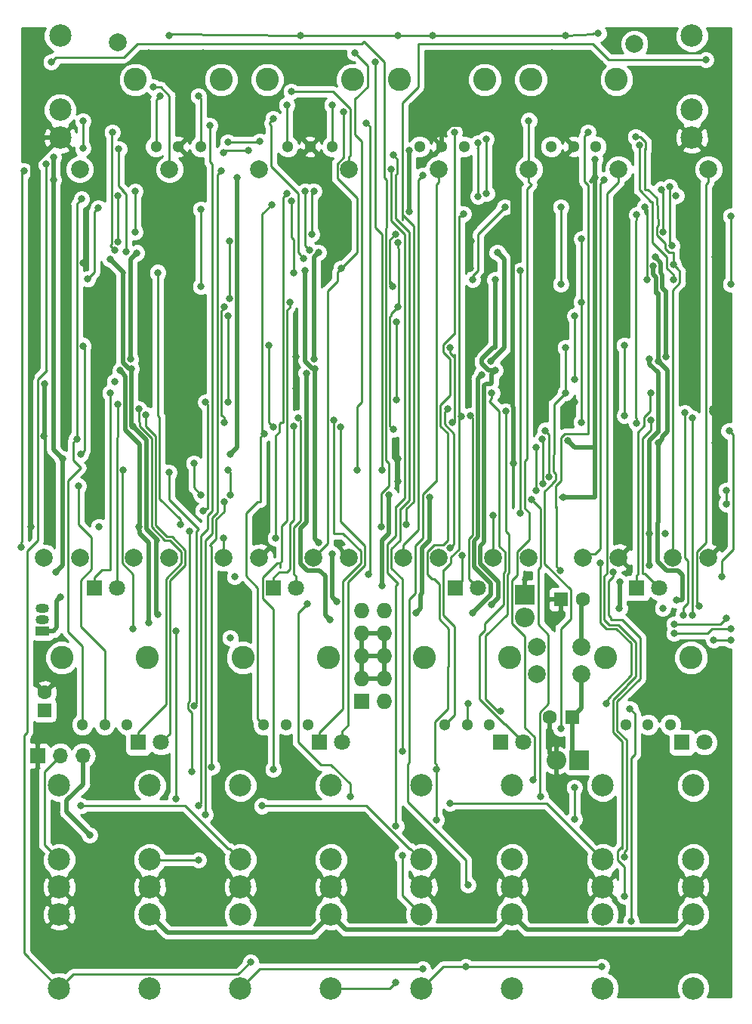
<source format=gbr>
%TF.GenerationSoftware,KiCad,Pcbnew,(5.0.1)-3*%
%TF.CreationDate,2020-04-13T20:04:37+01:00*%
%TF.ProjectId,pcb,7063622E6B696361645F706362000000,rev?*%
%TF.SameCoordinates,Original*%
%TF.FileFunction,Copper,L1,Top,Signal*%
%TF.FilePolarity,Positive*%
%FSLAX46Y46*%
G04 Gerber Fmt 4.6, Leading zero omitted, Abs format (unit mm)*
G04 Created by KiCad (PCBNEW (5.0.1)-3) date 13/04/2020 20:04:37*
%MOMM*%
%LPD*%
G01*
G04 APERTURE LIST*
%ADD10O,2.200000X2.200000*%
%ADD11R,2.200000X2.200000*%
%ADD12C,2.000000*%
%ADD13C,1.600000*%
%ADD14R,1.600000X1.600000*%
%ADD15R,1.800000X1.800000*%
%ADD16C,1.800000*%
%ADD17C,2.500000*%
%ADD18R,1.727200X1.727200*%
%ADD19O,1.727200X1.727200*%
%ADD20R,1.700000X1.700000*%
%ADD21O,1.700000X1.700000*%
%ADD22C,1.300000*%
%ADD23C,2.600000*%
%ADD24O,1.500000X1.050000*%
%ADD25R,1.500000X1.050000*%
%ADD26C,0.800000*%
%ADD27C,0.250000*%
%ADD28C,0.500000*%
%ADD29C,0.254000*%
G04 APERTURE END LIST*
D10*
X73152000Y-95250000D03*
D11*
X75692000Y-95250000D03*
D10*
X69596000Y-79248000D03*
D11*
X69596000Y-76708000D03*
D12*
X19700000Y-29050000D03*
X15700000Y-72550000D03*
X19700000Y-72550000D03*
X81900000Y-15000000D03*
X24000000Y-14800000D03*
D13*
X72430000Y-90424000D03*
D14*
X74930000Y-90424000D03*
X73660000Y-77216000D03*
D13*
X76160000Y-77216000D03*
D14*
X15748000Y-89662000D03*
D13*
X15748000Y-87662000D03*
D15*
X26282142Y-93250000D03*
D16*
X28822142Y-93250000D03*
D15*
X21336000Y-75946000D03*
D16*
X23876000Y-75946000D03*
X49136426Y-93250000D03*
D15*
X46596426Y-93250000D03*
D16*
X43990000Y-75946000D03*
D15*
X41450000Y-75946000D03*
X66910710Y-93250000D03*
D16*
X69450710Y-93250000D03*
X64340000Y-75946000D03*
D15*
X61800000Y-75946000D03*
X87225000Y-93250000D03*
D16*
X89765000Y-93250000D03*
X84720000Y-75946000D03*
D15*
X82180000Y-75946000D03*
D12*
X70946000Y-85598000D03*
X75946000Y-85598000D03*
X75946000Y-82550000D03*
X70946000Y-82550000D03*
D17*
X17500000Y-22380000D03*
X17500000Y-25480000D03*
X17500000Y-14080000D03*
X88350000Y-14080000D03*
X88350000Y-25480000D03*
X88350000Y-22380000D03*
X17400000Y-112520000D03*
X17400000Y-109420000D03*
X17400000Y-120820000D03*
X27557142Y-120820000D03*
X27557142Y-109420000D03*
X27557142Y-112520000D03*
X17400000Y-106380000D03*
X17400000Y-109480000D03*
X17400000Y-98080000D03*
X27557142Y-106380000D03*
X27557142Y-109480000D03*
X27557142Y-98080000D03*
X37714284Y-120820000D03*
X37714284Y-109420000D03*
X37714284Y-112520000D03*
X47871426Y-112520000D03*
X47871426Y-109420000D03*
X47871426Y-120820000D03*
X37714284Y-106380000D03*
X37714284Y-109480000D03*
X37714284Y-98080000D03*
X47871426Y-98080000D03*
X47871426Y-109480000D03*
X47871426Y-106380000D03*
X58028568Y-112520000D03*
X58028568Y-109420000D03*
X58028568Y-120820000D03*
X68185710Y-120820000D03*
X68185710Y-109420000D03*
X68185710Y-112520000D03*
X58028568Y-98080000D03*
X58028568Y-109480000D03*
X58028568Y-106380000D03*
X68185710Y-98080000D03*
X68185710Y-109480000D03*
X68185710Y-106380000D03*
X78342852Y-112520000D03*
X78342852Y-109420000D03*
X78342852Y-120820000D03*
X88500000Y-120820000D03*
X88500000Y-109420000D03*
X88500000Y-112520000D03*
X78342852Y-98080000D03*
X78342852Y-109480000D03*
X78342852Y-106380000D03*
X88500000Y-106380000D03*
X88500000Y-109480000D03*
X88500000Y-98080000D03*
D18*
X51308000Y-88646000D03*
D19*
X53848000Y-88646000D03*
X51308000Y-86106000D03*
X53848000Y-86106000D03*
X51308000Y-83566000D03*
X53848000Y-83566000D03*
X51308000Y-81026000D03*
X53848000Y-81026000D03*
X51308000Y-78486000D03*
X53848000Y-78486000D03*
D20*
X14986000Y-94742000D03*
D21*
X17526000Y-94742000D03*
X20066000Y-94742000D03*
D22*
X72594997Y-26500000D03*
X75094997Y-26500000D03*
X77594997Y-26500000D03*
D23*
X70294997Y-19000000D03*
X79894997Y-19000000D03*
D22*
X28255000Y-26500000D03*
X30755000Y-26500000D03*
X33255000Y-26500000D03*
D23*
X25955000Y-19000000D03*
X35555000Y-19000000D03*
X50334999Y-19000000D03*
X40734999Y-19000000D03*
D22*
X48034999Y-26500000D03*
X45534999Y-26500000D03*
X43034999Y-26500000D03*
D23*
X65114998Y-19000000D03*
X55514998Y-19000000D03*
D22*
X62814998Y-26500000D03*
X60314998Y-26500000D03*
X57814998Y-26500000D03*
D12*
X29771428Y-72550000D03*
X25771428Y-72550000D03*
X29771428Y-29050000D03*
D23*
X27300000Y-83750000D03*
X17700000Y-83750000D03*
D22*
X25000000Y-91250000D03*
X22500000Y-91250000D03*
X20000000Y-91250000D03*
D12*
X39842856Y-72550000D03*
X35842856Y-72550000D03*
X39842856Y-29050000D03*
X49914284Y-72550000D03*
X45914284Y-72550000D03*
X49914284Y-29050000D03*
D23*
X47616666Y-83750000D03*
X38016666Y-83750000D03*
D22*
X45316666Y-91250000D03*
X42816666Y-91250000D03*
X40316666Y-91250000D03*
D12*
X59985712Y-29050000D03*
X55985712Y-72550000D03*
X59985712Y-72550000D03*
X70057140Y-29050000D03*
X66057140Y-72550000D03*
X70057140Y-72550000D03*
D22*
X60633332Y-91250000D03*
X63133332Y-91250000D03*
X65633332Y-91250000D03*
D23*
X58333332Y-83750000D03*
X67933332Y-83750000D03*
D12*
X80128568Y-29050000D03*
X76128568Y-72550000D03*
X80128568Y-72550000D03*
X90199996Y-72550000D03*
X86199996Y-72550000D03*
X90199996Y-29050000D03*
D22*
X80950000Y-91250000D03*
X83450000Y-91250000D03*
X85950000Y-91250000D03*
D23*
X78650000Y-83750000D03*
X88250000Y-83750000D03*
D24*
X15494000Y-79502000D03*
X15494000Y-78232000D03*
D25*
X15494000Y-80772000D03*
D26*
X21844000Y-69088000D03*
X23622000Y-52832000D03*
X35814000Y-27178000D03*
X38608000Y-26924000D03*
X37084000Y-74676000D03*
X36576000Y-81534000D03*
X36322000Y-25996000D03*
X39878000Y-25908000D03*
X50800000Y-62738000D03*
X50546000Y-16002000D03*
X77850000Y-13825000D03*
X29700000Y-14025000D03*
X44450000Y-14025000D03*
X59250000Y-14025000D03*
X74150000Y-14025000D03*
X53594000Y-62738000D03*
X52827347Y-17022653D03*
X55372000Y-14025000D03*
X53506000Y-69088000D03*
X16510000Y-17018000D03*
X56351000Y-68834000D03*
X89916000Y-16764000D03*
X20090000Y-39580000D03*
X23368000Y-49276000D03*
X15748000Y-53086000D03*
X15711000Y-58928000D03*
X33528000Y-53340000D03*
X21844000Y-44704000D03*
X14224000Y-69088000D03*
X21336000Y-27499687D03*
X33528000Y-16002000D03*
X27432000Y-16002000D03*
X44442345Y-27104028D03*
X47498000Y-33528000D03*
X43942000Y-50038000D03*
X43942000Y-53594000D03*
X55372000Y-64008000D03*
X55372000Y-61468000D03*
X63632385Y-37084000D03*
X63500000Y-40132000D03*
X68326000Y-61976000D03*
X63920000Y-49784000D03*
X72644000Y-16002000D03*
X78041419Y-17162262D03*
X85852000Y-26670000D03*
X92456000Y-50038000D03*
X88646000Y-49784000D03*
X80772000Y-40132000D03*
X74676000Y-56134000D03*
X75221000Y-55118000D03*
X74676000Y-57150000D03*
X80772000Y-37338000D03*
X90932000Y-59690000D03*
X90678000Y-55880000D03*
X90932000Y-38862000D03*
X19812000Y-60960000D03*
X20089999Y-48820000D03*
X33523347Y-67305347D03*
X32258000Y-96520000D03*
X32004000Y-69596000D03*
X33819000Y-55118000D03*
X19913748Y-32375252D03*
X19364999Y-59242999D03*
X25908000Y-36068000D03*
X25920000Y-31500000D03*
X23368000Y-24892000D03*
X23622000Y-38100000D03*
X33274000Y-33528000D03*
X33274000Y-42164000D03*
X20574000Y-41340000D03*
X21777009Y-33359421D03*
X45720000Y-36322000D03*
X45958003Y-31496000D03*
X55113347Y-36326653D03*
X54769010Y-42164000D03*
X44843697Y-39064578D03*
X41401802Y-23398300D03*
X40894000Y-48768000D03*
X41402000Y-57912000D03*
X36335011Y-55118000D03*
X36335011Y-45466000D03*
X43688000Y-40640000D03*
X43480701Y-32582051D03*
X43251001Y-43942000D03*
X41402000Y-96275000D03*
X35885001Y-57404000D03*
X35885001Y-44450000D03*
X36488000Y-37084000D03*
X36488000Y-43540990D03*
X41251524Y-32997059D03*
X40386000Y-58646010D03*
X64357385Y-32051712D03*
X64383571Y-26101214D03*
X73660000Y-33274000D03*
X73660000Y-41910000D03*
X71628000Y-64262000D03*
X71591000Y-59252051D03*
X61468000Y-57404000D03*
X61214000Y-49022000D03*
X55219020Y-46140755D03*
X55219020Y-54864000D03*
X63754000Y-41402000D03*
X67373999Y-33274000D03*
X73660000Y-91694000D03*
X74168000Y-54102000D03*
X74168000Y-49022000D03*
X62470474Y-56687713D03*
X71921130Y-58308114D03*
X72359990Y-63500000D03*
X62738000Y-34036000D03*
X70866000Y-65024000D03*
X70866000Y-60198000D03*
X55409000Y-37281950D03*
X55409000Y-44450000D03*
X54864000Y-58166000D03*
X86577000Y-32004000D03*
X85127000Y-36068000D03*
X84899996Y-31303090D03*
X82455455Y-26365518D03*
X86282000Y-41402000D03*
X92710000Y-41910000D03*
X92710000Y-34290000D03*
X80772000Y-48768000D03*
X80776653Y-56646653D03*
X75184000Y-52578000D03*
X75221000Y-45466000D03*
X83312000Y-41402000D03*
X83058000Y-33274000D03*
X91694000Y-74676000D03*
X92524858Y-58351142D03*
X75983000Y-36830000D03*
X75946000Y-43942000D03*
X75946000Y-57404000D03*
X92202000Y-66511000D03*
X82136000Y-34130000D03*
X82173653Y-57526347D03*
X86360000Y-80010000D03*
X92239000Y-79320841D03*
X92202000Y-65024000D03*
X66534653Y-38367347D03*
X65786000Y-50546000D03*
X46482000Y-38354000D03*
X45974000Y-50292000D03*
X26098153Y-38417847D03*
X25400000Y-50292000D03*
X85344000Y-69850000D03*
X58928000Y-65786000D03*
X83602000Y-50292000D03*
X85090000Y-78215990D03*
X83602000Y-69850000D03*
X84236000Y-38862000D03*
X64770000Y-52070000D03*
X57404000Y-78740000D03*
X45104990Y-51883075D03*
X47752000Y-79502000D03*
X27436995Y-79828092D03*
X24219219Y-51571303D03*
X26328000Y-69073206D03*
X63754000Y-78740000D03*
X85474996Y-50038000D03*
X83602000Y-73370000D03*
X80260000Y-75280000D03*
X80220000Y-78215990D03*
X84582000Y-50546000D03*
X66294000Y-51562000D03*
X44958000Y-40386000D03*
X46067041Y-51401041D03*
X23114000Y-39116000D03*
X25493041Y-51401041D03*
X84582000Y-59690000D03*
X86595530Y-77295337D03*
X84037000Y-39878000D03*
X48513999Y-77470000D03*
X25654000Y-57859000D03*
X28448000Y-78906000D03*
X65879041Y-77817041D03*
X48006000Y-72136000D03*
X46482000Y-70866000D03*
X54393000Y-65532000D03*
X53594000Y-75692000D03*
X66271347Y-41424653D03*
X77470000Y-29972000D03*
X37338000Y-29972000D03*
X16764000Y-30226000D03*
X17780000Y-61468000D03*
X73914000Y-65786000D03*
X74422000Y-59436000D03*
X20828000Y-103632000D03*
X17018000Y-74168000D03*
X36576000Y-60960000D03*
X77470000Y-27940000D03*
X17526000Y-76962000D03*
X56642000Y-33782000D03*
X56639438Y-26924926D03*
X16764000Y-27686000D03*
X26343041Y-55880000D03*
X27095837Y-56538257D03*
X23114000Y-54102000D03*
X23943031Y-55372000D03*
X48948000Y-57939990D03*
X48223000Y-57150000D03*
X44196000Y-56896000D03*
X43725000Y-57844685D03*
X67490000Y-56134000D03*
X66933653Y-89784347D03*
X65920011Y-54102000D03*
X63520001Y-56642000D03*
X60997000Y-55880000D03*
X61247199Y-71450948D03*
X62566213Y-72272007D03*
X87376000Y-78994000D03*
X87559949Y-56341299D03*
X88392000Y-56896000D03*
X88392000Y-78994000D03*
X83710315Y-57150000D03*
X83710315Y-54102000D03*
X38866653Y-117851347D03*
X15914000Y-28448000D03*
X27940000Y-19812000D03*
X35560000Y-29210000D03*
X33782000Y-101346000D03*
X19812000Y-100354000D03*
X34290000Y-24130000D03*
X33020000Y-100330000D03*
X33020000Y-106426000D03*
X58166000Y-118618000D03*
X55880000Y-105918000D03*
X55880000Y-94234000D03*
X54864000Y-27432000D03*
X43434000Y-20320000D03*
X55155000Y-102643695D03*
X55118000Y-120142000D03*
X54610000Y-29050000D03*
X40132000Y-100371721D03*
X51816000Y-23850010D03*
X52070000Y-74422000D03*
X45212000Y-77724000D03*
X50038000Y-99314000D03*
X78232000Y-118364000D03*
X63246000Y-109220000D03*
X62992000Y-118364000D03*
X70057140Y-23596140D03*
X70574163Y-97438379D03*
X75184000Y-98298000D03*
X75184000Y-101854000D03*
X61214000Y-100076000D03*
X59690000Y-101927190D03*
X59690000Y-96266000D03*
X61722000Y-24892000D03*
X80809000Y-110490000D03*
X89154000Y-77978000D03*
X81414007Y-89518687D03*
X81534000Y-113284000D03*
X76708000Y-24892000D03*
X80809000Y-106049949D03*
X73614154Y-73959846D03*
X79528567Y-74168000D03*
X28702000Y-20828000D03*
X33020000Y-20828000D03*
X42926000Y-21844000D03*
X48006000Y-21844000D03*
X25654000Y-80555000D03*
X30527440Y-80772000D03*
X30480000Y-99568000D03*
X24601000Y-62738000D03*
X23979859Y-37151315D03*
X23979859Y-32004000D03*
X13175000Y-71374000D03*
X13462000Y-29210000D03*
X24084282Y-26774687D03*
X20066000Y-26670000D03*
X20066000Y-23622000D03*
X24892000Y-38255000D03*
X30988000Y-68834000D03*
X28448000Y-40615000D03*
X35885001Y-66294000D03*
X34507000Y-96012000D03*
X45466000Y-38100000D03*
X44958000Y-31496000D03*
X42926000Y-31750000D03*
X35814000Y-70358000D03*
X41656000Y-70358000D03*
X49022000Y-40132000D03*
X49276000Y-22606000D03*
X32512000Y-61976000D03*
X36576000Y-65532000D03*
X36322000Y-62738000D03*
X33311000Y-65495000D03*
X70358000Y-66040000D03*
X71374000Y-99314000D03*
X58166000Y-29718000D03*
X65315000Y-31763653D03*
X65278000Y-25654000D03*
X69088000Y-40386000D03*
X69088000Y-67562647D03*
X66040000Y-67818000D03*
X92710000Y-81788000D03*
X90788999Y-81775268D03*
X85852000Y-30997000D03*
X86106000Y-37592000D03*
X78486000Y-30226000D03*
X82042000Y-25400000D03*
X86280817Y-39745164D03*
X19558000Y-64516000D03*
X29718000Y-62992000D03*
X32549000Y-89154000D03*
X78078567Y-73152000D03*
X63246000Y-88900000D03*
X78777000Y-88900000D03*
X86360000Y-81026000D03*
X92710000Y-80518000D03*
D27*
X23368000Y-52832000D02*
X23622000Y-52832000D01*
X36068000Y-26924000D02*
X35814000Y-27178000D01*
X38608000Y-26924000D02*
X36068000Y-26924000D01*
X36322000Y-25996000D02*
X39790000Y-25996000D01*
X39790000Y-25996000D02*
X39878000Y-25908000D01*
X50800000Y-62738000D02*
X50800000Y-55626000D01*
X51308000Y-55118000D02*
X51308000Y-25908000D01*
X50800000Y-55626000D02*
X51308000Y-55118000D01*
X51308000Y-25908000D02*
X50546000Y-25146000D01*
X50546000Y-25146000D02*
X50546000Y-21082000D01*
X51960000Y-17416000D02*
X50546000Y-16002000D01*
X51960000Y-19780001D02*
X51960000Y-17416000D01*
X50546000Y-21082000D02*
X50658001Y-21082000D01*
X50658001Y-21082000D02*
X51960000Y-19780001D01*
X77284315Y-13825000D02*
X77234315Y-13875000D01*
X77850000Y-13825000D02*
X77284315Y-13825000D01*
X29850000Y-13875000D02*
X29700000Y-14025000D01*
X44450000Y-14025000D02*
X29850000Y-13875000D01*
X77234315Y-13875000D02*
X74150000Y-14025000D01*
X53594000Y-62738000D02*
X53594000Y-36322000D01*
X53594000Y-36322000D02*
X52827347Y-35555347D01*
X52827347Y-35555347D02*
X52827347Y-17022653D01*
X74150000Y-14025000D02*
X55372000Y-14025000D01*
X55372000Y-14025000D02*
X44450000Y-14025000D01*
X53506000Y-65345998D02*
X53506000Y-69088000D01*
X54044010Y-61664010D02*
X54356000Y-61976000D01*
X54044010Y-35617990D02*
X54044010Y-61664010D01*
X54102000Y-35560000D02*
X54044010Y-35617990D01*
X53848000Y-29972000D02*
X54102000Y-30226000D01*
X54356000Y-61976000D02*
X54356000Y-64495998D01*
X53848000Y-17018000D02*
X53848000Y-29972000D01*
X16510000Y-17018000D02*
X17018000Y-16510000D01*
X17018000Y-16510000D02*
X24638000Y-16510000D01*
X24638000Y-16510000D02*
X26162000Y-14986000D01*
X54102000Y-30226000D02*
X54102000Y-35560000D01*
X26162000Y-14986000D02*
X51308000Y-14986000D01*
X51308000Y-14986000D02*
X51562000Y-14732000D01*
X54356000Y-64495998D02*
X53506000Y-65345998D01*
X51562000Y-14732000D02*
X53848000Y-17018000D01*
X55914437Y-21555563D02*
X57658000Y-19812000D01*
X57658000Y-19812000D02*
X57658000Y-14986000D01*
X57658000Y-14986000D02*
X77216000Y-14986000D01*
X77216000Y-14986000D02*
X78994000Y-16764000D01*
X78994000Y-16764000D02*
X89916000Y-16764000D01*
X56351000Y-68834000D02*
X56351000Y-68326000D01*
X55914437Y-34704027D02*
X55914437Y-21555563D01*
X56351000Y-67093000D02*
X56351000Y-68326000D01*
X57150000Y-66294000D02*
X56351000Y-67093000D01*
X57150000Y-35363002D02*
X57150000Y-66294000D01*
X55914437Y-34127439D02*
X57150000Y-35363002D01*
D28*
X15748000Y-53086000D02*
X15748000Y-58891000D01*
X15748000Y-58891000D02*
X15711000Y-58928000D01*
X72430000Y-94528000D02*
X73152000Y-95250000D01*
X72430000Y-90424000D02*
X72430000Y-94528000D01*
X15732234Y-25480000D02*
X13716000Y-27496234D01*
X17500000Y-25480000D02*
X15732234Y-25480000D01*
X17500000Y-25480000D02*
X14732000Y-28248000D01*
X14410992Y-28569008D02*
X14410992Y-52391008D01*
X14732000Y-28248000D02*
X14410992Y-28569008D01*
X14410992Y-52391008D02*
X14224000Y-52578000D01*
X14224000Y-52578000D02*
X14224000Y-69088000D01*
X33528000Y-16002000D02*
X27432000Y-16002000D01*
X44930971Y-27104028D02*
X45534999Y-26500000D01*
X44442345Y-27104028D02*
X44930971Y-27104028D01*
X45534999Y-26500000D02*
X47498000Y-28463001D01*
X47498000Y-28463001D02*
X47498000Y-33528000D01*
X43942000Y-50038000D02*
X43942000Y-53594000D01*
X55372000Y-64008000D02*
X55372000Y-61468000D01*
X63632385Y-37084000D02*
X63632385Y-39999615D01*
X63632385Y-39999615D02*
X63500000Y-40132000D01*
X61313999Y-24041999D02*
X66205999Y-24041999D01*
X60314998Y-26500000D02*
X60314998Y-25041000D01*
X60314998Y-25041000D02*
X61313999Y-24041999D01*
X68340001Y-61961999D02*
X68326000Y-61976000D01*
X68340001Y-55725999D02*
X68340001Y-61961999D01*
X68237999Y-55623997D02*
X68340001Y-55725999D01*
X66205999Y-24041999D02*
X68237999Y-26073999D01*
X68237999Y-26073999D02*
X68237999Y-55623997D01*
X63920000Y-49784000D02*
X63500000Y-49364000D01*
X72644000Y-16002000D02*
X76881157Y-16002000D01*
X76881157Y-16002000D02*
X78041419Y-17162262D01*
X87160000Y-26670000D02*
X88350000Y-25480000D01*
X85852000Y-26670000D02*
X87160000Y-26670000D01*
X74676000Y-56134000D02*
X74676000Y-55663000D01*
X74676000Y-55663000D02*
X75221000Y-55118000D01*
X90932000Y-56065952D02*
X90828435Y-55962387D01*
X90491010Y-56201010D02*
X90491010Y-56134000D01*
X90932000Y-56642000D02*
X90491010Y-56201010D01*
X90932000Y-56896000D02*
X90932000Y-56642000D01*
X90932000Y-56896000D02*
X90932000Y-56065952D01*
X90932000Y-59690000D02*
X90932000Y-56896000D01*
D27*
X20211999Y-48942000D02*
X20089999Y-48820000D01*
X20211999Y-60560001D02*
X20211999Y-48942000D01*
X19812000Y-60960000D02*
X20211999Y-60560001D01*
X33528000Y-67300694D02*
X33523347Y-67305347D01*
X32258000Y-96520000D02*
X32258000Y-89916000D01*
X32258000Y-89916000D02*
X31823999Y-89481999D01*
X31823999Y-89481999D02*
X31823999Y-88805999D01*
X31823999Y-88805999D02*
X32004000Y-88625998D01*
X32004000Y-88625998D02*
X32004000Y-69596000D01*
X33819000Y-55118000D02*
X33819000Y-55155000D01*
X33819000Y-55155000D02*
X34036000Y-55372000D01*
X34036000Y-55372000D02*
X34036000Y-67056000D01*
X33772694Y-67056000D02*
X33523347Y-67305347D01*
X34036000Y-67056000D02*
X33772694Y-67056000D01*
X19364999Y-32924001D02*
X19913748Y-32375252D01*
X19364999Y-59242999D02*
X19364999Y-32924001D01*
X18965000Y-59642998D02*
X18965000Y-61637000D01*
X19364999Y-59242999D02*
X18965000Y-59642998D01*
X18965000Y-61637000D02*
X19812000Y-62484000D01*
X18355010Y-63940990D02*
X18355010Y-80839010D01*
X19812000Y-62484000D02*
X18355010Y-63940990D01*
X20000000Y-82484000D02*
X20000000Y-91250000D01*
X18355010Y-80839010D02*
X20000000Y-82484000D01*
X25908000Y-36068000D02*
X25908000Y-31512000D01*
X25908000Y-31512000D02*
X25920000Y-31500000D01*
X23254859Y-26531108D02*
X23254859Y-25005141D01*
X23254859Y-25005141D02*
X23368000Y-24892000D01*
X23622000Y-38100000D02*
X23114000Y-37592000D01*
X23254859Y-37451141D02*
X23254859Y-30988000D01*
X23114000Y-37592000D02*
X23254859Y-37451141D01*
X23254859Y-31200126D02*
X23254859Y-30988000D01*
X23254859Y-30988000D02*
X23254859Y-26531108D01*
X33274000Y-33528000D02*
X33274000Y-42164000D01*
X20574000Y-41340000D02*
X21336000Y-40578000D01*
X21336000Y-40578000D02*
X21336000Y-33800430D01*
X21336000Y-33800430D02*
X21777009Y-33359421D01*
X45720000Y-36322000D02*
X45720000Y-31734003D01*
X45720000Y-31734003D02*
X45958003Y-31496000D01*
X55118000Y-36331306D02*
X55113347Y-36326653D01*
X55113347Y-36326653D02*
X54494020Y-36945980D01*
X54494020Y-36945980D02*
X54494020Y-41656000D01*
X54494020Y-41656000D02*
X54610000Y-41656000D01*
X54494020Y-41656000D02*
X54494020Y-41889010D01*
X54494020Y-41889010D02*
X54769010Y-42164000D01*
X44211997Y-31750000D02*
X41184999Y-28723002D01*
X44443698Y-38664579D02*
X44443698Y-38601698D01*
X44843697Y-39064578D02*
X44443698Y-38664579D01*
X44211997Y-38369997D02*
X44211997Y-31750000D01*
X44443698Y-38601698D02*
X44211997Y-38369997D01*
X41001803Y-23946804D02*
X41184999Y-24130000D01*
X41001803Y-23798299D02*
X41001803Y-23946804D01*
X41401802Y-23398300D02*
X41001803Y-23798299D01*
X41184999Y-28723002D02*
X41184999Y-24130000D01*
X41184999Y-24130000D02*
X41184999Y-24093001D01*
X40894000Y-48768000D02*
X40894000Y-57404000D01*
X41402000Y-57912000D02*
X40894000Y-57404000D01*
X36335011Y-55118000D02*
X36335011Y-45466000D01*
X43688000Y-39878000D02*
X43688000Y-37084000D01*
X43688000Y-39878000D02*
X43688000Y-36893999D01*
X43688000Y-40640000D02*
X43688000Y-39878000D01*
X43688000Y-36893999D02*
X43486997Y-36692996D01*
X43480701Y-34791704D02*
X43486997Y-34798000D01*
X43480701Y-32582051D02*
X43480701Y-34791704D01*
X43486997Y-36692996D02*
X43486997Y-34798000D01*
X43486997Y-34798000D02*
X43486997Y-33782000D01*
X42381001Y-68996589D02*
X42381001Y-72934999D01*
X42976011Y-68401579D02*
X42381001Y-68996589D01*
X42976011Y-44782675D02*
X42976011Y-68401579D01*
X43251001Y-43942000D02*
X43251001Y-44507685D01*
X43251001Y-44507685D02*
X42976011Y-44782675D01*
X42381001Y-72934999D02*
X42164000Y-73152000D01*
X42164000Y-73152000D02*
X42164000Y-73660000D01*
X41402000Y-78283002D02*
X41402000Y-96275000D01*
X40224999Y-77106001D02*
X41402000Y-78283002D01*
X40224999Y-74785999D02*
X40224999Y-77106001D01*
X41858998Y-73152000D02*
X40224999Y-74785999D01*
X42164000Y-73152000D02*
X41858998Y-73152000D01*
X35885001Y-56838315D02*
X35885001Y-57404000D01*
X35688686Y-56642000D02*
X35885001Y-56838315D01*
X35610011Y-56642000D02*
X35688686Y-56642000D01*
X35610011Y-44907989D02*
X35610011Y-56642000D01*
X35885001Y-44450000D02*
X35885001Y-44632999D01*
X35885001Y-44632999D02*
X35610011Y-44907989D01*
X36488000Y-37084000D02*
X36488000Y-43540990D01*
X40168999Y-34079584D02*
X40168999Y-57875001D01*
X41251524Y-32997059D02*
X40168999Y-34079584D01*
X40168999Y-57875001D02*
X40168999Y-58429009D01*
X40168999Y-58429009D02*
X40386000Y-58646010D01*
X39666667Y-90600001D02*
X40316666Y-91250000D01*
X40386000Y-58646010D02*
X39986001Y-59046009D01*
X39666667Y-75946000D02*
X38354000Y-74633333D01*
X39666667Y-75946000D02*
X39666667Y-90600001D01*
X38354000Y-74633333D02*
X38354000Y-67564000D01*
X39624000Y-66294000D02*
X39986001Y-66294000D01*
X38354000Y-67564000D02*
X39624000Y-66294000D01*
X39986001Y-59046009D02*
X39986001Y-66294000D01*
X64357385Y-32051712D02*
X64357385Y-26765385D01*
X64357385Y-26765385D02*
X64262000Y-26670000D01*
X64357385Y-26765385D02*
X64357385Y-26127400D01*
X64357385Y-26127400D02*
X64383571Y-26101214D01*
X73660000Y-33274000D02*
X73660000Y-41910000D01*
X71628000Y-64262000D02*
X71628000Y-59289051D01*
X71628000Y-59289051D02*
X71591000Y-59252051D01*
X61722000Y-57404000D02*
X61468000Y-57404000D01*
X61664315Y-50038000D02*
X61722000Y-50038000D01*
X61214000Y-49587685D02*
X61664315Y-50038000D01*
X61214000Y-49022000D02*
X61214000Y-49587685D01*
X61722000Y-49784000D02*
X61722000Y-50038000D01*
X61722000Y-50038000D02*
X61722000Y-57404000D01*
X55219020Y-46140755D02*
X55219020Y-54864000D01*
X64357386Y-36290613D02*
X67373999Y-33274000D01*
X64357386Y-40347616D02*
X64357386Y-36290613D01*
X63754000Y-41402000D02*
X63754000Y-40951002D01*
X63754000Y-40951002D02*
X64357386Y-40347616D01*
X74168000Y-54102000D02*
X74168000Y-49022000D01*
X74785001Y-76155999D02*
X74785001Y-79392999D01*
X71832150Y-73203148D02*
X74785001Y-76155999D01*
X72644000Y-64319002D02*
X71832150Y-65130852D01*
X72644000Y-64288992D02*
X72644000Y-64319002D01*
X73084991Y-63848001D02*
X72644000Y-64288992D01*
X74168000Y-54102000D02*
X72898000Y-55372000D01*
X72898000Y-55372000D02*
X72898000Y-60960000D01*
X71832150Y-65130852D02*
X71832150Y-73203148D01*
X72898000Y-60960000D02*
X72810000Y-61048000D01*
X73660000Y-80518000D02*
X73660000Y-91694000D01*
X72810000Y-61048000D02*
X72810000Y-62877008D01*
X74785001Y-79392999D02*
X73660000Y-80518000D01*
X72810000Y-62877008D02*
X73084991Y-63151999D01*
X73084991Y-63151999D02*
X73084991Y-63848001D01*
X62262187Y-56896000D02*
X62470474Y-56687713D01*
X62207457Y-56896000D02*
X62262187Y-56896000D01*
X62207457Y-34290000D02*
X62207457Y-56896000D01*
X71921130Y-58308114D02*
X72359990Y-58746974D01*
X72359990Y-58746974D02*
X72359990Y-63500000D01*
X62207457Y-57404000D02*
X62207457Y-71605457D01*
X62207457Y-57404000D02*
X62207457Y-57635457D01*
X62207457Y-56896000D02*
X62207457Y-57404000D01*
X61310713Y-73186001D02*
X60582714Y-73914000D01*
X62207457Y-71605457D02*
X61310713Y-72502201D01*
X61310713Y-72502201D02*
X61310713Y-73186001D01*
X60582714Y-73914000D02*
X60452000Y-73914000D01*
X60452000Y-91068668D02*
X60633332Y-91250000D01*
X62207457Y-34290000D02*
X62484000Y-34290000D01*
X62484000Y-34290000D02*
X62738000Y-34036000D01*
X61722000Y-90161332D02*
X60633332Y-91250000D01*
X60452000Y-73914000D02*
X60452000Y-78994000D01*
X61722000Y-80264000D02*
X61722000Y-85344000D01*
X60452000Y-78994000D02*
X61722000Y-80264000D01*
X61722000Y-84836000D02*
X61722000Y-85344000D01*
X61722000Y-85344000D02*
X61722000Y-90161332D01*
X70866000Y-60198000D02*
X70866000Y-65024000D01*
X55494011Y-44364989D02*
X55409000Y-44450000D01*
X55494011Y-37932646D02*
X55494011Y-44364989D01*
X55409000Y-37281950D02*
X55409000Y-37847635D01*
X55409000Y-37847635D02*
X55494011Y-37932646D01*
X54494020Y-57796020D02*
X54864000Y-58166000D01*
X54901000Y-44958000D02*
X54864000Y-44958000D01*
X55409000Y-44450000D02*
X54901000Y-44958000D01*
X54864000Y-44958000D02*
X54610000Y-45212000D01*
X54610000Y-45212000D02*
X54610000Y-45466000D01*
X54610000Y-45466000D02*
X54494020Y-45581980D01*
X54494020Y-45581980D02*
X54494020Y-57796020D01*
X85127000Y-36068000D02*
X85127000Y-31530094D01*
X85127000Y-31530094D02*
X84899996Y-31303090D01*
X82455455Y-31343770D02*
X82455455Y-26365518D01*
X82804000Y-31692315D02*
X82455455Y-31343770D01*
X86282000Y-41402000D02*
X86282000Y-40836315D01*
X86282000Y-40819349D02*
X86282000Y-41402000D01*
X83755675Y-32643990D02*
X83951990Y-32643990D01*
X82455455Y-31343770D02*
X83755675Y-32643990D01*
X83951990Y-32643990D02*
X83951990Y-37243355D01*
X83951990Y-37243355D02*
X85555816Y-38847181D01*
X85555816Y-38847181D02*
X85555816Y-40093165D01*
X85555816Y-40093165D02*
X86282000Y-40819349D01*
X92710000Y-41910000D02*
X92710000Y-34290000D01*
X80772000Y-55880000D02*
X80772000Y-56134000D01*
X80772000Y-48768000D02*
X80772000Y-55880000D01*
X80776653Y-56646653D02*
X80772000Y-56642000D01*
X80772000Y-55880000D02*
X80776653Y-56646653D01*
X75184000Y-52578000D02*
X75184000Y-45503000D01*
X75184000Y-45503000D02*
X75221000Y-45466000D01*
X83312000Y-40132000D02*
X83312000Y-41402000D01*
X83254315Y-34036000D02*
X83312000Y-34036000D01*
X83058000Y-33839685D02*
X83254315Y-34036000D01*
X83058000Y-33274000D02*
X83058000Y-33839685D01*
X83312000Y-40132000D02*
X83312000Y-34036000D01*
X83312000Y-34036000D02*
X83312000Y-33528000D01*
X92964000Y-58790284D02*
X92524858Y-58351142D01*
X92964000Y-71628000D02*
X92964000Y-58790284D01*
X91694000Y-74676000D02*
X91694000Y-72898000D01*
X91694000Y-72898000D02*
X92964000Y-71628000D01*
X75983000Y-36830000D02*
X75983000Y-43905000D01*
X75983000Y-43905000D02*
X75946000Y-43942000D01*
X75946000Y-43942000D02*
X75946000Y-57404000D01*
X82136000Y-34695685D02*
X82042000Y-34789685D01*
X82136000Y-34130000D02*
X82136000Y-34695685D01*
X82042000Y-34789685D02*
X82042000Y-56388000D01*
X92456000Y-66257000D02*
X92202000Y-66511000D01*
X82042000Y-56829009D02*
X82042000Y-56388000D01*
X82173653Y-56960662D02*
X82042000Y-56829009D01*
X82173653Y-57526347D02*
X82173653Y-56960662D01*
X86360000Y-80010000D02*
X91549841Y-80010000D01*
X91549841Y-80010000D02*
X92239000Y-79320841D01*
X92202000Y-66511000D02*
X92202000Y-65024000D01*
D28*
X46482000Y-38354000D02*
X45974000Y-38862000D01*
X45974000Y-38862000D02*
X45974000Y-50292000D01*
X26098153Y-38417847D02*
X25400000Y-39116000D01*
X25400000Y-39116000D02*
X25400000Y-50292000D01*
X75946000Y-89408000D02*
X74930000Y-90424000D01*
X75946000Y-85598000D02*
X75946000Y-89408000D01*
X74930000Y-94488000D02*
X75692000Y-95250000D01*
X74930000Y-90424000D02*
X74930000Y-94488000D01*
X15703601Y-78022399D02*
X15494000Y-78232000D01*
X85344000Y-42672000D02*
X85432000Y-42672000D01*
X85028010Y-42356010D02*
X85344000Y-42672000D01*
X84887001Y-39513001D02*
X84887001Y-40286001D01*
X84236000Y-38862000D02*
X84887001Y-39513001D01*
X84836000Y-40337002D02*
X84836000Y-40678035D01*
X84887001Y-40286001D02*
X84836000Y-40337002D01*
X84836000Y-40678035D02*
X85028010Y-40870045D01*
X85028010Y-40870045D02*
X85028010Y-42356010D01*
X64370001Y-52469999D02*
X64370001Y-70212001D01*
X64770000Y-52070000D02*
X64370001Y-52469999D01*
X63907129Y-70674873D02*
X63907129Y-73559129D01*
X64370001Y-70212001D02*
X63907129Y-70674873D01*
X83602000Y-50857685D02*
X84560315Y-51816000D01*
X83602000Y-50292000D02*
X83602000Y-50857685D01*
X84560315Y-51816000D02*
X84560315Y-58467722D01*
X84560315Y-58467722D02*
X84534278Y-58467722D01*
X83602000Y-59400000D02*
X83602000Y-69850000D01*
X84534278Y-58467722D02*
X83602000Y-59400000D01*
X57633780Y-78510220D02*
X57404000Y-78740000D01*
X47663999Y-79413999D02*
X47752000Y-79502000D01*
X27436995Y-79828092D02*
X27436995Y-70870995D01*
X27436995Y-70870995D02*
X26416000Y-69850000D01*
X24619218Y-51971302D02*
X24619218Y-52051218D01*
X24219219Y-51571303D02*
X24619218Y-51971302D01*
X24793031Y-52225031D02*
X24793031Y-58264969D01*
X24619218Y-52051218D02*
X24793031Y-52225031D01*
X24793031Y-58264969D02*
X26416000Y-59887938D01*
X26416000Y-68580000D02*
X26416000Y-68072000D01*
X26416000Y-59887938D02*
X26416000Y-68580000D01*
X26416000Y-68985206D02*
X26328000Y-69073206D01*
X26416000Y-68580000D02*
X26416000Y-68985206D01*
X26416000Y-69850000D02*
X26328000Y-69073206D01*
X57912000Y-78232000D02*
X57404000Y-78740000D01*
X57912000Y-76708000D02*
X57912000Y-78232000D01*
X58085701Y-76534299D02*
X57912000Y-76708000D01*
X58085701Y-71454299D02*
X58085701Y-76534299D01*
X58928000Y-65786000D02*
X58928000Y-70612000D01*
X58928000Y-70612000D02*
X58085701Y-71454299D01*
X63930304Y-73559129D02*
X65532000Y-75160825D01*
X63907129Y-73559129D02*
X63930304Y-73559129D01*
X65532000Y-75160825D02*
X65532000Y-75184000D01*
X65532000Y-75184000D02*
X65786000Y-75438000D01*
X65786000Y-76708000D02*
X63754000Y-78740000D01*
X65786000Y-75438000D02*
X65786000Y-76708000D01*
X47244000Y-78994000D02*
X47752000Y-79502000D01*
X47244000Y-74633716D02*
X47244000Y-78994000D01*
X45104990Y-68580000D02*
X44450000Y-69234990D01*
X45104990Y-51883075D02*
X45104990Y-68580000D01*
X44450000Y-69234990D02*
X44450000Y-73231718D01*
X44450000Y-73231718D02*
X45218283Y-74000001D01*
X45218283Y-74000001D02*
X46610285Y-74000001D01*
X46610285Y-74000001D02*
X47244000Y-74633716D01*
X67310000Y-39142694D02*
X66534653Y-38367347D01*
X65786000Y-50546000D02*
X67310000Y-49022000D01*
X67310000Y-49022000D02*
X67310000Y-39142694D01*
X85474996Y-49318996D02*
X85432000Y-49276000D01*
X85474996Y-50038000D02*
X85474996Y-49318996D01*
X85432000Y-42672000D02*
X85432000Y-49276000D01*
X85432000Y-49276000D02*
X85432000Y-49530000D01*
X83602000Y-72670000D02*
X83602000Y-73370000D01*
X83602000Y-69850000D02*
X83602000Y-72670000D01*
X80260000Y-78175990D02*
X80220000Y-78215990D01*
X80260000Y-75280000D02*
X80260000Y-78175990D01*
X65543998Y-51562000D02*
X66294000Y-51562000D01*
X64770000Y-50788002D02*
X65543998Y-51562000D01*
X45825039Y-51401041D02*
X46067041Y-51401041D01*
X44958000Y-40386000D02*
X44958000Y-50534002D01*
X44958000Y-50534002D02*
X45825039Y-51401041D01*
X23114000Y-39116000D02*
X24638000Y-40640000D01*
X25251039Y-51401041D02*
X25493041Y-51401041D01*
X24549999Y-50700001D02*
X25251039Y-51401041D01*
X24638000Y-40640000D02*
X24549999Y-40728001D01*
X24549999Y-40728001D02*
X24549999Y-50700001D01*
X75946000Y-77430000D02*
X76160000Y-77216000D01*
X75946000Y-82550000D02*
X75946000Y-79502000D01*
X75946000Y-79502000D02*
X75946000Y-77430000D01*
X84582000Y-42926000D02*
X84328000Y-42926000D01*
X84582000Y-42926000D02*
X84582000Y-50546000D01*
X83985999Y-39929001D02*
X84037000Y-39878000D01*
X83985999Y-40817997D02*
X83985999Y-39929001D01*
X84328000Y-42926000D02*
X84328000Y-41159998D01*
X84328000Y-41159998D02*
X83985999Y-40817997D01*
X84981999Y-59290001D02*
X84981999Y-59036001D01*
X84582000Y-59690000D02*
X84981999Y-59290001D01*
X84981999Y-59036001D02*
X85598000Y-58420000D01*
X85598000Y-51562000D02*
X84582000Y-50546000D01*
X85598000Y-58420000D02*
X85598000Y-51562000D01*
X48464283Y-77420284D02*
X48513999Y-77470000D01*
X25493041Y-57698041D02*
X25654000Y-57859000D01*
X25493041Y-51401041D02*
X25493041Y-57698041D01*
X25654000Y-57859000D02*
X27178000Y-59383000D01*
X27178000Y-59383000D02*
X27178000Y-69342000D01*
X27178000Y-69342000D02*
X28448000Y-70612000D01*
X28321427Y-78779427D02*
X28448000Y-78906000D01*
X28321427Y-70738573D02*
X28321427Y-78779427D01*
X28448000Y-70612000D02*
X28321427Y-70738573D01*
X66636000Y-77060082D02*
X65879041Y-77817041D01*
X66636000Y-75274862D02*
X66636000Y-77060082D01*
X64607139Y-73246001D02*
X66636000Y-75274862D01*
X64607139Y-71282861D02*
X64607139Y-73246001D01*
X65278000Y-53086000D02*
X65070011Y-53293989D01*
X65070011Y-70819989D02*
X64607139Y-71282861D01*
X65786000Y-53086000D02*
X65278000Y-53086000D01*
X66294000Y-51562000D02*
X65894001Y-51961999D01*
X65894001Y-51961999D02*
X65894001Y-52977999D01*
X65070011Y-53293989D02*
X65070011Y-70819989D01*
X65894001Y-52977999D02*
X65786000Y-53086000D01*
X46067041Y-70451041D02*
X46067041Y-67818000D01*
X46482000Y-70866000D02*
X46067041Y-70451041D01*
X46067041Y-51401041D02*
X46067041Y-67818000D01*
X46067041Y-67818000D02*
X46067041Y-68326000D01*
X48006000Y-76962001D02*
X48513999Y-77470000D01*
X48006000Y-72136000D02*
X48006000Y-76962001D01*
X54393000Y-66097685D02*
X54356000Y-66134685D01*
X54393000Y-65532000D02*
X54393000Y-66097685D01*
X54356000Y-66134685D02*
X54356000Y-69850000D01*
X54356000Y-69850000D02*
X53594000Y-70612000D01*
X53594000Y-70612000D02*
X53594000Y-75692000D01*
X66271347Y-41424653D02*
X66271347Y-48999347D01*
X66062653Y-48999347D02*
X64770000Y-50292000D01*
X66271347Y-48999347D02*
X66062653Y-48999347D01*
X64770000Y-50292000D02*
X64770000Y-50788002D01*
X84582000Y-68580000D02*
X84582000Y-59690000D01*
X84493999Y-68668001D02*
X84582000Y-68580000D01*
X85503995Y-74000001D02*
X84493999Y-72990005D01*
X86595530Y-77295337D02*
X87214663Y-77295337D01*
X87214663Y-77295337D02*
X87300000Y-77210000D01*
X87300000Y-77210000D02*
X87300000Y-76900000D01*
X84493999Y-72990005D02*
X84493999Y-68668001D01*
X87300000Y-76900000D02*
X87320000Y-76880000D01*
X87320000Y-76880000D02*
X87320000Y-74540000D01*
X86780001Y-74000001D02*
X85503995Y-74000001D01*
X87320000Y-74540000D02*
X86780001Y-74000001D01*
D27*
X37338000Y-29972000D02*
X37338000Y-52324000D01*
X16764000Y-52070000D02*
X16764000Y-52578000D01*
D28*
X16764000Y-52070000D02*
X16764000Y-53086000D01*
X16764000Y-60452000D02*
X17780000Y-61468000D01*
X16764000Y-56134000D02*
X16764000Y-60452000D01*
X16764000Y-56134000D02*
X16764000Y-30226000D01*
X16764000Y-57912000D02*
X16764000Y-56134000D01*
X77470000Y-45466000D02*
X77470000Y-29972000D01*
D27*
X77470000Y-45466000D02*
X77470000Y-52578000D01*
D28*
X77470000Y-29972000D02*
X77470000Y-58420000D01*
X77470000Y-65786000D02*
X73914000Y-65786000D01*
X73914000Y-65786000D02*
X73660000Y-65786000D01*
X75184000Y-60198000D02*
X74422000Y-59436000D01*
X77470000Y-60198000D02*
X75184000Y-60198000D01*
X77470000Y-60198000D02*
X77470000Y-65786000D01*
X77470000Y-58420000D02*
X77470000Y-60198000D01*
X69435709Y-113769999D02*
X68185710Y-112520000D01*
X69885711Y-114220001D02*
X69435709Y-113769999D01*
X86799999Y-114220001D02*
X69885711Y-114220001D01*
X88500000Y-112520000D02*
X86799999Y-114220001D01*
X49121425Y-113769999D02*
X47871426Y-112520000D01*
X49571427Y-114220001D02*
X49121425Y-113769999D01*
X66485709Y-114220001D02*
X49571427Y-114220001D01*
X68185710Y-112520000D02*
X66485709Y-114220001D01*
X46621427Y-113769999D02*
X47871426Y-112520000D01*
X45837426Y-114554000D02*
X46621427Y-113769999D01*
X29591142Y-114554000D02*
X45837426Y-114554000D01*
X27557142Y-112520000D02*
X29591142Y-114554000D01*
X20066000Y-95944081D02*
X20066000Y-94742000D01*
X20066000Y-97930002D02*
X20066000Y-95944081D01*
X18216001Y-99780001D02*
X20066000Y-97930002D01*
X18216001Y-101020001D02*
X18216001Y-99780001D01*
X20828000Y-103632000D02*
X18216001Y-101020001D01*
X17780000Y-61468000D02*
X17780000Y-73406000D01*
X17780000Y-73406000D02*
X17018000Y-74168000D01*
X77070001Y-30371999D02*
X77470000Y-29972000D01*
X37338000Y-29972000D02*
X37338000Y-59690000D01*
X37338000Y-59690000D02*
X37338000Y-60198000D01*
X37338000Y-60198000D02*
X36576000Y-60960000D01*
X77470000Y-29972000D02*
X77470000Y-27940000D01*
X16744000Y-80772000D02*
X15494000Y-80772000D01*
X17126001Y-80389999D02*
X16744000Y-80772000D01*
X17126001Y-77361999D02*
X17126001Y-80389999D01*
X17526000Y-76962000D02*
X17126001Y-77361999D01*
X56642000Y-26927488D02*
X56639438Y-26924926D01*
X56642000Y-33782000D02*
X56642000Y-26927488D01*
X16764000Y-27686000D02*
X16764000Y-30226000D01*
D27*
X26282142Y-92081858D02*
X26282142Y-93250000D01*
X29352430Y-89011570D02*
X26282142Y-92081858D01*
X31096429Y-73186001D02*
X29352430Y-74930000D01*
X31096429Y-71913999D02*
X31096429Y-73186001D01*
X29352430Y-74930000D02*
X29352430Y-89011570D01*
X29794430Y-70612000D02*
X31096429Y-71913999D01*
X29261186Y-70612000D02*
X29794430Y-70612000D01*
X26343041Y-57331041D02*
X26416000Y-57404000D01*
X26343041Y-55880000D02*
X26343041Y-57331041D01*
X26416000Y-57404000D02*
X26416000Y-57807814D01*
X26416000Y-57807814D02*
X27753008Y-59144822D01*
X27753008Y-59144822D02*
X27753008Y-69103822D01*
X27753008Y-69103822D02*
X29261186Y-70612000D01*
X29802440Y-92269702D02*
X28822142Y-93250000D01*
X31546439Y-71678439D02*
X31546438Y-73372402D01*
X27095837Y-57829837D02*
X28203018Y-58937018D01*
X27095837Y-56538257D02*
X27095837Y-57829837D01*
X28203018Y-58937018D02*
X28203018Y-68917422D01*
X31546438Y-73372402D02*
X29802440Y-75116400D01*
X28203018Y-68917422D02*
X29447586Y-70161990D01*
X29447586Y-70161990D02*
X30029990Y-70161990D01*
X29802440Y-75116400D02*
X29802440Y-92269702D01*
X30029990Y-70161990D02*
X31546439Y-71678439D01*
X21336000Y-74796000D02*
X21336000Y-75946000D01*
X22218000Y-73914000D02*
X21336000Y-74796000D01*
X23114000Y-73914000D02*
X22218000Y-73914000D01*
X23114000Y-54102000D02*
X23114000Y-73914000D01*
X23943031Y-55372000D02*
X23943031Y-58995031D01*
X23876000Y-59062062D02*
X23876000Y-75946000D01*
X23943031Y-58995031D02*
X23876000Y-59062062D01*
X49136426Y-91977208D02*
X49784000Y-91329634D01*
X49136426Y-93250000D02*
X49136426Y-91977208D01*
X49784000Y-91329634D02*
X49784000Y-75277696D01*
X51689295Y-73372401D02*
X51689295Y-71247295D01*
X49784000Y-75277696D02*
X51689295Y-73372401D01*
X51689295Y-71247295D02*
X48948000Y-68506000D01*
X48948000Y-68506000D02*
X48948000Y-57939990D01*
X46596426Y-92100000D02*
X46596426Y-93250000D01*
X49241667Y-89454759D02*
X46596426Y-92100000D01*
X48223000Y-57150000D02*
X48223000Y-69813000D01*
X48223000Y-69813000D02*
X49239000Y-69813000D01*
X49239000Y-69813000D02*
X51239285Y-71813285D01*
X51239285Y-71813285D02*
X51239285Y-73186001D01*
X51239285Y-73186001D02*
X49241667Y-75183619D01*
X49241667Y-75183619D02*
X49241667Y-89454759D01*
X43990000Y-74673208D02*
X43688000Y-74371208D01*
X43990000Y-75946000D02*
X43990000Y-74673208D01*
X43688000Y-69183804D02*
X44450000Y-68421804D01*
X43688000Y-74371208D02*
X43688000Y-69183804D01*
X44450000Y-68421804D02*
X44450000Y-57150000D01*
X44450000Y-57150000D02*
X44196000Y-56896000D01*
X41450000Y-74796000D02*
X42078000Y-74168000D01*
X41450000Y-75946000D02*
X41450000Y-74796000D01*
X42078000Y-74168000D02*
X42926000Y-74168000D01*
X43237990Y-73856010D02*
X43237990Y-68776010D01*
X42926000Y-74168000D02*
X43237990Y-73856010D01*
X43237990Y-68776010D02*
X43725000Y-68289000D01*
X43725000Y-68289000D02*
X43725000Y-57844685D01*
X67490000Y-69573036D02*
X67490000Y-56134000D01*
X67832151Y-69915187D02*
X67490000Y-69573036D01*
X67832151Y-74282259D02*
X67832151Y-69915187D01*
X66933653Y-89784347D02*
X66596347Y-89784347D01*
X65241000Y-88429000D02*
X65241000Y-81317000D01*
X65241000Y-81317000D02*
X67661020Y-78896980D01*
X67661020Y-78896980D02*
X67661020Y-74453390D01*
X66596347Y-89784347D02*
X65241000Y-88429000D01*
X67661020Y-74453390D02*
X67832151Y-74282259D01*
X65645021Y-55004979D02*
X66765000Y-56124960D01*
X65723696Y-54926304D02*
X65645021Y-55004979D01*
X67211010Y-74266990D02*
X67211010Y-77822990D01*
X65920011Y-54667685D02*
X65723696Y-54864000D01*
X65723696Y-54864000D02*
X65723696Y-54926304D01*
X64516000Y-88392000D02*
X67310000Y-91186000D01*
X65920011Y-54102000D02*
X65920011Y-54667685D01*
X67211010Y-77822990D02*
X65081002Y-79952998D01*
X66765000Y-71296858D02*
X67382141Y-71913999D01*
X67382141Y-71913999D02*
X67382141Y-74095859D01*
X67386710Y-91186000D02*
X69450710Y-93250000D01*
X67382141Y-74095859D02*
X67211010Y-74266990D01*
X65081002Y-79952998D02*
X65081002Y-80714998D01*
X64516000Y-81280000D02*
X64516000Y-88392000D01*
X66765000Y-56124960D02*
X66765000Y-71296858D01*
X65081002Y-80714998D02*
X64516000Y-81280000D01*
X67310000Y-91186000D02*
X67386710Y-91186000D01*
X63332119Y-74938119D02*
X63332119Y-70436697D01*
X64340000Y-75946000D02*
X63332119Y-74938119D01*
X63332119Y-70436697D02*
X63754000Y-70014816D01*
X63754000Y-70014816D02*
X63754000Y-56875999D01*
X63754000Y-56875999D02*
X63520001Y-56642000D01*
X60597001Y-57606003D02*
X61664998Y-58674000D01*
X60997000Y-55880000D02*
X60597001Y-56279999D01*
X60597001Y-56279999D02*
X60597001Y-57606003D01*
X61664998Y-58674000D02*
X61664998Y-71033149D01*
X61664998Y-71033149D02*
X61247199Y-71450948D01*
X62566213Y-75179787D02*
X61800000Y-75946000D01*
X62566213Y-72272007D02*
X62566213Y-75179787D01*
X87559949Y-72570000D02*
X87559949Y-56341299D01*
X87920000Y-72930051D02*
X87559949Y-72570000D01*
X87920000Y-77620000D02*
X87920000Y-72930051D01*
X87376000Y-78164000D02*
X87920000Y-77620000D01*
X87376000Y-78994000D02*
X87376000Y-78164000D01*
X88392000Y-56896000D02*
X88392000Y-78994000D01*
X83710315Y-57150000D02*
X83710315Y-58275685D01*
X83710315Y-58275685D02*
X82804000Y-59182000D01*
X82804000Y-59182000D02*
X82804000Y-74310000D01*
X83084000Y-74310000D02*
X84720000Y-75946000D01*
X82804000Y-74310000D02*
X83084000Y-74310000D01*
X82985314Y-56801999D02*
X83653313Y-56134000D01*
X82985314Y-57787688D02*
X82985314Y-56801999D01*
X82296000Y-74400000D02*
X82296000Y-58477002D01*
X82296000Y-58477002D02*
X82985314Y-57787688D01*
X83653313Y-56134000D02*
X83653313Y-54159002D01*
X83653313Y-54159002D02*
X83710315Y-54102000D01*
X82180000Y-74516000D02*
X82180000Y-75946000D01*
X82296000Y-74400000D02*
X82180000Y-74516000D01*
X17400000Y-120820000D02*
X18975001Y-119244999D01*
X37473001Y-119244999D02*
X38866653Y-117851347D01*
X30734000Y-119244999D02*
X37473001Y-119244999D01*
X30734000Y-119244999D02*
X30989285Y-119244999D01*
X18975001Y-119244999D02*
X30734000Y-119244999D01*
X13462000Y-116882000D02*
X17400000Y-120820000D01*
X13462000Y-92456000D02*
X13462000Y-116882000D01*
X13810999Y-92107001D02*
X13462000Y-92456000D01*
X13810999Y-71811003D02*
X13810999Y-92107001D01*
X14986000Y-70636002D02*
X13810999Y-71811003D01*
X14986000Y-52832000D02*
X14986000Y-70636002D01*
X14986000Y-52578000D02*
X16002000Y-51562000D01*
X14986000Y-52578000D02*
X14986000Y-52832000D01*
X15914000Y-51474000D02*
X15914000Y-28448000D01*
X16002000Y-51562000D02*
X15914000Y-51474000D01*
X28759002Y-19812000D02*
X27940000Y-19812000D01*
X29771428Y-29050000D02*
X29771428Y-20824426D01*
X29771428Y-20824426D02*
X28759002Y-19812000D01*
X35160001Y-29609999D02*
X35160001Y-67455999D01*
X35560000Y-29210000D02*
X35160001Y-29609999D01*
X34517855Y-68098145D02*
X34517855Y-69876145D01*
X35160001Y-67455999D02*
X34517855Y-68098145D01*
X34517855Y-69876145D02*
X33782000Y-70612000D01*
X33782000Y-70612000D02*
X33782000Y-101346000D01*
X17526000Y-94742000D02*
X15748000Y-96520000D01*
X15748000Y-104728000D02*
X17400000Y-106380000D01*
X15748000Y-96520000D02*
X15748000Y-104728000D01*
X36464285Y-105130001D02*
X36296001Y-105130001D01*
X37714284Y-106380000D02*
X36464285Y-105130001D01*
X31520000Y-100354000D02*
X19812000Y-100354000D01*
X36296001Y-105130001D02*
X31520000Y-100354000D01*
X34290000Y-24130000D02*
X34290000Y-28194000D01*
X34290000Y-28194000D02*
X34544000Y-28448000D01*
X34544000Y-28448000D02*
X34544000Y-67310000D01*
X34544000Y-67310000D02*
X34036000Y-67818000D01*
X34036000Y-67818000D02*
X34036000Y-69342000D01*
X34036000Y-69342000D02*
X33274000Y-70104000D01*
X33274000Y-70104000D02*
X33274000Y-100076000D01*
X33274000Y-100076000D02*
X33020000Y-100330000D01*
X27603142Y-106426000D02*
X27557142Y-106380000D01*
X33020000Y-106426000D02*
X27603142Y-106426000D01*
X39916284Y-118618000D02*
X37714284Y-120820000D01*
X52070000Y-118618000D02*
X58166000Y-118618000D01*
X52070000Y-118618000D02*
X39916284Y-118618000D01*
X52324000Y-118618000D02*
X52070000Y-118618000D01*
X58028568Y-112520000D02*
X55880000Y-110371432D01*
X55880000Y-110371432D02*
X55880000Y-105918000D01*
X55335001Y-27903001D02*
X54864000Y-27432000D01*
X55335001Y-29500999D02*
X55335001Y-27903001D01*
X56642000Y-36068000D02*
X55118000Y-34544000D01*
X56642000Y-66165590D02*
X56642000Y-36068000D01*
X55118000Y-34544000D02*
X55118000Y-29718000D01*
X55751590Y-67056000D02*
X56642000Y-66165590D01*
X55880000Y-94234000D02*
X55880000Y-74930000D01*
X55880000Y-74930000D02*
X54660711Y-73710711D01*
X54660711Y-73710711D02*
X54660711Y-71577289D01*
X55118000Y-29718000D02*
X55335001Y-29500999D01*
X54660711Y-71577289D02*
X55626000Y-70612000D01*
X55626000Y-70612000D02*
X55626000Y-67056000D01*
X55626000Y-67056000D02*
X55751590Y-67056000D01*
X49914284Y-27635787D02*
X50038000Y-27512071D01*
X49914284Y-29050000D02*
X49914284Y-27635787D01*
X48063002Y-20320000D02*
X43434000Y-20320000D01*
X50038000Y-27512071D02*
X50038000Y-22294998D01*
X50038000Y-22294998D02*
X48063002Y-20320000D01*
X55118000Y-102680695D02*
X55155000Y-102643695D01*
X55118000Y-102870000D02*
X55118000Y-102680695D01*
X54440000Y-120820000D02*
X47871426Y-120820000D01*
X55118000Y-120142000D02*
X54440000Y-120820000D01*
X54610000Y-34798000D02*
X54610000Y-30988000D01*
X56134000Y-36322000D02*
X54610000Y-34798000D01*
X56134000Y-65911590D02*
X56134000Y-36322000D01*
X55243590Y-66802000D02*
X56134000Y-65911590D01*
X55118000Y-66802000D02*
X55243590Y-66802000D01*
X55155000Y-102643695D02*
X55118000Y-75692000D01*
X54610000Y-30988000D02*
X54610000Y-29050000D01*
X55118000Y-75692000D02*
X55372000Y-75438000D01*
X55372000Y-75438000D02*
X54210701Y-74276701D01*
X54210701Y-74276701D02*
X54210701Y-71011299D01*
X54210701Y-71011299D02*
X55118000Y-70104000D01*
X55118000Y-70104000D02*
X55118000Y-66802000D01*
X56778569Y-105130001D02*
X56616001Y-105130001D01*
X58028568Y-106380000D02*
X56778569Y-105130001D01*
X51857721Y-100371721D02*
X40132000Y-100371721D01*
X56616001Y-105130001D02*
X51857721Y-100371721D01*
X52215999Y-74276001D02*
X52070000Y-74422000D01*
X51816000Y-23850010D02*
X52215999Y-24250009D01*
X52215999Y-24250009D02*
X52215999Y-74276001D01*
X44196000Y-93234576D02*
X46719424Y-95758000D01*
X45212000Y-77724000D02*
X44196000Y-78740000D01*
X44196000Y-78740000D02*
X44196000Y-93234576D01*
X50038000Y-97915572D02*
X50038000Y-99314000D01*
X46719424Y-95758000D02*
X47880428Y-95758000D01*
X47880428Y-95758000D02*
X50038000Y-97915572D01*
X58028568Y-120820000D02*
X60484568Y-118364000D01*
X74676000Y-118364000D02*
X78232000Y-118364000D01*
X59985712Y-30464213D02*
X59690000Y-30759925D01*
X59985712Y-29050000D02*
X59985712Y-30464213D01*
X59690000Y-30759925D02*
X59690000Y-63500000D01*
X59690000Y-63500000D02*
X59690000Y-64008000D01*
X59632998Y-64008000D02*
X58166000Y-65474998D01*
X59690000Y-64008000D02*
X59632998Y-64008000D01*
X58166000Y-65474998D02*
X58166000Y-70358000D01*
X57310713Y-71213287D02*
X57310713Y-76547287D01*
X58166000Y-70358000D02*
X57310713Y-71213287D01*
X56678999Y-77179001D02*
X56678999Y-95467001D01*
X57310713Y-76547287D02*
X56678999Y-77179001D01*
X56453567Y-95692433D02*
X56453567Y-99887567D01*
X56678999Y-95467001D02*
X56453567Y-95692433D01*
X56453567Y-99887567D02*
X62992000Y-106426000D01*
X62992000Y-106426000D02*
X62992000Y-108966000D01*
X62992000Y-108966000D02*
X63246000Y-109220000D01*
X60484568Y-118364000D02*
X62992000Y-118364000D01*
X62992000Y-118364000D02*
X74676000Y-118364000D01*
X70057140Y-23596140D02*
X70057140Y-29050000D01*
X70057140Y-30464213D02*
X70358000Y-30765073D01*
X70057140Y-29050000D02*
X70057140Y-30464213D01*
X69632999Y-67034644D02*
X70104000Y-67505645D01*
X69632999Y-61685001D02*
X69632999Y-67034644D01*
X69850000Y-61468000D02*
X69632999Y-61685001D01*
X70358000Y-30765073D02*
X69850000Y-31273073D01*
X69850000Y-31273073D02*
X69850000Y-61468000D01*
X68732139Y-71913999D02*
X68732139Y-73186001D01*
X70104000Y-67505645D02*
X70104000Y-70542138D01*
X70104000Y-70542138D02*
X68732139Y-71913999D01*
X68732139Y-73186001D02*
X68732139Y-74523861D01*
X68170999Y-75085001D02*
X68170999Y-79932001D01*
X68732139Y-74523861D02*
X68170999Y-75085001D01*
X68170999Y-79932001D02*
X69620999Y-81382001D01*
X69620999Y-81382001D02*
X69620999Y-91607287D01*
X69620999Y-91607287D02*
X70675711Y-92661999D01*
X70675711Y-97336831D02*
X70574163Y-97438379D01*
X70675711Y-92661999D02*
X70675711Y-97336831D01*
X75184000Y-98298000D02*
X75184000Y-101854000D01*
X72038852Y-100076000D02*
X61214000Y-100076000D01*
X78342852Y-106380000D02*
X72038852Y-100076000D01*
X59690000Y-101927190D02*
X59690000Y-97410430D01*
X59690000Y-97410430D02*
X59690000Y-96266000D01*
X59690000Y-95700315D02*
X59690000Y-96266000D01*
X59544001Y-95554316D02*
X59690000Y-95700315D01*
X60960000Y-89516001D02*
X59544001Y-90932000D01*
X60960000Y-84813960D02*
X60960000Y-89516001D01*
X61075980Y-84697980D02*
X60960000Y-84813960D01*
X61075980Y-80518000D02*
X61075980Y-84697980D01*
X60001990Y-75495990D02*
X60001990Y-79444010D01*
X59182000Y-74930000D02*
X59436000Y-74930000D01*
X60488999Y-48673999D02*
X60488999Y-49566999D01*
X61664998Y-47498000D02*
X60488999Y-48673999D01*
X61722000Y-47498000D02*
X61664998Y-47498000D01*
X61722000Y-24892000D02*
X61722000Y-47498000D01*
X58660711Y-74408711D02*
X59182000Y-74930000D01*
X59544001Y-90932000D02*
X59544001Y-95554316D01*
X59436000Y-74930000D02*
X60001990Y-75495990D01*
X60960000Y-58605412D02*
X60960000Y-70612000D01*
X58660711Y-71895289D02*
X58660711Y-74408711D01*
X61214000Y-50292000D02*
X61214000Y-54356000D01*
X61214000Y-54356000D02*
X60146991Y-55423009D01*
X60960000Y-70612000D02*
X60452000Y-71120000D01*
X60146991Y-55423009D02*
X60146991Y-57792403D01*
X60452000Y-71120000D02*
X59436000Y-71120000D01*
X60488999Y-49566999D02*
X61214000Y-50292000D01*
X60146991Y-57792403D02*
X60960000Y-58605412D01*
X60001990Y-79444010D02*
X61075980Y-80518000D01*
X59436000Y-71120000D02*
X58660711Y-71895289D01*
X80010000Y-105410000D02*
X80010000Y-106426000D01*
X80518000Y-104902000D02*
X80010000Y-105410000D01*
X80518000Y-104902000D02*
X80518000Y-105138854D01*
X80010000Y-106426000D02*
X80809000Y-107225000D01*
X80809000Y-107225000D02*
X80809000Y-110490000D01*
X79502000Y-88517590D02*
X79502000Y-92111411D01*
X80518000Y-93127411D02*
X80518000Y-104902000D01*
X81026000Y-86993590D02*
X79502000Y-88517590D01*
X82042000Y-85852000D02*
X81026000Y-86868000D01*
X80067990Y-80067990D02*
X82042000Y-82042000D01*
X79051990Y-80067990D02*
X80067990Y-80067990D01*
X81026000Y-86868000D02*
X81026000Y-86993590D01*
X80128568Y-30464213D02*
X78803567Y-31789214D01*
X82042000Y-82042000D02*
X82042000Y-85852000D01*
X78803567Y-31789214D02*
X78803567Y-74358433D01*
X79502000Y-92111411D02*
X80518000Y-93127411D01*
X78803567Y-74358433D02*
X78528577Y-74633423D01*
X78528577Y-74633423D02*
X78528577Y-79544577D01*
X80128568Y-29050000D02*
X80128568Y-30464213D01*
X78528577Y-79544577D02*
X79051990Y-80067990D01*
X90199996Y-30464213D02*
X89916000Y-30748209D01*
X90199996Y-29050000D02*
X90199996Y-30464213D01*
X88874995Y-77698995D02*
X89154000Y-77978000D01*
X88874995Y-71913999D02*
X88874995Y-77698995D01*
X89916000Y-30748209D02*
X89916000Y-70872994D01*
X89916000Y-70872994D02*
X88874995Y-71913999D01*
X81933999Y-90038679D02*
X81414007Y-89518687D01*
X81933999Y-94596001D02*
X81933999Y-90038679D01*
X81534000Y-94996000D02*
X81933999Y-94596001D01*
X81534000Y-94996000D02*
X81534000Y-113284000D01*
X76308001Y-25291999D02*
X76308001Y-30423185D01*
X76708000Y-24892000D02*
X76308001Y-25291999D01*
X76308001Y-30423185D02*
X76708000Y-30823184D01*
X76708000Y-30823184D02*
X76708000Y-58674000D01*
X76708000Y-58674000D02*
X74110998Y-58674000D01*
X73614154Y-73959846D02*
X73152000Y-73497692D01*
X73084990Y-64514422D02*
X73660000Y-63939412D01*
X73084990Y-66988990D02*
X73084990Y-64514422D01*
X73152000Y-67056000D02*
X73084990Y-66988990D01*
X73152000Y-67056000D02*
X73152000Y-66802000D01*
X73152000Y-73497692D02*
X73152000Y-67056000D01*
X73660000Y-59124998D02*
X74110998Y-58674000D01*
X73660000Y-63939412D02*
X73660000Y-59124998D01*
X79528567Y-74649433D02*
X79528567Y-74168000D01*
X81026000Y-105267264D02*
X81026000Y-92999001D01*
X80809000Y-105484264D02*
X81026000Y-105267264D01*
X80809000Y-106049949D02*
X80809000Y-105484264D01*
X79974999Y-91948000D02*
X79974999Y-88681001D01*
X81026000Y-92999001D02*
X79974999Y-91948000D01*
X79974999Y-88681001D02*
X82550000Y-86106000D01*
X78994000Y-78994000D02*
X78994000Y-75184000D01*
X82550000Y-86106000D02*
X82550000Y-81534000D01*
X82550000Y-81534000D02*
X80518000Y-79502000D01*
X80518000Y-79502000D02*
X79248000Y-79502000D01*
X79248000Y-79502000D02*
X79248000Y-79248000D01*
X79248000Y-79248000D02*
X78994000Y-78994000D01*
X78994000Y-75184000D02*
X79528567Y-74649433D01*
X28255000Y-26500000D02*
X28255000Y-21275000D01*
X28255000Y-21275000D02*
X28702000Y-20828000D01*
X33255000Y-26500000D02*
X33255000Y-21063000D01*
X33255000Y-21063000D02*
X33020000Y-20828000D01*
X42926000Y-26391001D02*
X43034999Y-26500000D01*
X42926000Y-21844000D02*
X42926000Y-26391001D01*
X48006000Y-26471001D02*
X48034999Y-26500000D01*
X48006000Y-21844000D02*
X48006000Y-26471001D01*
X24446427Y-73186001D02*
X25682426Y-74422000D01*
X24446427Y-70470739D02*
X24446427Y-73186001D01*
X25682426Y-74422000D02*
X25682426Y-80526574D01*
X25682426Y-80526574D02*
X25654000Y-80555000D01*
X30527440Y-80772000D02*
X30527440Y-99520560D01*
X30527440Y-99520560D02*
X30480000Y-99568000D01*
X24446427Y-62892573D02*
X24601000Y-62738000D01*
X24446427Y-70470739D02*
X24446427Y-62892573D01*
X23979859Y-37151315D02*
X23979859Y-31853859D01*
X23979859Y-31853859D02*
X23876000Y-31750000D01*
X13175000Y-70808315D02*
X13208000Y-70775315D01*
X13175000Y-71374000D02*
X13175000Y-70808315D01*
X13208000Y-70775315D02*
X13208000Y-30226000D01*
X13208000Y-30226000D02*
X13208000Y-29464000D01*
X13208000Y-29464000D02*
X13462000Y-29210000D01*
X20066000Y-26670000D02*
X20066000Y-23622000D01*
X24084282Y-30944282D02*
X24084282Y-26774687D01*
X24384000Y-31335139D02*
X24384000Y-31244000D01*
X24892000Y-31843139D02*
X24384000Y-31335139D01*
X24892000Y-38255000D02*
X24892000Y-31843139D01*
X24610000Y-31470000D02*
X24384000Y-31244000D01*
X24384000Y-31244000D02*
X24084282Y-30944282D01*
X28653028Y-65933343D02*
X28653028Y-56847028D01*
X30988000Y-68834000D02*
X30988000Y-68268315D01*
X30988000Y-68268315D02*
X28653028Y-65933343D01*
X28448000Y-56642000D02*
X28653028Y-56847028D01*
X28448000Y-40615000D02*
X28448000Y-56642000D01*
X34967865Y-68284545D02*
X34967865Y-70442135D01*
X35885001Y-66294000D02*
X35885001Y-67367409D01*
X35885001Y-67367409D02*
X34967865Y-68284545D01*
X34967865Y-70442135D02*
X34290000Y-71120000D01*
X34290000Y-71120000D02*
X34507000Y-71337000D01*
X34507000Y-71337000D02*
X34507000Y-96012000D01*
X45466000Y-38100000D02*
X44958000Y-37592000D01*
X44958000Y-37592000D02*
X44958000Y-31496000D01*
X42926000Y-31750000D02*
X42526001Y-32149999D01*
X35814000Y-72521144D02*
X35842856Y-72550000D01*
X35814000Y-70358000D02*
X35814000Y-72521144D01*
X42127001Y-57563999D02*
X42127001Y-58456999D01*
X42287000Y-57404000D02*
X42127001Y-57563999D01*
X42526001Y-57404000D02*
X42287000Y-57404000D01*
X42526001Y-32149999D02*
X42526001Y-57404000D01*
X41656000Y-58928000D02*
X41656000Y-70358000D01*
X42127001Y-58456999D02*
X41656000Y-58928000D01*
X47498000Y-70966284D02*
X45914284Y-72550000D01*
X47498000Y-42672000D02*
X47498000Y-70966284D01*
X48622001Y-41547999D02*
X47498000Y-42672000D01*
X49022000Y-40132000D02*
X48622001Y-40531999D01*
X48622001Y-40531999D02*
X48622001Y-41547999D01*
X50800000Y-38354000D02*
X49022000Y-40132000D01*
X50800000Y-32258000D02*
X50800000Y-38354000D01*
X48589283Y-30047283D02*
X50800000Y-32258000D01*
X48589283Y-28413999D02*
X48589283Y-30047283D01*
X49276000Y-22606000D02*
X49276000Y-27727282D01*
X49276000Y-27727282D02*
X48589283Y-28413999D01*
X32512000Y-61976000D02*
X32512000Y-63374410D01*
X36576000Y-65532000D02*
X36576000Y-62992000D01*
X36576000Y-62992000D02*
X36322000Y-62738000D01*
X32512000Y-64696000D02*
X33311000Y-65495000D01*
X32512000Y-61976000D02*
X32512000Y-64696000D01*
X71304999Y-99244999D02*
X71374000Y-99314000D01*
X71304999Y-89883999D02*
X71304999Y-99244999D01*
X72271001Y-88917997D02*
X71304999Y-89883999D01*
X70358000Y-66040000D02*
X71382141Y-67064141D01*
X71382141Y-73594857D02*
X71120000Y-73856998D01*
X71382141Y-67064141D02*
X71382141Y-73594857D01*
X71120000Y-73856998D02*
X71120000Y-80010000D01*
X71120000Y-80010000D02*
X72271001Y-81161001D01*
X72271001Y-81161001D02*
X72271001Y-88917997D01*
X55985712Y-71135787D02*
X55985712Y-72550000D01*
X57658000Y-69463499D02*
X55985712Y-71135787D01*
X57658000Y-30226000D02*
X57658000Y-69463499D01*
X58166000Y-29718000D02*
X57658000Y-30226000D01*
X65315000Y-31763653D02*
X65315000Y-25691000D01*
X65315000Y-25691000D02*
X65278000Y-25654000D01*
X69088000Y-67310000D02*
X69088000Y-40386000D01*
X69088000Y-67562647D02*
X69088000Y-67310000D01*
X66040000Y-71356860D02*
X66057140Y-71374000D01*
X66040000Y-67818000D02*
X66040000Y-71356860D01*
X66057140Y-72550000D02*
X66057140Y-71374000D01*
X66057140Y-71374000D02*
X66057140Y-71135787D01*
X92697268Y-81775268D02*
X92710000Y-81788000D01*
X90788999Y-81775268D02*
X92697268Y-81775268D01*
X85852000Y-30997000D02*
X85852000Y-37338000D01*
X85852000Y-37338000D02*
X86106000Y-37592000D01*
X76542568Y-72136000D02*
X76128568Y-72550000D01*
X77470000Y-72136000D02*
X76542568Y-72136000D01*
X78045010Y-71560990D02*
X77470000Y-72136000D01*
X78486000Y-30226000D02*
X78045010Y-30666990D01*
X78045010Y-30666990D02*
X78045010Y-71560990D01*
X83094999Y-31288305D02*
X83094999Y-26924000D01*
X83094999Y-26924000D02*
X83094999Y-26706999D01*
X83094999Y-26924000D02*
X83180456Y-26838543D01*
X83180456Y-26838543D02*
X83180456Y-26017517D01*
X83180456Y-26017517D02*
X82562939Y-25400000D01*
X82562939Y-25400000D02*
X82042000Y-25400000D01*
X84401999Y-35486001D02*
X84582000Y-35306000D01*
X84582000Y-35306000D02*
X84402000Y-32258000D01*
X83432305Y-31288305D02*
X84402000Y-32258000D01*
X83094999Y-31288305D02*
X83432305Y-31288305D01*
X84401999Y-36395999D02*
X84401999Y-35560000D01*
X85380999Y-37374999D02*
X84401999Y-36395999D01*
X84401999Y-35560000D02*
X84401999Y-35486001D01*
X86280817Y-39745164D02*
X86280817Y-38317001D01*
X86280817Y-38317001D02*
X85757999Y-38317001D01*
X85757999Y-38317001D02*
X85380999Y-37940001D01*
X85380999Y-37940001D02*
X85380999Y-37374999D01*
X86680816Y-40145163D02*
X86280817Y-39745164D01*
X87007001Y-40471348D02*
X86680816Y-40145163D01*
X87007001Y-41750001D02*
X87007001Y-40471348D01*
X86199996Y-42557006D02*
X87007001Y-41750001D01*
X86199996Y-72550000D02*
X86199996Y-42557006D01*
X19558000Y-64516000D02*
X19558000Y-68834000D01*
X21025001Y-73871997D02*
X19812000Y-75084998D01*
X19558000Y-68834000D02*
X21025001Y-70301001D01*
X21025001Y-70301001D02*
X21025001Y-73871997D01*
X19812000Y-75084998D02*
X19812000Y-80264000D01*
X22500000Y-82952000D02*
X22500000Y-91250000D01*
X19812000Y-80264000D02*
X22500000Y-82952000D01*
X29718000Y-62992000D02*
X29718000Y-63557685D01*
X29718000Y-63557685D02*
X29718000Y-66040000D01*
X29718000Y-66040000D02*
X33020000Y-69342000D01*
X33020000Y-69342000D02*
X32766000Y-69596000D01*
X32766000Y-69596000D02*
X32766000Y-88937000D01*
X32766000Y-88937000D02*
X32549000Y-89154000D01*
X63133332Y-91250000D02*
X63133332Y-89012668D01*
X63133332Y-89012668D02*
X63246000Y-88900000D01*
X78902011Y-88481169D02*
X78777000Y-88900000D01*
X78902011Y-88355579D02*
X78902011Y-88481169D01*
X78078567Y-73152000D02*
X78078567Y-79856567D01*
X78078567Y-79856567D02*
X78740000Y-80518000D01*
X78740000Y-80518000D02*
X79881590Y-80518000D01*
X79881590Y-80518000D02*
X81534000Y-82170410D01*
X81534000Y-82170410D02*
X81534000Y-85723590D01*
X81534000Y-85723590D02*
X78902011Y-88355579D01*
X90620998Y-80518000D02*
X92710000Y-80518000D01*
X86360000Y-81026000D02*
X90112998Y-81026000D01*
X90112998Y-81026000D02*
X90620998Y-80518000D01*
D29*
G36*
X35517634Y-74185000D02*
X36167103Y-74185000D01*
X36049000Y-74470126D01*
X36049000Y-74881874D01*
X36206569Y-75262280D01*
X36497720Y-75553431D01*
X36878126Y-75711000D01*
X37289874Y-75711000D01*
X37670280Y-75553431D01*
X37934788Y-75288923D01*
X38906667Y-76260803D01*
X38906667Y-82024221D01*
X38401561Y-81815000D01*
X37631771Y-81815000D01*
X37569135Y-81840944D01*
X37611000Y-81739874D01*
X37611000Y-81328126D01*
X37453431Y-80947720D01*
X37162280Y-80656569D01*
X36781874Y-80499000D01*
X36370126Y-80499000D01*
X35989720Y-80656569D01*
X35698569Y-80947720D01*
X35541000Y-81328126D01*
X35541000Y-81739874D01*
X35698569Y-82120280D01*
X35989720Y-82411431D01*
X36370126Y-82569000D01*
X36461162Y-82569000D01*
X36376252Y-82653910D01*
X36081666Y-83365105D01*
X36081666Y-84134895D01*
X36376252Y-84846090D01*
X36920576Y-85390414D01*
X37631771Y-85685000D01*
X38401561Y-85685000D01*
X38906668Y-85475778D01*
X38906668Y-90525149D01*
X38891779Y-90600001D01*
X38950764Y-90896538D01*
X39031666Y-91017617D01*
X39031666Y-91505602D01*
X39227295Y-91977894D01*
X39588772Y-92339371D01*
X40061064Y-92535000D01*
X40572268Y-92535000D01*
X40642001Y-92506116D01*
X40642001Y-95571288D01*
X40524569Y-95688720D01*
X40367000Y-96069126D01*
X40367000Y-96480874D01*
X40524569Y-96861280D01*
X40815720Y-97152431D01*
X41196126Y-97310000D01*
X41607874Y-97310000D01*
X41988280Y-97152431D01*
X42279431Y-96861280D01*
X42437000Y-96480874D01*
X42437000Y-96069126D01*
X42279431Y-95688720D01*
X42162000Y-95571289D01*
X42162000Y-92369703D01*
X42561064Y-92535000D01*
X43072268Y-92535000D01*
X43436001Y-92384337D01*
X43436001Y-93159724D01*
X43421112Y-93234576D01*
X43480097Y-93531113D01*
X43576467Y-93675340D01*
X43648072Y-93782505D01*
X43711528Y-93824905D01*
X46129097Y-96242476D01*
X46171495Y-96305929D01*
X46234948Y-96348327D01*
X46234950Y-96348329D01*
X46336555Y-96416219D01*
X46422887Y-96473904D01*
X46644572Y-96518000D01*
X46644576Y-96518000D01*
X46719423Y-96532888D01*
X46761019Y-96524614D01*
X46273400Y-97012233D01*
X45986426Y-97705050D01*
X45986426Y-98454950D01*
X46273400Y-99147767D01*
X46737354Y-99611721D01*
X40835711Y-99611721D01*
X40718280Y-99494290D01*
X40337874Y-99336721D01*
X39926126Y-99336721D01*
X39545720Y-99494290D01*
X39254569Y-99785441D01*
X39097000Y-100165847D01*
X39097000Y-100577595D01*
X39254569Y-100958001D01*
X39545720Y-101249152D01*
X39926126Y-101406721D01*
X40337874Y-101406721D01*
X40718280Y-101249152D01*
X40835711Y-101131721D01*
X51542920Y-101131721D01*
X55405476Y-104994278D01*
X55293720Y-105040569D01*
X55002569Y-105331720D01*
X54845000Y-105712126D01*
X54845000Y-106123874D01*
X55002569Y-106504280D01*
X55120001Y-106621712D01*
X55120000Y-110296585D01*
X55105112Y-110371432D01*
X55120000Y-110446279D01*
X55120000Y-110446283D01*
X55164096Y-110667968D01*
X55332071Y-110919361D01*
X55395530Y-110961763D01*
X56271049Y-111837283D01*
X56143568Y-112145050D01*
X56143568Y-112894950D01*
X56325843Y-113335001D01*
X49938005Y-113335001D01*
X49808851Y-113205847D01*
X49808849Y-113205844D01*
X49680722Y-113077717D01*
X49756426Y-112894950D01*
X49756426Y-112145050D01*
X49469452Y-111452233D01*
X48965546Y-110948327D01*
X49025141Y-110813320D01*
X49006767Y-110794946D01*
X49025141Y-110753320D01*
X47871426Y-109599605D01*
X46717711Y-110753320D01*
X46736085Y-110794946D01*
X46717711Y-110813320D01*
X46777306Y-110948327D01*
X46273400Y-111452233D01*
X45986426Y-112145050D01*
X45986426Y-112894950D01*
X46062131Y-113077717D01*
X46057275Y-113082573D01*
X46057272Y-113082575D01*
X45470848Y-113669000D01*
X39231077Y-113669000D01*
X39312310Y-113587767D01*
X39599284Y-112894950D01*
X39599284Y-112145050D01*
X39312310Y-111452233D01*
X38808404Y-110948327D01*
X38867999Y-110813320D01*
X38849625Y-110794946D01*
X38867999Y-110753320D01*
X37714284Y-109599605D01*
X36560569Y-110753320D01*
X36578943Y-110794946D01*
X36560569Y-110813320D01*
X36620164Y-110948327D01*
X36116258Y-111452233D01*
X35829284Y-112145050D01*
X35829284Y-112894950D01*
X36116258Y-113587767D01*
X36197491Y-113669000D01*
X29957721Y-113669000D01*
X29366438Y-113077717D01*
X29442142Y-112894950D01*
X29442142Y-112145050D01*
X29155168Y-111452233D01*
X28651262Y-110948327D01*
X28710857Y-110813320D01*
X28692483Y-110794946D01*
X28710857Y-110753320D01*
X27557142Y-109599605D01*
X26403427Y-110753320D01*
X26421801Y-110794946D01*
X26403427Y-110813320D01*
X26463022Y-110948327D01*
X25959116Y-111452233D01*
X25672142Y-112145050D01*
X25672142Y-112894950D01*
X25959116Y-113587767D01*
X26489375Y-114118026D01*
X27182192Y-114405000D01*
X27932092Y-114405000D01*
X28114859Y-114329296D01*
X28903719Y-115118156D01*
X28953093Y-115192049D01*
X29026986Y-115241423D01*
X29026987Y-115241424D01*
X29138022Y-115315615D01*
X29245832Y-115387652D01*
X29503977Y-115439000D01*
X29503981Y-115439000D01*
X29591141Y-115456337D01*
X29678301Y-115439000D01*
X45750265Y-115439000D01*
X45837426Y-115456337D01*
X45924587Y-115439000D01*
X45924591Y-115439000D01*
X46182736Y-115387652D01*
X46475475Y-115192049D01*
X46524851Y-115118153D01*
X47308851Y-114334154D01*
X47308853Y-114334151D01*
X47313709Y-114329295D01*
X47496476Y-114405000D01*
X48246376Y-114405000D01*
X48429143Y-114329296D01*
X48557270Y-114457423D01*
X48557273Y-114457425D01*
X48884002Y-114784154D01*
X48933378Y-114858050D01*
X49226117Y-115053653D01*
X49484262Y-115105001D01*
X49484266Y-115105001D01*
X49571427Y-115122338D01*
X49658588Y-115105001D01*
X66398548Y-115105001D01*
X66485709Y-115122338D01*
X66572870Y-115105001D01*
X66572874Y-115105001D01*
X66831019Y-115053653D01*
X67123758Y-114858050D01*
X67173134Y-114784154D01*
X67627993Y-114329295D01*
X67810760Y-114405000D01*
X68560660Y-114405000D01*
X68743427Y-114329296D01*
X68871554Y-114457423D01*
X68871557Y-114457425D01*
X69198286Y-114784154D01*
X69247662Y-114858050D01*
X69540401Y-115053653D01*
X69798546Y-115105001D01*
X69798550Y-115105001D01*
X69885711Y-115122338D01*
X69972872Y-115105001D01*
X86712838Y-115105001D01*
X86799999Y-115122338D01*
X86887160Y-115105001D01*
X86887164Y-115105001D01*
X87145309Y-115053653D01*
X87438048Y-114858050D01*
X87487424Y-114784154D01*
X87942283Y-114329295D01*
X88125050Y-114405000D01*
X88874950Y-114405000D01*
X89567767Y-114118026D01*
X90098026Y-113587767D01*
X90385000Y-112894950D01*
X90385000Y-112145050D01*
X90098026Y-111452233D01*
X89594120Y-110948327D01*
X89653715Y-110813320D01*
X89635341Y-110794946D01*
X89653715Y-110753320D01*
X88500000Y-109599605D01*
X87346285Y-110753320D01*
X87364659Y-110794946D01*
X87346285Y-110813320D01*
X87405880Y-110948327D01*
X86901974Y-111452233D01*
X86615000Y-112145050D01*
X86615000Y-112894950D01*
X86690705Y-113077717D01*
X86433421Y-113335001D01*
X82569000Y-113335001D01*
X82569000Y-113078126D01*
X82411431Y-112697720D01*
X82294000Y-112580289D01*
X82294000Y-109095806D01*
X86605612Y-109095806D01*
X86607118Y-109151874D01*
X86605612Y-109155806D01*
X86625750Y-109905435D01*
X86873877Y-110504467D01*
X87166680Y-110633715D01*
X88320395Y-109480000D01*
X88290395Y-109450000D01*
X88320395Y-109420000D01*
X88679605Y-109420000D01*
X88709605Y-109450000D01*
X88679605Y-109480000D01*
X89833320Y-110633715D01*
X90126123Y-110504467D01*
X90394388Y-109804194D01*
X90392882Y-109748126D01*
X90394388Y-109744194D01*
X90374250Y-108994565D01*
X90126123Y-108395533D01*
X89833320Y-108266285D01*
X88679605Y-109420000D01*
X88320395Y-109420000D01*
X87166680Y-108266285D01*
X86873877Y-108395533D01*
X86605612Y-109095806D01*
X82294000Y-109095806D01*
X82294000Y-106005050D01*
X86615000Y-106005050D01*
X86615000Y-106754950D01*
X86901974Y-107447767D01*
X87405880Y-107951673D01*
X87346285Y-108086680D01*
X87364659Y-108105054D01*
X87346285Y-108146680D01*
X88500000Y-109300395D01*
X89653715Y-108146680D01*
X89635341Y-108105054D01*
X89653715Y-108086680D01*
X89594120Y-107951673D01*
X90098026Y-107447767D01*
X90385000Y-106754950D01*
X90385000Y-106005050D01*
X90098026Y-105312233D01*
X89567767Y-104781974D01*
X88874950Y-104495000D01*
X88125050Y-104495000D01*
X87432233Y-104781974D01*
X86901974Y-105312233D01*
X86615000Y-106005050D01*
X82294000Y-106005050D01*
X82294000Y-97705050D01*
X86615000Y-97705050D01*
X86615000Y-98454950D01*
X86901974Y-99147767D01*
X87432233Y-99678026D01*
X88125050Y-99965000D01*
X88874950Y-99965000D01*
X89567767Y-99678026D01*
X90098026Y-99147767D01*
X90385000Y-98454950D01*
X90385000Y-97705050D01*
X90098026Y-97012233D01*
X89567767Y-96481974D01*
X88874950Y-96195000D01*
X88125050Y-96195000D01*
X87432233Y-96481974D01*
X86901974Y-97012233D01*
X86615000Y-97705050D01*
X82294000Y-97705050D01*
X82294000Y-95310801D01*
X82418469Y-95186332D01*
X82481928Y-95143930D01*
X82649903Y-94892538D01*
X82693999Y-94670853D01*
X82693999Y-94670849D01*
X82708887Y-94596002D01*
X82693999Y-94521155D01*
X82693999Y-92311264D01*
X82722106Y-92339371D01*
X83194398Y-92535000D01*
X83705602Y-92535000D01*
X84177894Y-92339371D01*
X84539371Y-91977894D01*
X84700000Y-91590100D01*
X84860629Y-91977894D01*
X85222106Y-92339371D01*
X85677560Y-92528025D01*
X85677560Y-94150000D01*
X85726843Y-94397765D01*
X85867191Y-94607809D01*
X86077235Y-94748157D01*
X86325000Y-94797440D01*
X88125000Y-94797440D01*
X88372765Y-94748157D01*
X88582809Y-94607809D01*
X88723157Y-94397765D01*
X88726275Y-94382092D01*
X88895493Y-94551310D01*
X89459670Y-94785000D01*
X90070330Y-94785000D01*
X90634507Y-94551310D01*
X91066310Y-94119507D01*
X91300000Y-93555330D01*
X91300000Y-92944670D01*
X91066310Y-92380493D01*
X90634507Y-91948690D01*
X90070330Y-91715000D01*
X89459670Y-91715000D01*
X88895493Y-91948690D01*
X88726275Y-92117908D01*
X88723157Y-92102235D01*
X88582809Y-91892191D01*
X88372765Y-91751843D01*
X88125000Y-91702560D01*
X87153418Y-91702560D01*
X87235000Y-91505602D01*
X87235000Y-90994398D01*
X87039371Y-90522106D01*
X86677894Y-90160629D01*
X86205602Y-89965000D01*
X85694398Y-89965000D01*
X85222106Y-90160629D01*
X84860629Y-90522106D01*
X84700000Y-90909900D01*
X84539371Y-90522106D01*
X84177894Y-90160629D01*
X83705602Y-89965000D01*
X83194398Y-89965000D01*
X82722106Y-90160629D01*
X82693999Y-90188736D01*
X82693999Y-90113527D01*
X82708887Y-90038679D01*
X82693999Y-89963831D01*
X82693999Y-89963827D01*
X82652931Y-89757365D01*
X82649903Y-89742141D01*
X82524328Y-89554206D01*
X82481928Y-89490750D01*
X82449007Y-89468753D01*
X82449007Y-89312813D01*
X82291438Y-88932407D01*
X82000287Y-88641256D01*
X81619881Y-88483687D01*
X81247115Y-88483687D01*
X83034476Y-86696327D01*
X83097929Y-86653929D01*
X83140327Y-86590476D01*
X83140329Y-86590474D01*
X83265903Y-86402538D01*
X83265904Y-86402537D01*
X83310000Y-86180852D01*
X83310000Y-86180848D01*
X83324888Y-86106001D01*
X83310000Y-86031154D01*
X83310000Y-83365105D01*
X86315000Y-83365105D01*
X86315000Y-84134895D01*
X86609586Y-84846090D01*
X87153910Y-85390414D01*
X87865105Y-85685000D01*
X88634895Y-85685000D01*
X89346090Y-85390414D01*
X89890414Y-84846090D01*
X90185000Y-84134895D01*
X90185000Y-83365105D01*
X89890414Y-82653910D01*
X89346090Y-82109586D01*
X88634895Y-81815000D01*
X87865105Y-81815000D01*
X87153910Y-82109586D01*
X86609586Y-82653910D01*
X86315000Y-83365105D01*
X83310000Y-83365105D01*
X83310000Y-81608847D01*
X83324888Y-81534000D01*
X83310000Y-81459153D01*
X83310000Y-81459148D01*
X83265904Y-81237463D01*
X83097929Y-80986071D01*
X83034473Y-80943671D01*
X81108331Y-79017530D01*
X81065929Y-78954071D01*
X80993815Y-78905886D01*
X81097431Y-78802270D01*
X81255000Y-78421864D01*
X81255000Y-78010116D01*
X81145000Y-77744552D01*
X81145000Y-77466587D01*
X81280000Y-77493440D01*
X83080000Y-77493440D01*
X83327765Y-77444157D01*
X83537809Y-77303809D01*
X83678157Y-77093765D01*
X83681275Y-77078092D01*
X83850493Y-77247310D01*
X84376917Y-77465362D01*
X84212569Y-77629710D01*
X84055000Y-78010116D01*
X84055000Y-78421864D01*
X84212569Y-78802270D01*
X84503720Y-79093421D01*
X84884126Y-79250990D01*
X85295874Y-79250990D01*
X85676280Y-79093421D01*
X85967431Y-78802270D01*
X86125000Y-78421864D01*
X86125000Y-78220713D01*
X86389656Y-78330337D01*
X86575952Y-78330337D01*
X86498569Y-78407720D01*
X86341000Y-78788126D01*
X86341000Y-78975000D01*
X86154126Y-78975000D01*
X85773720Y-79132569D01*
X85482569Y-79423720D01*
X85325000Y-79804126D01*
X85325000Y-80215874D01*
X85450144Y-80518000D01*
X85325000Y-80820126D01*
X85325000Y-81231874D01*
X85482569Y-81612280D01*
X85773720Y-81903431D01*
X86154126Y-82061000D01*
X86565874Y-82061000D01*
X86946280Y-81903431D01*
X87063711Y-81786000D01*
X89753999Y-81786000D01*
X89753999Y-81981142D01*
X89911568Y-82361548D01*
X90202719Y-82652699D01*
X90583125Y-82810268D01*
X90994873Y-82810268D01*
X91375279Y-82652699D01*
X91492710Y-82535268D01*
X91993557Y-82535268D01*
X92123720Y-82665431D01*
X92504126Y-82823000D01*
X92690001Y-82823000D01*
X92690001Y-121790000D01*
X90138522Y-121790000D01*
X90385000Y-121194950D01*
X90385000Y-120445050D01*
X90098026Y-119752233D01*
X89567767Y-119221974D01*
X88874950Y-118935000D01*
X88125050Y-118935000D01*
X87432233Y-119221974D01*
X86901974Y-119752233D01*
X86615000Y-120445050D01*
X86615000Y-121194950D01*
X86861478Y-121790000D01*
X79981374Y-121790000D01*
X80227852Y-121194950D01*
X80227852Y-120445050D01*
X79940878Y-119752233D01*
X79410619Y-119221974D01*
X79005530Y-119054181D01*
X79109431Y-118950280D01*
X79267000Y-118569874D01*
X79267000Y-118158126D01*
X79109431Y-117777720D01*
X78818280Y-117486569D01*
X78437874Y-117329000D01*
X78026126Y-117329000D01*
X77645720Y-117486569D01*
X77528289Y-117604000D01*
X63695711Y-117604000D01*
X63578280Y-117486569D01*
X63197874Y-117329000D01*
X62786126Y-117329000D01*
X62405720Y-117486569D01*
X62288289Y-117604000D01*
X60559416Y-117604000D01*
X60484568Y-117589112D01*
X60409720Y-117604000D01*
X60409716Y-117604000D01*
X60188031Y-117648096D01*
X59936639Y-117816071D01*
X59894239Y-117879527D01*
X59201000Y-118572766D01*
X59201000Y-118412126D01*
X59043431Y-118031720D01*
X58752280Y-117740569D01*
X58371874Y-117583000D01*
X57960126Y-117583000D01*
X57579720Y-117740569D01*
X57462289Y-117858000D01*
X39991130Y-117858000D01*
X39916283Y-117843112D01*
X39901653Y-117846022D01*
X39901653Y-117645473D01*
X39744084Y-117265067D01*
X39452933Y-116973916D01*
X39072527Y-116816347D01*
X38660779Y-116816347D01*
X38280373Y-116973916D01*
X37989222Y-117265067D01*
X37831653Y-117645473D01*
X37831653Y-117811545D01*
X37158200Y-118484999D01*
X19049849Y-118484999D01*
X18975001Y-118470111D01*
X18900153Y-118484999D01*
X18900149Y-118484999D01*
X18726606Y-118519519D01*
X18678463Y-118529095D01*
X18545408Y-118618000D01*
X18427072Y-118697070D01*
X18384672Y-118760526D01*
X18082717Y-119062481D01*
X17774950Y-118935000D01*
X17025050Y-118935000D01*
X16717283Y-119062481D01*
X14222000Y-116567199D01*
X14222000Y-113853320D01*
X16246285Y-113853320D01*
X16375533Y-114146123D01*
X17075806Y-114414388D01*
X17825435Y-114394250D01*
X18424467Y-114146123D01*
X18553715Y-113853320D01*
X17400000Y-112699605D01*
X16246285Y-113853320D01*
X14222000Y-113853320D01*
X14222000Y-112195806D01*
X15505612Y-112195806D01*
X15525750Y-112945435D01*
X15773877Y-113544467D01*
X16066680Y-113673715D01*
X17220395Y-112520000D01*
X17579605Y-112520000D01*
X18733320Y-113673715D01*
X19026123Y-113544467D01*
X19294388Y-112844194D01*
X19274250Y-112094565D01*
X19026123Y-111495533D01*
X18733320Y-111366285D01*
X17579605Y-112520000D01*
X17220395Y-112520000D01*
X16066680Y-111366285D01*
X15773877Y-111495533D01*
X15505612Y-112195806D01*
X14222000Y-112195806D01*
X14222000Y-110753320D01*
X16246285Y-110753320D01*
X16264659Y-110794946D01*
X16246285Y-110813320D01*
X16328689Y-111000000D01*
X16246285Y-111186680D01*
X17400000Y-112340395D01*
X18553715Y-111186680D01*
X18471311Y-111000000D01*
X18553715Y-110813320D01*
X18535341Y-110794946D01*
X18553715Y-110753320D01*
X17400000Y-109599605D01*
X16246285Y-110753320D01*
X14222000Y-110753320D01*
X14222000Y-109095806D01*
X15505612Y-109095806D01*
X15507118Y-109151874D01*
X15505612Y-109155806D01*
X15525750Y-109905435D01*
X15773877Y-110504467D01*
X16066680Y-110633715D01*
X17220395Y-109480000D01*
X17190395Y-109450000D01*
X17220395Y-109420000D01*
X17579605Y-109420000D01*
X17609605Y-109450000D01*
X17579605Y-109480000D01*
X18733320Y-110633715D01*
X19026123Y-110504467D01*
X19294388Y-109804194D01*
X19292882Y-109748126D01*
X19294388Y-109744194D01*
X19276970Y-109095806D01*
X25662754Y-109095806D01*
X25664260Y-109151874D01*
X25662754Y-109155806D01*
X25682892Y-109905435D01*
X25931019Y-110504467D01*
X26223822Y-110633715D01*
X27377537Y-109480000D01*
X27347537Y-109450000D01*
X27377537Y-109420000D01*
X27736747Y-109420000D01*
X27766747Y-109450000D01*
X27736747Y-109480000D01*
X28890462Y-110633715D01*
X29183265Y-110504467D01*
X29451530Y-109804194D01*
X29450024Y-109748126D01*
X29451530Y-109744194D01*
X29434112Y-109095806D01*
X35819896Y-109095806D01*
X35821402Y-109151874D01*
X35819896Y-109155806D01*
X35840034Y-109905435D01*
X36088161Y-110504467D01*
X36380964Y-110633715D01*
X37534679Y-109480000D01*
X37504679Y-109450000D01*
X37534679Y-109420000D01*
X37893889Y-109420000D01*
X37923889Y-109450000D01*
X37893889Y-109480000D01*
X39047604Y-110633715D01*
X39340407Y-110504467D01*
X39608672Y-109804194D01*
X39607166Y-109748126D01*
X39608672Y-109744194D01*
X39591254Y-109095806D01*
X45977038Y-109095806D01*
X45978544Y-109151874D01*
X45977038Y-109155806D01*
X45997176Y-109905435D01*
X46245303Y-110504467D01*
X46538106Y-110633715D01*
X47691821Y-109480000D01*
X47661821Y-109450000D01*
X47691821Y-109420000D01*
X48051031Y-109420000D01*
X48081031Y-109450000D01*
X48051031Y-109480000D01*
X49204746Y-110633715D01*
X49497549Y-110504467D01*
X49765814Y-109804194D01*
X49764308Y-109748126D01*
X49765814Y-109744194D01*
X49745676Y-108994565D01*
X49497549Y-108395533D01*
X49204746Y-108266285D01*
X48051031Y-109420000D01*
X47691821Y-109420000D01*
X46538106Y-108266285D01*
X46245303Y-108395533D01*
X45977038Y-109095806D01*
X39591254Y-109095806D01*
X39588534Y-108994565D01*
X39340407Y-108395533D01*
X39047604Y-108266285D01*
X37893889Y-109420000D01*
X37534679Y-109420000D01*
X36380964Y-108266285D01*
X36088161Y-108395533D01*
X35819896Y-109095806D01*
X29434112Y-109095806D01*
X29431392Y-108994565D01*
X29183265Y-108395533D01*
X28890462Y-108266285D01*
X27736747Y-109420000D01*
X27377537Y-109420000D01*
X26223822Y-108266285D01*
X25931019Y-108395533D01*
X25662754Y-109095806D01*
X19276970Y-109095806D01*
X19274250Y-108994565D01*
X19026123Y-108395533D01*
X18733320Y-108266285D01*
X17579605Y-109420000D01*
X17220395Y-109420000D01*
X16066680Y-108266285D01*
X15773877Y-108395533D01*
X15505612Y-109095806D01*
X14222000Y-109095806D01*
X14222000Y-96227000D01*
X14700250Y-96227000D01*
X14859000Y-96068250D01*
X14859000Y-94869000D01*
X14839000Y-94869000D01*
X14839000Y-94615000D01*
X14859000Y-94615000D01*
X14859000Y-93415750D01*
X14700250Y-93257000D01*
X14222000Y-93257000D01*
X14222000Y-92770801D01*
X14295469Y-92697332D01*
X14358928Y-92654930D01*
X14526903Y-92403538D01*
X14570999Y-92181853D01*
X14570999Y-92181849D01*
X14585887Y-92107002D01*
X14570999Y-92032155D01*
X14570999Y-90973804D01*
X14700235Y-91060157D01*
X14948000Y-91109440D01*
X16548000Y-91109440D01*
X16795765Y-91060157D01*
X17005809Y-90919809D01*
X17146157Y-90709765D01*
X17195440Y-90462000D01*
X17195440Y-88862000D01*
X17146157Y-88614235D01*
X17006005Y-88404484D01*
X17194965Y-87878777D01*
X17167778Y-87308546D01*
X17001864Y-86907995D01*
X16755745Y-86833861D01*
X15927605Y-87662000D01*
X15941748Y-87676142D01*
X15762143Y-87855748D01*
X15748000Y-87841605D01*
X15733858Y-87855748D01*
X15554252Y-87676142D01*
X15568395Y-87662000D01*
X14740255Y-86833861D01*
X14570999Y-86884843D01*
X14570999Y-86654255D01*
X14919861Y-86654255D01*
X15748000Y-87482395D01*
X16576139Y-86654255D01*
X16502005Y-86408136D01*
X15964777Y-86215035D01*
X15394546Y-86242222D01*
X14993995Y-86408136D01*
X14919861Y-86654255D01*
X14570999Y-86654255D01*
X14570999Y-81910028D01*
X14744000Y-81944440D01*
X16244000Y-81944440D01*
X16491765Y-81895157D01*
X16701809Y-81754809D01*
X16757354Y-81671681D01*
X16831161Y-81657000D01*
X16831165Y-81657000D01*
X17089310Y-81605652D01*
X17382049Y-81410049D01*
X17431425Y-81336153D01*
X17637933Y-81129645D01*
X17639107Y-81135547D01*
X17753769Y-81307150D01*
X17807082Y-81386939D01*
X17870538Y-81429339D01*
X18377328Y-81936130D01*
X18084895Y-81815000D01*
X17315105Y-81815000D01*
X16603910Y-82109586D01*
X16059586Y-82653910D01*
X15765000Y-83365105D01*
X15765000Y-84134895D01*
X16059586Y-84846090D01*
X16603910Y-85390414D01*
X17315105Y-85685000D01*
X18084895Y-85685000D01*
X18796090Y-85390414D01*
X19240000Y-84946504D01*
X19240001Y-90192734D01*
X18910629Y-90522106D01*
X18715000Y-90994398D01*
X18715000Y-91505602D01*
X18910629Y-91977894D01*
X19272106Y-92339371D01*
X19744398Y-92535000D01*
X20255602Y-92535000D01*
X20727894Y-92339371D01*
X21089371Y-91977894D01*
X21250000Y-91590100D01*
X21410629Y-91977894D01*
X21772106Y-92339371D01*
X22244398Y-92535000D01*
X22755602Y-92535000D01*
X23227894Y-92339371D01*
X23589371Y-91977894D01*
X23750000Y-91590100D01*
X23910629Y-91977894D01*
X24272106Y-92339371D01*
X24734702Y-92530984D01*
X24734702Y-94150000D01*
X24783985Y-94397765D01*
X24924333Y-94607809D01*
X25134377Y-94748157D01*
X25382142Y-94797440D01*
X27182142Y-94797440D01*
X27429907Y-94748157D01*
X27639951Y-94607809D01*
X27780299Y-94397765D01*
X27783417Y-94382092D01*
X27952635Y-94551310D01*
X28516812Y-94785000D01*
X29127472Y-94785000D01*
X29691649Y-94551310D01*
X29767441Y-94475518D01*
X29767441Y-98816848D01*
X29602569Y-98981720D01*
X29445000Y-99362126D01*
X29445000Y-99594000D01*
X28708935Y-99594000D01*
X29155168Y-99147767D01*
X29442142Y-98454950D01*
X29442142Y-97705050D01*
X29155168Y-97012233D01*
X28624909Y-96481974D01*
X27932092Y-96195000D01*
X27182192Y-96195000D01*
X26489375Y-96481974D01*
X25959116Y-97012233D01*
X25672142Y-97705050D01*
X25672142Y-98454950D01*
X25959116Y-99147767D01*
X26405349Y-99594000D01*
X20515711Y-99594000D01*
X20398280Y-99476569D01*
X20017874Y-99319000D01*
X19928581Y-99319000D01*
X20630156Y-98617425D01*
X20704049Y-98568051D01*
X20773908Y-98463501D01*
X20899652Y-98275312D01*
X20912224Y-98212109D01*
X20951000Y-98017167D01*
X20951000Y-98017163D01*
X20968337Y-97930002D01*
X20951000Y-97842841D01*
X20951000Y-95936656D01*
X21136625Y-95812625D01*
X21464839Y-95321418D01*
X21580092Y-94742000D01*
X21464839Y-94162582D01*
X21136625Y-93671375D01*
X20645418Y-93343161D01*
X20212256Y-93257000D01*
X19919744Y-93257000D01*
X19486582Y-93343161D01*
X18995375Y-93671375D01*
X18796000Y-93969761D01*
X18596625Y-93671375D01*
X18105418Y-93343161D01*
X17672256Y-93257000D01*
X17379744Y-93257000D01*
X16946582Y-93343161D01*
X16455375Y-93671375D01*
X16440904Y-93693033D01*
X16374327Y-93532302D01*
X16195699Y-93353673D01*
X15962310Y-93257000D01*
X15271750Y-93257000D01*
X15113000Y-93415750D01*
X15113000Y-94615000D01*
X15133000Y-94615000D01*
X15133000Y-94869000D01*
X15113000Y-94869000D01*
X15113000Y-96068250D01*
X15126671Y-96081921D01*
X15032096Y-96223464D01*
X14988000Y-96445149D01*
X14988000Y-96445153D01*
X14973112Y-96520000D01*
X14988000Y-96594847D01*
X14988001Y-104653148D01*
X14973112Y-104728000D01*
X14988001Y-104802852D01*
X15022612Y-104976852D01*
X15032097Y-105024537D01*
X15091516Y-105113463D01*
X15200072Y-105275929D01*
X15263528Y-105318329D01*
X15642481Y-105697283D01*
X15515000Y-106005050D01*
X15515000Y-106754950D01*
X15801974Y-107447767D01*
X16305880Y-107951673D01*
X16246285Y-108086680D01*
X16264659Y-108105054D01*
X16246285Y-108146680D01*
X17400000Y-109300395D01*
X18553715Y-108146680D01*
X18535341Y-108105054D01*
X18553715Y-108086680D01*
X18494120Y-107951673D01*
X18998026Y-107447767D01*
X19285000Y-106754950D01*
X19285000Y-106005050D01*
X25672142Y-106005050D01*
X25672142Y-106754950D01*
X25959116Y-107447767D01*
X26463022Y-107951673D01*
X26403427Y-108086680D01*
X26421801Y-108105054D01*
X26403427Y-108146680D01*
X27557142Y-109300395D01*
X28710857Y-108146680D01*
X28692483Y-108105054D01*
X28710857Y-108086680D01*
X28651262Y-107951673D01*
X29155168Y-107447767D01*
X29263595Y-107186000D01*
X32316289Y-107186000D01*
X32433720Y-107303431D01*
X32814126Y-107461000D01*
X33225874Y-107461000D01*
X33606280Y-107303431D01*
X33897431Y-107012280D01*
X34055000Y-106631874D01*
X34055000Y-106220126D01*
X33897431Y-105839720D01*
X33606280Y-105548569D01*
X33225874Y-105391000D01*
X32814126Y-105391000D01*
X32433720Y-105548569D01*
X32316289Y-105666000D01*
X29301703Y-105666000D01*
X29155168Y-105312233D01*
X28624909Y-104781974D01*
X27932092Y-104495000D01*
X27182192Y-104495000D01*
X26489375Y-104781974D01*
X25959116Y-105312233D01*
X25672142Y-106005050D01*
X19285000Y-106005050D01*
X18998026Y-105312233D01*
X18467767Y-104781974D01*
X17774950Y-104495000D01*
X17025050Y-104495000D01*
X16717283Y-104622481D01*
X16508000Y-104413199D01*
X16508000Y-99750831D01*
X17025050Y-99965000D01*
X17331002Y-99965000D01*
X17331001Y-100932840D01*
X17313664Y-101020001D01*
X17331001Y-101107162D01*
X17331001Y-101107165D01*
X17382349Y-101365310D01*
X17577952Y-101658050D01*
X17651848Y-101707426D01*
X19800569Y-103856148D01*
X19950569Y-104218280D01*
X20241720Y-104509431D01*
X20622126Y-104667000D01*
X21033874Y-104667000D01*
X21414280Y-104509431D01*
X21705431Y-104218280D01*
X21863000Y-103837874D01*
X21863000Y-103426126D01*
X21705431Y-103045720D01*
X21414280Y-102754569D01*
X21052148Y-102604569D01*
X19836578Y-101389000D01*
X20017874Y-101389000D01*
X20398280Y-101231431D01*
X20515711Y-101114000D01*
X31205199Y-101114000D01*
X35705674Y-105614477D01*
X35748072Y-105677930D01*
X35811525Y-105720328D01*
X35811527Y-105720330D01*
X35902029Y-105780801D01*
X35917805Y-105791342D01*
X35829284Y-106005050D01*
X35829284Y-106754950D01*
X36116258Y-107447767D01*
X36620164Y-107951673D01*
X36560569Y-108086680D01*
X36578943Y-108105054D01*
X36560569Y-108146680D01*
X37714284Y-109300395D01*
X38867999Y-108146680D01*
X38849625Y-108105054D01*
X38867999Y-108086680D01*
X38808404Y-107951673D01*
X39312310Y-107447767D01*
X39599284Y-106754950D01*
X39599284Y-106005050D01*
X45986426Y-106005050D01*
X45986426Y-106754950D01*
X46273400Y-107447767D01*
X46777306Y-107951673D01*
X46717711Y-108086680D01*
X46736085Y-108105054D01*
X46717711Y-108146680D01*
X47871426Y-109300395D01*
X49025141Y-108146680D01*
X49006767Y-108105054D01*
X49025141Y-108086680D01*
X48965546Y-107951673D01*
X49469452Y-107447767D01*
X49756426Y-106754950D01*
X49756426Y-106005050D01*
X49469452Y-105312233D01*
X48939193Y-104781974D01*
X48246376Y-104495000D01*
X47496476Y-104495000D01*
X46803659Y-104781974D01*
X46273400Y-105312233D01*
X45986426Y-106005050D01*
X39599284Y-106005050D01*
X39312310Y-105312233D01*
X38782051Y-104781974D01*
X38089234Y-104495000D01*
X37339334Y-104495000D01*
X37037557Y-104620000D01*
X37012214Y-104582072D01*
X36760822Y-104414097D01*
X36628599Y-104387796D01*
X34416256Y-102175455D01*
X34659431Y-101932280D01*
X34817000Y-101551874D01*
X34817000Y-101140126D01*
X34659431Y-100759720D01*
X34542000Y-100642289D01*
X34542000Y-97705050D01*
X35829284Y-97705050D01*
X35829284Y-98454950D01*
X36116258Y-99147767D01*
X36646517Y-99678026D01*
X37339334Y-99965000D01*
X38089234Y-99965000D01*
X38782051Y-99678026D01*
X39312310Y-99147767D01*
X39599284Y-98454950D01*
X39599284Y-97705050D01*
X39312310Y-97012233D01*
X38782051Y-96481974D01*
X38089234Y-96195000D01*
X37339334Y-96195000D01*
X36646517Y-96481974D01*
X36116258Y-97012233D01*
X35829284Y-97705050D01*
X34542000Y-97705050D01*
X34542000Y-97047000D01*
X34712874Y-97047000D01*
X35093280Y-96889431D01*
X35384431Y-96598280D01*
X35542000Y-96217874D01*
X35542000Y-95806126D01*
X35384431Y-95425720D01*
X35267000Y-95308289D01*
X35267000Y-74081184D01*
X35517634Y-74185000D01*
X35517634Y-74185000D01*
G37*
X35517634Y-74185000D02*
X36167103Y-74185000D01*
X36049000Y-74470126D01*
X36049000Y-74881874D01*
X36206569Y-75262280D01*
X36497720Y-75553431D01*
X36878126Y-75711000D01*
X37289874Y-75711000D01*
X37670280Y-75553431D01*
X37934788Y-75288923D01*
X38906667Y-76260803D01*
X38906667Y-82024221D01*
X38401561Y-81815000D01*
X37631771Y-81815000D01*
X37569135Y-81840944D01*
X37611000Y-81739874D01*
X37611000Y-81328126D01*
X37453431Y-80947720D01*
X37162280Y-80656569D01*
X36781874Y-80499000D01*
X36370126Y-80499000D01*
X35989720Y-80656569D01*
X35698569Y-80947720D01*
X35541000Y-81328126D01*
X35541000Y-81739874D01*
X35698569Y-82120280D01*
X35989720Y-82411431D01*
X36370126Y-82569000D01*
X36461162Y-82569000D01*
X36376252Y-82653910D01*
X36081666Y-83365105D01*
X36081666Y-84134895D01*
X36376252Y-84846090D01*
X36920576Y-85390414D01*
X37631771Y-85685000D01*
X38401561Y-85685000D01*
X38906668Y-85475778D01*
X38906668Y-90525149D01*
X38891779Y-90600001D01*
X38950764Y-90896538D01*
X39031666Y-91017617D01*
X39031666Y-91505602D01*
X39227295Y-91977894D01*
X39588772Y-92339371D01*
X40061064Y-92535000D01*
X40572268Y-92535000D01*
X40642001Y-92506116D01*
X40642001Y-95571288D01*
X40524569Y-95688720D01*
X40367000Y-96069126D01*
X40367000Y-96480874D01*
X40524569Y-96861280D01*
X40815720Y-97152431D01*
X41196126Y-97310000D01*
X41607874Y-97310000D01*
X41988280Y-97152431D01*
X42279431Y-96861280D01*
X42437000Y-96480874D01*
X42437000Y-96069126D01*
X42279431Y-95688720D01*
X42162000Y-95571289D01*
X42162000Y-92369703D01*
X42561064Y-92535000D01*
X43072268Y-92535000D01*
X43436001Y-92384337D01*
X43436001Y-93159724D01*
X43421112Y-93234576D01*
X43480097Y-93531113D01*
X43576467Y-93675340D01*
X43648072Y-93782505D01*
X43711528Y-93824905D01*
X46129097Y-96242476D01*
X46171495Y-96305929D01*
X46234948Y-96348327D01*
X46234950Y-96348329D01*
X46336555Y-96416219D01*
X46422887Y-96473904D01*
X46644572Y-96518000D01*
X46644576Y-96518000D01*
X46719423Y-96532888D01*
X46761019Y-96524614D01*
X46273400Y-97012233D01*
X45986426Y-97705050D01*
X45986426Y-98454950D01*
X46273400Y-99147767D01*
X46737354Y-99611721D01*
X40835711Y-99611721D01*
X40718280Y-99494290D01*
X40337874Y-99336721D01*
X39926126Y-99336721D01*
X39545720Y-99494290D01*
X39254569Y-99785441D01*
X39097000Y-100165847D01*
X39097000Y-100577595D01*
X39254569Y-100958001D01*
X39545720Y-101249152D01*
X39926126Y-101406721D01*
X40337874Y-101406721D01*
X40718280Y-101249152D01*
X40835711Y-101131721D01*
X51542920Y-101131721D01*
X55405476Y-104994278D01*
X55293720Y-105040569D01*
X55002569Y-105331720D01*
X54845000Y-105712126D01*
X54845000Y-106123874D01*
X55002569Y-106504280D01*
X55120001Y-106621712D01*
X55120000Y-110296585D01*
X55105112Y-110371432D01*
X55120000Y-110446279D01*
X55120000Y-110446283D01*
X55164096Y-110667968D01*
X55332071Y-110919361D01*
X55395530Y-110961763D01*
X56271049Y-111837283D01*
X56143568Y-112145050D01*
X56143568Y-112894950D01*
X56325843Y-113335001D01*
X49938005Y-113335001D01*
X49808851Y-113205847D01*
X49808849Y-113205844D01*
X49680722Y-113077717D01*
X49756426Y-112894950D01*
X49756426Y-112145050D01*
X49469452Y-111452233D01*
X48965546Y-110948327D01*
X49025141Y-110813320D01*
X49006767Y-110794946D01*
X49025141Y-110753320D01*
X47871426Y-109599605D01*
X46717711Y-110753320D01*
X46736085Y-110794946D01*
X46717711Y-110813320D01*
X46777306Y-110948327D01*
X46273400Y-111452233D01*
X45986426Y-112145050D01*
X45986426Y-112894950D01*
X46062131Y-113077717D01*
X46057275Y-113082573D01*
X46057272Y-113082575D01*
X45470848Y-113669000D01*
X39231077Y-113669000D01*
X39312310Y-113587767D01*
X39599284Y-112894950D01*
X39599284Y-112145050D01*
X39312310Y-111452233D01*
X38808404Y-110948327D01*
X38867999Y-110813320D01*
X38849625Y-110794946D01*
X38867999Y-110753320D01*
X37714284Y-109599605D01*
X36560569Y-110753320D01*
X36578943Y-110794946D01*
X36560569Y-110813320D01*
X36620164Y-110948327D01*
X36116258Y-111452233D01*
X35829284Y-112145050D01*
X35829284Y-112894950D01*
X36116258Y-113587767D01*
X36197491Y-113669000D01*
X29957721Y-113669000D01*
X29366438Y-113077717D01*
X29442142Y-112894950D01*
X29442142Y-112145050D01*
X29155168Y-111452233D01*
X28651262Y-110948327D01*
X28710857Y-110813320D01*
X28692483Y-110794946D01*
X28710857Y-110753320D01*
X27557142Y-109599605D01*
X26403427Y-110753320D01*
X26421801Y-110794946D01*
X26403427Y-110813320D01*
X26463022Y-110948327D01*
X25959116Y-111452233D01*
X25672142Y-112145050D01*
X25672142Y-112894950D01*
X25959116Y-113587767D01*
X26489375Y-114118026D01*
X27182192Y-114405000D01*
X27932092Y-114405000D01*
X28114859Y-114329296D01*
X28903719Y-115118156D01*
X28953093Y-115192049D01*
X29026986Y-115241423D01*
X29026987Y-115241424D01*
X29138022Y-115315615D01*
X29245832Y-115387652D01*
X29503977Y-115439000D01*
X29503981Y-115439000D01*
X29591141Y-115456337D01*
X29678301Y-115439000D01*
X45750265Y-115439000D01*
X45837426Y-115456337D01*
X45924587Y-115439000D01*
X45924591Y-115439000D01*
X46182736Y-115387652D01*
X46475475Y-115192049D01*
X46524851Y-115118153D01*
X47308851Y-114334154D01*
X47308853Y-114334151D01*
X47313709Y-114329295D01*
X47496476Y-114405000D01*
X48246376Y-114405000D01*
X48429143Y-114329296D01*
X48557270Y-114457423D01*
X48557273Y-114457425D01*
X48884002Y-114784154D01*
X48933378Y-114858050D01*
X49226117Y-115053653D01*
X49484262Y-115105001D01*
X49484266Y-115105001D01*
X49571427Y-115122338D01*
X49658588Y-115105001D01*
X66398548Y-115105001D01*
X66485709Y-115122338D01*
X66572870Y-115105001D01*
X66572874Y-115105001D01*
X66831019Y-115053653D01*
X67123758Y-114858050D01*
X67173134Y-114784154D01*
X67627993Y-114329295D01*
X67810760Y-114405000D01*
X68560660Y-114405000D01*
X68743427Y-114329296D01*
X68871554Y-114457423D01*
X68871557Y-114457425D01*
X69198286Y-114784154D01*
X69247662Y-114858050D01*
X69540401Y-115053653D01*
X69798546Y-115105001D01*
X69798550Y-115105001D01*
X69885711Y-115122338D01*
X69972872Y-115105001D01*
X86712838Y-115105001D01*
X86799999Y-115122338D01*
X86887160Y-115105001D01*
X86887164Y-115105001D01*
X87145309Y-115053653D01*
X87438048Y-114858050D01*
X87487424Y-114784154D01*
X87942283Y-114329295D01*
X88125050Y-114405000D01*
X88874950Y-114405000D01*
X89567767Y-114118026D01*
X90098026Y-113587767D01*
X90385000Y-112894950D01*
X90385000Y-112145050D01*
X90098026Y-111452233D01*
X89594120Y-110948327D01*
X89653715Y-110813320D01*
X89635341Y-110794946D01*
X89653715Y-110753320D01*
X88500000Y-109599605D01*
X87346285Y-110753320D01*
X87364659Y-110794946D01*
X87346285Y-110813320D01*
X87405880Y-110948327D01*
X86901974Y-111452233D01*
X86615000Y-112145050D01*
X86615000Y-112894950D01*
X86690705Y-113077717D01*
X86433421Y-113335001D01*
X82569000Y-113335001D01*
X82569000Y-113078126D01*
X82411431Y-112697720D01*
X82294000Y-112580289D01*
X82294000Y-109095806D01*
X86605612Y-109095806D01*
X86607118Y-109151874D01*
X86605612Y-109155806D01*
X86625750Y-109905435D01*
X86873877Y-110504467D01*
X87166680Y-110633715D01*
X88320395Y-109480000D01*
X88290395Y-109450000D01*
X88320395Y-109420000D01*
X88679605Y-109420000D01*
X88709605Y-109450000D01*
X88679605Y-109480000D01*
X89833320Y-110633715D01*
X90126123Y-110504467D01*
X90394388Y-109804194D01*
X90392882Y-109748126D01*
X90394388Y-109744194D01*
X90374250Y-108994565D01*
X90126123Y-108395533D01*
X89833320Y-108266285D01*
X88679605Y-109420000D01*
X88320395Y-109420000D01*
X87166680Y-108266285D01*
X86873877Y-108395533D01*
X86605612Y-109095806D01*
X82294000Y-109095806D01*
X82294000Y-106005050D01*
X86615000Y-106005050D01*
X86615000Y-106754950D01*
X86901974Y-107447767D01*
X87405880Y-107951673D01*
X87346285Y-108086680D01*
X87364659Y-108105054D01*
X87346285Y-108146680D01*
X88500000Y-109300395D01*
X89653715Y-108146680D01*
X89635341Y-108105054D01*
X89653715Y-108086680D01*
X89594120Y-107951673D01*
X90098026Y-107447767D01*
X90385000Y-106754950D01*
X90385000Y-106005050D01*
X90098026Y-105312233D01*
X89567767Y-104781974D01*
X88874950Y-104495000D01*
X88125050Y-104495000D01*
X87432233Y-104781974D01*
X86901974Y-105312233D01*
X86615000Y-106005050D01*
X82294000Y-106005050D01*
X82294000Y-97705050D01*
X86615000Y-97705050D01*
X86615000Y-98454950D01*
X86901974Y-99147767D01*
X87432233Y-99678026D01*
X88125050Y-99965000D01*
X88874950Y-99965000D01*
X89567767Y-99678026D01*
X90098026Y-99147767D01*
X90385000Y-98454950D01*
X90385000Y-97705050D01*
X90098026Y-97012233D01*
X89567767Y-96481974D01*
X88874950Y-96195000D01*
X88125050Y-96195000D01*
X87432233Y-96481974D01*
X86901974Y-97012233D01*
X86615000Y-97705050D01*
X82294000Y-97705050D01*
X82294000Y-95310801D01*
X82418469Y-95186332D01*
X82481928Y-95143930D01*
X82649903Y-94892538D01*
X82693999Y-94670853D01*
X82693999Y-94670849D01*
X82708887Y-94596002D01*
X82693999Y-94521155D01*
X82693999Y-92311264D01*
X82722106Y-92339371D01*
X83194398Y-92535000D01*
X83705602Y-92535000D01*
X84177894Y-92339371D01*
X84539371Y-91977894D01*
X84700000Y-91590100D01*
X84860629Y-91977894D01*
X85222106Y-92339371D01*
X85677560Y-92528025D01*
X85677560Y-94150000D01*
X85726843Y-94397765D01*
X85867191Y-94607809D01*
X86077235Y-94748157D01*
X86325000Y-94797440D01*
X88125000Y-94797440D01*
X88372765Y-94748157D01*
X88582809Y-94607809D01*
X88723157Y-94397765D01*
X88726275Y-94382092D01*
X88895493Y-94551310D01*
X89459670Y-94785000D01*
X90070330Y-94785000D01*
X90634507Y-94551310D01*
X91066310Y-94119507D01*
X91300000Y-93555330D01*
X91300000Y-92944670D01*
X91066310Y-92380493D01*
X90634507Y-91948690D01*
X90070330Y-91715000D01*
X89459670Y-91715000D01*
X88895493Y-91948690D01*
X88726275Y-92117908D01*
X88723157Y-92102235D01*
X88582809Y-91892191D01*
X88372765Y-91751843D01*
X88125000Y-91702560D01*
X87153418Y-91702560D01*
X87235000Y-91505602D01*
X87235000Y-90994398D01*
X87039371Y-90522106D01*
X86677894Y-90160629D01*
X86205602Y-89965000D01*
X85694398Y-89965000D01*
X85222106Y-90160629D01*
X84860629Y-90522106D01*
X84700000Y-90909900D01*
X84539371Y-90522106D01*
X84177894Y-90160629D01*
X83705602Y-89965000D01*
X83194398Y-89965000D01*
X82722106Y-90160629D01*
X82693999Y-90188736D01*
X82693999Y-90113527D01*
X82708887Y-90038679D01*
X82693999Y-89963831D01*
X82693999Y-89963827D01*
X82652931Y-89757365D01*
X82649903Y-89742141D01*
X82524328Y-89554206D01*
X82481928Y-89490750D01*
X82449007Y-89468753D01*
X82449007Y-89312813D01*
X82291438Y-88932407D01*
X82000287Y-88641256D01*
X81619881Y-88483687D01*
X81247115Y-88483687D01*
X83034476Y-86696327D01*
X83097929Y-86653929D01*
X83140327Y-86590476D01*
X83140329Y-86590474D01*
X83265903Y-86402538D01*
X83265904Y-86402537D01*
X83310000Y-86180852D01*
X83310000Y-86180848D01*
X83324888Y-86106001D01*
X83310000Y-86031154D01*
X83310000Y-83365105D01*
X86315000Y-83365105D01*
X86315000Y-84134895D01*
X86609586Y-84846090D01*
X87153910Y-85390414D01*
X87865105Y-85685000D01*
X88634895Y-85685000D01*
X89346090Y-85390414D01*
X89890414Y-84846090D01*
X90185000Y-84134895D01*
X90185000Y-83365105D01*
X89890414Y-82653910D01*
X89346090Y-82109586D01*
X88634895Y-81815000D01*
X87865105Y-81815000D01*
X87153910Y-82109586D01*
X86609586Y-82653910D01*
X86315000Y-83365105D01*
X83310000Y-83365105D01*
X83310000Y-81608847D01*
X83324888Y-81534000D01*
X83310000Y-81459153D01*
X83310000Y-81459148D01*
X83265904Y-81237463D01*
X83097929Y-80986071D01*
X83034473Y-80943671D01*
X81108331Y-79017530D01*
X81065929Y-78954071D01*
X80993815Y-78905886D01*
X81097431Y-78802270D01*
X81255000Y-78421864D01*
X81255000Y-78010116D01*
X81145000Y-77744552D01*
X81145000Y-77466587D01*
X81280000Y-77493440D01*
X83080000Y-77493440D01*
X83327765Y-77444157D01*
X83537809Y-77303809D01*
X83678157Y-77093765D01*
X83681275Y-77078092D01*
X83850493Y-77247310D01*
X84376917Y-77465362D01*
X84212569Y-77629710D01*
X84055000Y-78010116D01*
X84055000Y-78421864D01*
X84212569Y-78802270D01*
X84503720Y-79093421D01*
X84884126Y-79250990D01*
X85295874Y-79250990D01*
X85676280Y-79093421D01*
X85967431Y-78802270D01*
X86125000Y-78421864D01*
X86125000Y-78220713D01*
X86389656Y-78330337D01*
X86575952Y-78330337D01*
X86498569Y-78407720D01*
X86341000Y-78788126D01*
X86341000Y-78975000D01*
X86154126Y-78975000D01*
X85773720Y-79132569D01*
X85482569Y-79423720D01*
X85325000Y-79804126D01*
X85325000Y-80215874D01*
X85450144Y-80518000D01*
X85325000Y-80820126D01*
X85325000Y-81231874D01*
X85482569Y-81612280D01*
X85773720Y-81903431D01*
X86154126Y-82061000D01*
X86565874Y-82061000D01*
X86946280Y-81903431D01*
X87063711Y-81786000D01*
X89753999Y-81786000D01*
X89753999Y-81981142D01*
X89911568Y-82361548D01*
X90202719Y-82652699D01*
X90583125Y-82810268D01*
X90994873Y-82810268D01*
X91375279Y-82652699D01*
X91492710Y-82535268D01*
X91993557Y-82535268D01*
X92123720Y-82665431D01*
X92504126Y-82823000D01*
X92690001Y-82823000D01*
X92690001Y-121790000D01*
X90138522Y-121790000D01*
X90385000Y-121194950D01*
X90385000Y-120445050D01*
X90098026Y-119752233D01*
X89567767Y-119221974D01*
X88874950Y-118935000D01*
X88125050Y-118935000D01*
X87432233Y-119221974D01*
X86901974Y-119752233D01*
X86615000Y-120445050D01*
X86615000Y-121194950D01*
X86861478Y-121790000D01*
X79981374Y-121790000D01*
X80227852Y-121194950D01*
X80227852Y-120445050D01*
X79940878Y-119752233D01*
X79410619Y-119221974D01*
X79005530Y-119054181D01*
X79109431Y-118950280D01*
X79267000Y-118569874D01*
X79267000Y-118158126D01*
X79109431Y-117777720D01*
X78818280Y-117486569D01*
X78437874Y-117329000D01*
X78026126Y-117329000D01*
X77645720Y-117486569D01*
X77528289Y-117604000D01*
X63695711Y-117604000D01*
X63578280Y-117486569D01*
X63197874Y-117329000D01*
X62786126Y-117329000D01*
X62405720Y-117486569D01*
X62288289Y-117604000D01*
X60559416Y-117604000D01*
X60484568Y-117589112D01*
X60409720Y-117604000D01*
X60409716Y-117604000D01*
X60188031Y-117648096D01*
X59936639Y-117816071D01*
X59894239Y-117879527D01*
X59201000Y-118572766D01*
X59201000Y-118412126D01*
X59043431Y-118031720D01*
X58752280Y-117740569D01*
X58371874Y-117583000D01*
X57960126Y-117583000D01*
X57579720Y-117740569D01*
X57462289Y-117858000D01*
X39991130Y-117858000D01*
X39916283Y-117843112D01*
X39901653Y-117846022D01*
X39901653Y-117645473D01*
X39744084Y-117265067D01*
X39452933Y-116973916D01*
X39072527Y-116816347D01*
X38660779Y-116816347D01*
X38280373Y-116973916D01*
X37989222Y-117265067D01*
X37831653Y-117645473D01*
X37831653Y-117811545D01*
X37158200Y-118484999D01*
X19049849Y-118484999D01*
X18975001Y-118470111D01*
X18900153Y-118484999D01*
X18900149Y-118484999D01*
X18726606Y-118519519D01*
X18678463Y-118529095D01*
X18545408Y-118618000D01*
X18427072Y-118697070D01*
X18384672Y-118760526D01*
X18082717Y-119062481D01*
X17774950Y-118935000D01*
X17025050Y-118935000D01*
X16717283Y-119062481D01*
X14222000Y-116567199D01*
X14222000Y-113853320D01*
X16246285Y-113853320D01*
X16375533Y-114146123D01*
X17075806Y-114414388D01*
X17825435Y-114394250D01*
X18424467Y-114146123D01*
X18553715Y-113853320D01*
X17400000Y-112699605D01*
X16246285Y-113853320D01*
X14222000Y-113853320D01*
X14222000Y-112195806D01*
X15505612Y-112195806D01*
X15525750Y-112945435D01*
X15773877Y-113544467D01*
X16066680Y-113673715D01*
X17220395Y-112520000D01*
X17579605Y-112520000D01*
X18733320Y-113673715D01*
X19026123Y-113544467D01*
X19294388Y-112844194D01*
X19274250Y-112094565D01*
X19026123Y-111495533D01*
X18733320Y-111366285D01*
X17579605Y-112520000D01*
X17220395Y-112520000D01*
X16066680Y-111366285D01*
X15773877Y-111495533D01*
X15505612Y-112195806D01*
X14222000Y-112195806D01*
X14222000Y-110753320D01*
X16246285Y-110753320D01*
X16264659Y-110794946D01*
X16246285Y-110813320D01*
X16328689Y-111000000D01*
X16246285Y-111186680D01*
X17400000Y-112340395D01*
X18553715Y-111186680D01*
X18471311Y-111000000D01*
X18553715Y-110813320D01*
X18535341Y-110794946D01*
X18553715Y-110753320D01*
X17400000Y-109599605D01*
X16246285Y-110753320D01*
X14222000Y-110753320D01*
X14222000Y-109095806D01*
X15505612Y-109095806D01*
X15507118Y-109151874D01*
X15505612Y-109155806D01*
X15525750Y-109905435D01*
X15773877Y-110504467D01*
X16066680Y-110633715D01*
X17220395Y-109480000D01*
X17190395Y-109450000D01*
X17220395Y-109420000D01*
X17579605Y-109420000D01*
X17609605Y-109450000D01*
X17579605Y-109480000D01*
X18733320Y-110633715D01*
X19026123Y-110504467D01*
X19294388Y-109804194D01*
X19292882Y-109748126D01*
X19294388Y-109744194D01*
X19276970Y-109095806D01*
X25662754Y-109095806D01*
X25664260Y-109151874D01*
X25662754Y-109155806D01*
X25682892Y-109905435D01*
X25931019Y-110504467D01*
X26223822Y-110633715D01*
X27377537Y-109480000D01*
X27347537Y-109450000D01*
X27377537Y-109420000D01*
X27736747Y-109420000D01*
X27766747Y-109450000D01*
X27736747Y-109480000D01*
X28890462Y-110633715D01*
X29183265Y-110504467D01*
X29451530Y-109804194D01*
X29450024Y-109748126D01*
X29451530Y-109744194D01*
X29434112Y-109095806D01*
X35819896Y-109095806D01*
X35821402Y-109151874D01*
X35819896Y-109155806D01*
X35840034Y-109905435D01*
X36088161Y-110504467D01*
X36380964Y-110633715D01*
X37534679Y-109480000D01*
X37504679Y-109450000D01*
X37534679Y-109420000D01*
X37893889Y-109420000D01*
X37923889Y-109450000D01*
X37893889Y-109480000D01*
X39047604Y-110633715D01*
X39340407Y-110504467D01*
X39608672Y-109804194D01*
X39607166Y-109748126D01*
X39608672Y-109744194D01*
X39591254Y-109095806D01*
X45977038Y-109095806D01*
X45978544Y-109151874D01*
X45977038Y-109155806D01*
X45997176Y-109905435D01*
X46245303Y-110504467D01*
X46538106Y-110633715D01*
X47691821Y-109480000D01*
X47661821Y-109450000D01*
X47691821Y-109420000D01*
X48051031Y-109420000D01*
X48081031Y-109450000D01*
X48051031Y-109480000D01*
X49204746Y-110633715D01*
X49497549Y-110504467D01*
X49765814Y-109804194D01*
X49764308Y-109748126D01*
X49765814Y-109744194D01*
X49745676Y-108994565D01*
X49497549Y-108395533D01*
X49204746Y-108266285D01*
X48051031Y-109420000D01*
X47691821Y-109420000D01*
X46538106Y-108266285D01*
X46245303Y-108395533D01*
X45977038Y-109095806D01*
X39591254Y-109095806D01*
X39588534Y-108994565D01*
X39340407Y-108395533D01*
X39047604Y-108266285D01*
X37893889Y-109420000D01*
X37534679Y-109420000D01*
X36380964Y-108266285D01*
X36088161Y-108395533D01*
X35819896Y-109095806D01*
X29434112Y-109095806D01*
X29431392Y-108994565D01*
X29183265Y-108395533D01*
X28890462Y-108266285D01*
X27736747Y-109420000D01*
X27377537Y-109420000D01*
X26223822Y-108266285D01*
X25931019Y-108395533D01*
X25662754Y-109095806D01*
X19276970Y-109095806D01*
X19274250Y-108994565D01*
X19026123Y-108395533D01*
X18733320Y-108266285D01*
X17579605Y-109420000D01*
X17220395Y-109420000D01*
X16066680Y-108266285D01*
X15773877Y-108395533D01*
X15505612Y-109095806D01*
X14222000Y-109095806D01*
X14222000Y-96227000D01*
X14700250Y-96227000D01*
X14859000Y-96068250D01*
X14859000Y-94869000D01*
X14839000Y-94869000D01*
X14839000Y-94615000D01*
X14859000Y-94615000D01*
X14859000Y-93415750D01*
X14700250Y-93257000D01*
X14222000Y-93257000D01*
X14222000Y-92770801D01*
X14295469Y-92697332D01*
X14358928Y-92654930D01*
X14526903Y-92403538D01*
X14570999Y-92181853D01*
X14570999Y-92181849D01*
X14585887Y-92107002D01*
X14570999Y-92032155D01*
X14570999Y-90973804D01*
X14700235Y-91060157D01*
X14948000Y-91109440D01*
X16548000Y-91109440D01*
X16795765Y-91060157D01*
X17005809Y-90919809D01*
X17146157Y-90709765D01*
X17195440Y-90462000D01*
X17195440Y-88862000D01*
X17146157Y-88614235D01*
X17006005Y-88404484D01*
X17194965Y-87878777D01*
X17167778Y-87308546D01*
X17001864Y-86907995D01*
X16755745Y-86833861D01*
X15927605Y-87662000D01*
X15941748Y-87676142D01*
X15762143Y-87855748D01*
X15748000Y-87841605D01*
X15733858Y-87855748D01*
X15554252Y-87676142D01*
X15568395Y-87662000D01*
X14740255Y-86833861D01*
X14570999Y-86884843D01*
X14570999Y-86654255D01*
X14919861Y-86654255D01*
X15748000Y-87482395D01*
X16576139Y-86654255D01*
X16502005Y-86408136D01*
X15964777Y-86215035D01*
X15394546Y-86242222D01*
X14993995Y-86408136D01*
X14919861Y-86654255D01*
X14570999Y-86654255D01*
X14570999Y-81910028D01*
X14744000Y-81944440D01*
X16244000Y-81944440D01*
X16491765Y-81895157D01*
X16701809Y-81754809D01*
X16757354Y-81671681D01*
X16831161Y-81657000D01*
X16831165Y-81657000D01*
X17089310Y-81605652D01*
X17382049Y-81410049D01*
X17431425Y-81336153D01*
X17637933Y-81129645D01*
X17639107Y-81135547D01*
X17753769Y-81307150D01*
X17807082Y-81386939D01*
X17870538Y-81429339D01*
X18377328Y-81936130D01*
X18084895Y-81815000D01*
X17315105Y-81815000D01*
X16603910Y-82109586D01*
X16059586Y-82653910D01*
X15765000Y-83365105D01*
X15765000Y-84134895D01*
X16059586Y-84846090D01*
X16603910Y-85390414D01*
X17315105Y-85685000D01*
X18084895Y-85685000D01*
X18796090Y-85390414D01*
X19240000Y-84946504D01*
X19240001Y-90192734D01*
X18910629Y-90522106D01*
X18715000Y-90994398D01*
X18715000Y-91505602D01*
X18910629Y-91977894D01*
X19272106Y-92339371D01*
X19744398Y-92535000D01*
X20255602Y-92535000D01*
X20727894Y-92339371D01*
X21089371Y-91977894D01*
X21250000Y-91590100D01*
X21410629Y-91977894D01*
X21772106Y-92339371D01*
X22244398Y-92535000D01*
X22755602Y-92535000D01*
X23227894Y-92339371D01*
X23589371Y-91977894D01*
X23750000Y-91590100D01*
X23910629Y-91977894D01*
X24272106Y-92339371D01*
X24734702Y-92530984D01*
X24734702Y-94150000D01*
X24783985Y-94397765D01*
X24924333Y-94607809D01*
X25134377Y-94748157D01*
X25382142Y-94797440D01*
X27182142Y-94797440D01*
X27429907Y-94748157D01*
X27639951Y-94607809D01*
X27780299Y-94397765D01*
X27783417Y-94382092D01*
X27952635Y-94551310D01*
X28516812Y-94785000D01*
X29127472Y-94785000D01*
X29691649Y-94551310D01*
X29767441Y-94475518D01*
X29767441Y-98816848D01*
X29602569Y-98981720D01*
X29445000Y-99362126D01*
X29445000Y-99594000D01*
X28708935Y-99594000D01*
X29155168Y-99147767D01*
X29442142Y-98454950D01*
X29442142Y-97705050D01*
X29155168Y-97012233D01*
X28624909Y-96481974D01*
X27932092Y-96195000D01*
X27182192Y-96195000D01*
X26489375Y-96481974D01*
X25959116Y-97012233D01*
X25672142Y-97705050D01*
X25672142Y-98454950D01*
X25959116Y-99147767D01*
X26405349Y-99594000D01*
X20515711Y-99594000D01*
X20398280Y-99476569D01*
X20017874Y-99319000D01*
X19928581Y-99319000D01*
X20630156Y-98617425D01*
X20704049Y-98568051D01*
X20773908Y-98463501D01*
X20899652Y-98275312D01*
X20912224Y-98212109D01*
X20951000Y-98017167D01*
X20951000Y-98017163D01*
X20968337Y-97930002D01*
X20951000Y-97842841D01*
X20951000Y-95936656D01*
X21136625Y-95812625D01*
X21464839Y-95321418D01*
X21580092Y-94742000D01*
X21464839Y-94162582D01*
X21136625Y-93671375D01*
X20645418Y-93343161D01*
X20212256Y-93257000D01*
X19919744Y-93257000D01*
X19486582Y-93343161D01*
X18995375Y-93671375D01*
X18796000Y-93969761D01*
X18596625Y-93671375D01*
X18105418Y-93343161D01*
X17672256Y-93257000D01*
X17379744Y-93257000D01*
X16946582Y-93343161D01*
X16455375Y-93671375D01*
X16440904Y-93693033D01*
X16374327Y-93532302D01*
X16195699Y-93353673D01*
X15962310Y-93257000D01*
X15271750Y-93257000D01*
X15113000Y-93415750D01*
X15113000Y-94615000D01*
X15133000Y-94615000D01*
X15133000Y-94869000D01*
X15113000Y-94869000D01*
X15113000Y-96068250D01*
X15126671Y-96081921D01*
X15032096Y-96223464D01*
X14988000Y-96445149D01*
X14988000Y-96445153D01*
X14973112Y-96520000D01*
X14988000Y-96594847D01*
X14988001Y-104653148D01*
X14973112Y-104728000D01*
X14988001Y-104802852D01*
X15022612Y-104976852D01*
X15032097Y-105024537D01*
X15091516Y-105113463D01*
X15200072Y-105275929D01*
X15263528Y-105318329D01*
X15642481Y-105697283D01*
X15515000Y-106005050D01*
X15515000Y-106754950D01*
X15801974Y-107447767D01*
X16305880Y-107951673D01*
X16246285Y-108086680D01*
X16264659Y-108105054D01*
X16246285Y-108146680D01*
X17400000Y-109300395D01*
X18553715Y-108146680D01*
X18535341Y-108105054D01*
X18553715Y-108086680D01*
X18494120Y-107951673D01*
X18998026Y-107447767D01*
X19285000Y-106754950D01*
X19285000Y-106005050D01*
X25672142Y-106005050D01*
X25672142Y-106754950D01*
X25959116Y-107447767D01*
X26463022Y-107951673D01*
X26403427Y-108086680D01*
X26421801Y-108105054D01*
X26403427Y-108146680D01*
X27557142Y-109300395D01*
X28710857Y-108146680D01*
X28692483Y-108105054D01*
X28710857Y-108086680D01*
X28651262Y-107951673D01*
X29155168Y-107447767D01*
X29263595Y-107186000D01*
X32316289Y-107186000D01*
X32433720Y-107303431D01*
X32814126Y-107461000D01*
X33225874Y-107461000D01*
X33606280Y-107303431D01*
X33897431Y-107012280D01*
X34055000Y-106631874D01*
X34055000Y-106220126D01*
X33897431Y-105839720D01*
X33606280Y-105548569D01*
X33225874Y-105391000D01*
X32814126Y-105391000D01*
X32433720Y-105548569D01*
X32316289Y-105666000D01*
X29301703Y-105666000D01*
X29155168Y-105312233D01*
X28624909Y-104781974D01*
X27932092Y-104495000D01*
X27182192Y-104495000D01*
X26489375Y-104781974D01*
X25959116Y-105312233D01*
X25672142Y-106005050D01*
X19285000Y-106005050D01*
X18998026Y-105312233D01*
X18467767Y-104781974D01*
X17774950Y-104495000D01*
X17025050Y-104495000D01*
X16717283Y-104622481D01*
X16508000Y-104413199D01*
X16508000Y-99750831D01*
X17025050Y-99965000D01*
X17331002Y-99965000D01*
X17331001Y-100932840D01*
X17313664Y-101020001D01*
X17331001Y-101107162D01*
X17331001Y-101107165D01*
X17382349Y-101365310D01*
X17577952Y-101658050D01*
X17651848Y-101707426D01*
X19800569Y-103856148D01*
X19950569Y-104218280D01*
X20241720Y-104509431D01*
X20622126Y-104667000D01*
X21033874Y-104667000D01*
X21414280Y-104509431D01*
X21705431Y-104218280D01*
X21863000Y-103837874D01*
X21863000Y-103426126D01*
X21705431Y-103045720D01*
X21414280Y-102754569D01*
X21052148Y-102604569D01*
X19836578Y-101389000D01*
X20017874Y-101389000D01*
X20398280Y-101231431D01*
X20515711Y-101114000D01*
X31205199Y-101114000D01*
X35705674Y-105614477D01*
X35748072Y-105677930D01*
X35811525Y-105720328D01*
X35811527Y-105720330D01*
X35902029Y-105780801D01*
X35917805Y-105791342D01*
X35829284Y-106005050D01*
X35829284Y-106754950D01*
X36116258Y-107447767D01*
X36620164Y-107951673D01*
X36560569Y-108086680D01*
X36578943Y-108105054D01*
X36560569Y-108146680D01*
X37714284Y-109300395D01*
X38867999Y-108146680D01*
X38849625Y-108105054D01*
X38867999Y-108086680D01*
X38808404Y-107951673D01*
X39312310Y-107447767D01*
X39599284Y-106754950D01*
X39599284Y-106005050D01*
X45986426Y-106005050D01*
X45986426Y-106754950D01*
X46273400Y-107447767D01*
X46777306Y-107951673D01*
X46717711Y-108086680D01*
X46736085Y-108105054D01*
X46717711Y-108146680D01*
X47871426Y-109300395D01*
X49025141Y-108146680D01*
X49006767Y-108105054D01*
X49025141Y-108086680D01*
X48965546Y-107951673D01*
X49469452Y-107447767D01*
X49756426Y-106754950D01*
X49756426Y-106005050D01*
X49469452Y-105312233D01*
X48939193Y-104781974D01*
X48246376Y-104495000D01*
X47496476Y-104495000D01*
X46803659Y-104781974D01*
X46273400Y-105312233D01*
X45986426Y-106005050D01*
X39599284Y-106005050D01*
X39312310Y-105312233D01*
X38782051Y-104781974D01*
X38089234Y-104495000D01*
X37339334Y-104495000D01*
X37037557Y-104620000D01*
X37012214Y-104582072D01*
X36760822Y-104414097D01*
X36628599Y-104387796D01*
X34416256Y-102175455D01*
X34659431Y-101932280D01*
X34817000Y-101551874D01*
X34817000Y-101140126D01*
X34659431Y-100759720D01*
X34542000Y-100642289D01*
X34542000Y-97705050D01*
X35829284Y-97705050D01*
X35829284Y-98454950D01*
X36116258Y-99147767D01*
X36646517Y-99678026D01*
X37339334Y-99965000D01*
X38089234Y-99965000D01*
X38782051Y-99678026D01*
X39312310Y-99147767D01*
X39599284Y-98454950D01*
X39599284Y-97705050D01*
X39312310Y-97012233D01*
X38782051Y-96481974D01*
X38089234Y-96195000D01*
X37339334Y-96195000D01*
X36646517Y-96481974D01*
X36116258Y-97012233D01*
X35829284Y-97705050D01*
X34542000Y-97705050D01*
X34542000Y-97047000D01*
X34712874Y-97047000D01*
X35093280Y-96889431D01*
X35384431Y-96598280D01*
X35542000Y-96217874D01*
X35542000Y-95806126D01*
X35384431Y-95425720D01*
X35267000Y-95308289D01*
X35267000Y-74081184D01*
X35517634Y-74185000D01*
G36*
X55969095Y-100477896D02*
X62232000Y-106740802D01*
X62232001Y-108891148D01*
X62217112Y-108966000D01*
X62221596Y-108988544D01*
X62211000Y-109014126D01*
X62211000Y-109425874D01*
X62368569Y-109806280D01*
X62659720Y-110097431D01*
X63040126Y-110255000D01*
X63451874Y-110255000D01*
X63832280Y-110097431D01*
X64123431Y-109806280D01*
X64281000Y-109425874D01*
X64281000Y-109095806D01*
X66291322Y-109095806D01*
X66292828Y-109151874D01*
X66291322Y-109155806D01*
X66311460Y-109905435D01*
X66559587Y-110504467D01*
X66852390Y-110633715D01*
X68006105Y-109480000D01*
X67976105Y-109450000D01*
X68006105Y-109420000D01*
X68365315Y-109420000D01*
X68395315Y-109450000D01*
X68365315Y-109480000D01*
X69519030Y-110633715D01*
X69811833Y-110504467D01*
X70080098Y-109804194D01*
X70078592Y-109748126D01*
X70080098Y-109744194D01*
X70062680Y-109095806D01*
X76448464Y-109095806D01*
X76449970Y-109151874D01*
X76448464Y-109155806D01*
X76468602Y-109905435D01*
X76716729Y-110504467D01*
X77009532Y-110633715D01*
X78163247Y-109480000D01*
X78133247Y-109450000D01*
X78163247Y-109420000D01*
X77009532Y-108266285D01*
X76716729Y-108395533D01*
X76448464Y-109095806D01*
X70062680Y-109095806D01*
X70059960Y-108994565D01*
X69811833Y-108395533D01*
X69519030Y-108266285D01*
X68365315Y-109420000D01*
X68006105Y-109420000D01*
X66852390Y-108266285D01*
X66559587Y-108395533D01*
X66291322Y-109095806D01*
X64281000Y-109095806D01*
X64281000Y-109014126D01*
X64123431Y-108633720D01*
X63832280Y-108342569D01*
X63752000Y-108309316D01*
X63752000Y-106500848D01*
X63766888Y-106426000D01*
X63752000Y-106351152D01*
X63752000Y-106351148D01*
X63707904Y-106129463D01*
X63624774Y-106005050D01*
X66300710Y-106005050D01*
X66300710Y-106754950D01*
X66587684Y-107447767D01*
X67091590Y-107951673D01*
X67031995Y-108086680D01*
X67050369Y-108105054D01*
X67031995Y-108146680D01*
X68185710Y-109300395D01*
X69339425Y-108146680D01*
X69321051Y-108105054D01*
X69339425Y-108086680D01*
X69279830Y-107951673D01*
X69783736Y-107447767D01*
X70070710Y-106754950D01*
X70070710Y-106005050D01*
X69783736Y-105312233D01*
X69253477Y-104781974D01*
X68560660Y-104495000D01*
X67810760Y-104495000D01*
X67117943Y-104781974D01*
X66587684Y-105312233D01*
X66300710Y-106005050D01*
X63624774Y-106005050D01*
X63539929Y-105878071D01*
X63476473Y-105835671D01*
X60360851Y-102720050D01*
X60567431Y-102513470D01*
X60725000Y-102133064D01*
X60725000Y-101721316D01*
X60567431Y-101340910D01*
X60450000Y-101223479D01*
X60450000Y-100775711D01*
X60627720Y-100953431D01*
X61008126Y-101111000D01*
X61419874Y-101111000D01*
X61800280Y-100953431D01*
X61917711Y-100836000D01*
X71724051Y-100836000D01*
X76585333Y-105697284D01*
X76457852Y-106005050D01*
X76457852Y-106754950D01*
X76744826Y-107447767D01*
X77248732Y-107951673D01*
X77189137Y-108086680D01*
X77207511Y-108105054D01*
X77189137Y-108146680D01*
X78342852Y-109300395D01*
X79496567Y-108146680D01*
X79478193Y-108105054D01*
X79496567Y-108086680D01*
X79436972Y-107951673D01*
X79940878Y-107447767D01*
X79945590Y-107436391D01*
X80049000Y-107539802D01*
X80049000Y-108588732D01*
X79968975Y-108395533D01*
X79676172Y-108266285D01*
X78522457Y-109420000D01*
X78552457Y-109450000D01*
X78522457Y-109480000D01*
X79676172Y-110633715D01*
X79774000Y-110590532D01*
X79774000Y-110695874D01*
X79931569Y-111076280D01*
X80222720Y-111367431D01*
X80603126Y-111525000D01*
X80774001Y-111525000D01*
X80774001Y-112580288D01*
X80656569Y-112697720D01*
X80499000Y-113078126D01*
X80499000Y-113335001D01*
X80045577Y-113335001D01*
X80227852Y-112894950D01*
X80227852Y-112145050D01*
X79940878Y-111452233D01*
X79436972Y-110948327D01*
X79496567Y-110813320D01*
X79478193Y-110794946D01*
X79496567Y-110753320D01*
X78342852Y-109599605D01*
X77189137Y-110753320D01*
X77207511Y-110794946D01*
X77189137Y-110813320D01*
X77248732Y-110948327D01*
X76744826Y-111452233D01*
X76457852Y-112145050D01*
X76457852Y-112894950D01*
X76640127Y-113335001D01*
X70252289Y-113335001D01*
X70123135Y-113205847D01*
X70123133Y-113205844D01*
X69995006Y-113077717D01*
X70070710Y-112894950D01*
X70070710Y-112145050D01*
X69783736Y-111452233D01*
X69279830Y-110948327D01*
X69339425Y-110813320D01*
X69321051Y-110794946D01*
X69339425Y-110753320D01*
X68185710Y-109599605D01*
X67031995Y-110753320D01*
X67050369Y-110794946D01*
X67031995Y-110813320D01*
X67091590Y-110948327D01*
X66587684Y-111452233D01*
X66300710Y-112145050D01*
X66300710Y-112894950D01*
X66376415Y-113077717D01*
X66119131Y-113335001D01*
X59731293Y-113335001D01*
X59913568Y-112894950D01*
X59913568Y-112145050D01*
X59626594Y-111452233D01*
X59122688Y-110948327D01*
X59182283Y-110813320D01*
X59163909Y-110794946D01*
X59182283Y-110753320D01*
X58028568Y-109599605D01*
X58014426Y-109613748D01*
X57834821Y-109434143D01*
X57848963Y-109420000D01*
X58208173Y-109420000D01*
X58238173Y-109450000D01*
X58208173Y-109480000D01*
X59361888Y-110633715D01*
X59654691Y-110504467D01*
X59922956Y-109804194D01*
X59921450Y-109748126D01*
X59922956Y-109744194D01*
X59902818Y-108994565D01*
X59654691Y-108395533D01*
X59361888Y-108266285D01*
X58208173Y-109420000D01*
X57848963Y-109420000D01*
X56695248Y-108266285D01*
X56640000Y-108290672D01*
X56640000Y-107657225D01*
X56934448Y-107951673D01*
X56874853Y-108086680D01*
X56893227Y-108105054D01*
X56874853Y-108146680D01*
X58028568Y-109300395D01*
X59182283Y-108146680D01*
X59163909Y-108105054D01*
X59182283Y-108086680D01*
X59122688Y-107951673D01*
X59626594Y-107447767D01*
X59913568Y-106754950D01*
X59913568Y-106005050D01*
X59626594Y-105312233D01*
X59096335Y-104781974D01*
X58403518Y-104495000D01*
X57653618Y-104495000D01*
X57351841Y-104620000D01*
X57326498Y-104582072D01*
X57075106Y-104414097D01*
X56950017Y-104389215D01*
X55911604Y-103350802D01*
X56032431Y-103229975D01*
X56190000Y-102849569D01*
X56190000Y-102437821D01*
X56032431Y-102057415D01*
X55914033Y-101939017D01*
X55911975Y-100439730D01*
X55969095Y-100477896D01*
X55969095Y-100477896D01*
G37*
X55969095Y-100477896D02*
X62232000Y-106740802D01*
X62232001Y-108891148D01*
X62217112Y-108966000D01*
X62221596Y-108988544D01*
X62211000Y-109014126D01*
X62211000Y-109425874D01*
X62368569Y-109806280D01*
X62659720Y-110097431D01*
X63040126Y-110255000D01*
X63451874Y-110255000D01*
X63832280Y-110097431D01*
X64123431Y-109806280D01*
X64281000Y-109425874D01*
X64281000Y-109095806D01*
X66291322Y-109095806D01*
X66292828Y-109151874D01*
X66291322Y-109155806D01*
X66311460Y-109905435D01*
X66559587Y-110504467D01*
X66852390Y-110633715D01*
X68006105Y-109480000D01*
X67976105Y-109450000D01*
X68006105Y-109420000D01*
X68365315Y-109420000D01*
X68395315Y-109450000D01*
X68365315Y-109480000D01*
X69519030Y-110633715D01*
X69811833Y-110504467D01*
X70080098Y-109804194D01*
X70078592Y-109748126D01*
X70080098Y-109744194D01*
X70062680Y-109095806D01*
X76448464Y-109095806D01*
X76449970Y-109151874D01*
X76448464Y-109155806D01*
X76468602Y-109905435D01*
X76716729Y-110504467D01*
X77009532Y-110633715D01*
X78163247Y-109480000D01*
X78133247Y-109450000D01*
X78163247Y-109420000D01*
X77009532Y-108266285D01*
X76716729Y-108395533D01*
X76448464Y-109095806D01*
X70062680Y-109095806D01*
X70059960Y-108994565D01*
X69811833Y-108395533D01*
X69519030Y-108266285D01*
X68365315Y-109420000D01*
X68006105Y-109420000D01*
X66852390Y-108266285D01*
X66559587Y-108395533D01*
X66291322Y-109095806D01*
X64281000Y-109095806D01*
X64281000Y-109014126D01*
X64123431Y-108633720D01*
X63832280Y-108342569D01*
X63752000Y-108309316D01*
X63752000Y-106500848D01*
X63766888Y-106426000D01*
X63752000Y-106351152D01*
X63752000Y-106351148D01*
X63707904Y-106129463D01*
X63624774Y-106005050D01*
X66300710Y-106005050D01*
X66300710Y-106754950D01*
X66587684Y-107447767D01*
X67091590Y-107951673D01*
X67031995Y-108086680D01*
X67050369Y-108105054D01*
X67031995Y-108146680D01*
X68185710Y-109300395D01*
X69339425Y-108146680D01*
X69321051Y-108105054D01*
X69339425Y-108086680D01*
X69279830Y-107951673D01*
X69783736Y-107447767D01*
X70070710Y-106754950D01*
X70070710Y-106005050D01*
X69783736Y-105312233D01*
X69253477Y-104781974D01*
X68560660Y-104495000D01*
X67810760Y-104495000D01*
X67117943Y-104781974D01*
X66587684Y-105312233D01*
X66300710Y-106005050D01*
X63624774Y-106005050D01*
X63539929Y-105878071D01*
X63476473Y-105835671D01*
X60360851Y-102720050D01*
X60567431Y-102513470D01*
X60725000Y-102133064D01*
X60725000Y-101721316D01*
X60567431Y-101340910D01*
X60450000Y-101223479D01*
X60450000Y-100775711D01*
X60627720Y-100953431D01*
X61008126Y-101111000D01*
X61419874Y-101111000D01*
X61800280Y-100953431D01*
X61917711Y-100836000D01*
X71724051Y-100836000D01*
X76585333Y-105697284D01*
X76457852Y-106005050D01*
X76457852Y-106754950D01*
X76744826Y-107447767D01*
X77248732Y-107951673D01*
X77189137Y-108086680D01*
X77207511Y-108105054D01*
X77189137Y-108146680D01*
X78342852Y-109300395D01*
X79496567Y-108146680D01*
X79478193Y-108105054D01*
X79496567Y-108086680D01*
X79436972Y-107951673D01*
X79940878Y-107447767D01*
X79945590Y-107436391D01*
X80049000Y-107539802D01*
X80049000Y-108588732D01*
X79968975Y-108395533D01*
X79676172Y-108266285D01*
X78522457Y-109420000D01*
X78552457Y-109450000D01*
X78522457Y-109480000D01*
X79676172Y-110633715D01*
X79774000Y-110590532D01*
X79774000Y-110695874D01*
X79931569Y-111076280D01*
X80222720Y-111367431D01*
X80603126Y-111525000D01*
X80774001Y-111525000D01*
X80774001Y-112580288D01*
X80656569Y-112697720D01*
X80499000Y-113078126D01*
X80499000Y-113335001D01*
X80045577Y-113335001D01*
X80227852Y-112894950D01*
X80227852Y-112145050D01*
X79940878Y-111452233D01*
X79436972Y-110948327D01*
X79496567Y-110813320D01*
X79478193Y-110794946D01*
X79496567Y-110753320D01*
X78342852Y-109599605D01*
X77189137Y-110753320D01*
X77207511Y-110794946D01*
X77189137Y-110813320D01*
X77248732Y-110948327D01*
X76744826Y-111452233D01*
X76457852Y-112145050D01*
X76457852Y-112894950D01*
X76640127Y-113335001D01*
X70252289Y-113335001D01*
X70123135Y-113205847D01*
X70123133Y-113205844D01*
X69995006Y-113077717D01*
X70070710Y-112894950D01*
X70070710Y-112145050D01*
X69783736Y-111452233D01*
X69279830Y-110948327D01*
X69339425Y-110813320D01*
X69321051Y-110794946D01*
X69339425Y-110753320D01*
X68185710Y-109599605D01*
X67031995Y-110753320D01*
X67050369Y-110794946D01*
X67031995Y-110813320D01*
X67091590Y-110948327D01*
X66587684Y-111452233D01*
X66300710Y-112145050D01*
X66300710Y-112894950D01*
X66376415Y-113077717D01*
X66119131Y-113335001D01*
X59731293Y-113335001D01*
X59913568Y-112894950D01*
X59913568Y-112145050D01*
X59626594Y-111452233D01*
X59122688Y-110948327D01*
X59182283Y-110813320D01*
X59163909Y-110794946D01*
X59182283Y-110753320D01*
X58028568Y-109599605D01*
X58014426Y-109613748D01*
X57834821Y-109434143D01*
X57848963Y-109420000D01*
X58208173Y-109420000D01*
X58238173Y-109450000D01*
X58208173Y-109480000D01*
X59361888Y-110633715D01*
X59654691Y-110504467D01*
X59922956Y-109804194D01*
X59921450Y-109748126D01*
X59922956Y-109744194D01*
X59902818Y-108994565D01*
X59654691Y-108395533D01*
X59361888Y-108266285D01*
X58208173Y-109420000D01*
X57848963Y-109420000D01*
X56695248Y-108266285D01*
X56640000Y-108290672D01*
X56640000Y-107657225D01*
X56934448Y-107951673D01*
X56874853Y-108086680D01*
X56893227Y-108105054D01*
X56874853Y-108146680D01*
X58028568Y-109300395D01*
X59182283Y-108146680D01*
X59163909Y-108105054D01*
X59182283Y-108086680D01*
X59122688Y-107951673D01*
X59626594Y-107447767D01*
X59913568Y-106754950D01*
X59913568Y-106005050D01*
X59626594Y-105312233D01*
X59096335Y-104781974D01*
X58403518Y-104495000D01*
X57653618Y-104495000D01*
X57351841Y-104620000D01*
X57326498Y-104582072D01*
X57075106Y-104414097D01*
X56950017Y-104389215D01*
X55911604Y-103350802D01*
X56032431Y-103229975D01*
X56190000Y-102849569D01*
X56190000Y-102437821D01*
X56032431Y-102057415D01*
X55914033Y-101939017D01*
X55911975Y-100439730D01*
X55969095Y-100477896D01*
G36*
X72213223Y-91870965D02*
X72625000Y-91851333D01*
X72625000Y-91899874D01*
X72782569Y-92280280D01*
X73073720Y-92571431D01*
X73454126Y-92729000D01*
X73865874Y-92729000D01*
X74045001Y-92654804D01*
X74045001Y-93786710D01*
X73548123Y-93560817D01*
X73279000Y-93678396D01*
X73279000Y-95123000D01*
X73299000Y-95123000D01*
X73299000Y-95377000D01*
X73279000Y-95377000D01*
X73279000Y-96821604D01*
X73548123Y-96939183D01*
X74064969Y-96704212D01*
X74134191Y-96807809D01*
X74344235Y-96948157D01*
X74592000Y-96997440D01*
X76759619Y-96997440D01*
X76744826Y-97012233D01*
X76457852Y-97705050D01*
X76457852Y-98454950D01*
X76744826Y-99147767D01*
X77275085Y-99678026D01*
X77967902Y-99965000D01*
X78717802Y-99965000D01*
X79410619Y-99678026D01*
X79758001Y-99330644D01*
X79758001Y-104587197D01*
X79525529Y-104819670D01*
X79479242Y-104850597D01*
X79410619Y-104781974D01*
X78717802Y-104495000D01*
X77967902Y-104495000D01*
X77660136Y-104622481D01*
X75769435Y-102731781D01*
X75770280Y-102731431D01*
X76061431Y-102440280D01*
X76219000Y-102059874D01*
X76219000Y-101648126D01*
X76061431Y-101267720D01*
X75944000Y-101150289D01*
X75944000Y-99001711D01*
X76061431Y-98884280D01*
X76219000Y-98503874D01*
X76219000Y-98092126D01*
X76061431Y-97711720D01*
X75770280Y-97420569D01*
X75389874Y-97263000D01*
X74978126Y-97263000D01*
X74597720Y-97420569D01*
X74306569Y-97711720D01*
X74149000Y-98092126D01*
X74149000Y-98503874D01*
X74306569Y-98884280D01*
X74424000Y-99001711D01*
X74424001Y-101150288D01*
X74306569Y-101267720D01*
X74306219Y-101268565D01*
X72629183Y-99591530D01*
X72586781Y-99528071D01*
X72409000Y-99409281D01*
X72409000Y-99108126D01*
X72251431Y-98727720D01*
X72064999Y-98541288D01*
X72064999Y-96579150D01*
X72139608Y-96659012D01*
X72755877Y-96939183D01*
X73025000Y-96821604D01*
X73025000Y-95377000D01*
X73005000Y-95377000D01*
X73005000Y-95123000D01*
X73025000Y-95123000D01*
X73025000Y-93678396D01*
X72755877Y-93560817D01*
X72139608Y-93840988D01*
X72064999Y-93920850D01*
X72064999Y-91817687D01*
X72213223Y-91870965D01*
X72213223Y-91870965D01*
G37*
X72213223Y-91870965D02*
X72625000Y-91851333D01*
X72625000Y-91899874D01*
X72782569Y-92280280D01*
X73073720Y-92571431D01*
X73454126Y-92729000D01*
X73865874Y-92729000D01*
X74045001Y-92654804D01*
X74045001Y-93786710D01*
X73548123Y-93560817D01*
X73279000Y-93678396D01*
X73279000Y-95123000D01*
X73299000Y-95123000D01*
X73299000Y-95377000D01*
X73279000Y-95377000D01*
X73279000Y-96821604D01*
X73548123Y-96939183D01*
X74064969Y-96704212D01*
X74134191Y-96807809D01*
X74344235Y-96948157D01*
X74592000Y-96997440D01*
X76759619Y-96997440D01*
X76744826Y-97012233D01*
X76457852Y-97705050D01*
X76457852Y-98454950D01*
X76744826Y-99147767D01*
X77275085Y-99678026D01*
X77967902Y-99965000D01*
X78717802Y-99965000D01*
X79410619Y-99678026D01*
X79758001Y-99330644D01*
X79758001Y-104587197D01*
X79525529Y-104819670D01*
X79479242Y-104850597D01*
X79410619Y-104781974D01*
X78717802Y-104495000D01*
X77967902Y-104495000D01*
X77660136Y-104622481D01*
X75769435Y-102731781D01*
X75770280Y-102731431D01*
X76061431Y-102440280D01*
X76219000Y-102059874D01*
X76219000Y-101648126D01*
X76061431Y-101267720D01*
X75944000Y-101150289D01*
X75944000Y-99001711D01*
X76061431Y-98884280D01*
X76219000Y-98503874D01*
X76219000Y-98092126D01*
X76061431Y-97711720D01*
X75770280Y-97420569D01*
X75389874Y-97263000D01*
X74978126Y-97263000D01*
X74597720Y-97420569D01*
X74306569Y-97711720D01*
X74149000Y-98092126D01*
X74149000Y-98503874D01*
X74306569Y-98884280D01*
X74424000Y-99001711D01*
X74424001Y-101150288D01*
X74306569Y-101267720D01*
X74306219Y-101268565D01*
X72629183Y-99591530D01*
X72586781Y-99528071D01*
X72409000Y-99409281D01*
X72409000Y-99108126D01*
X72251431Y-98727720D01*
X72064999Y-98541288D01*
X72064999Y-96579150D01*
X72139608Y-96659012D01*
X72755877Y-96939183D01*
X73025000Y-96821604D01*
X73025000Y-95377000D01*
X73005000Y-95377000D01*
X73005000Y-95123000D01*
X73025000Y-95123000D01*
X73025000Y-93678396D01*
X72755877Y-93560817D01*
X72139608Y-93840988D01*
X72064999Y-93920850D01*
X72064999Y-91817687D01*
X72213223Y-91870965D01*
G36*
X72623748Y-90409858D02*
X72609605Y-90424000D01*
X72623748Y-90438143D01*
X72444143Y-90617748D01*
X72430000Y-90603605D01*
X72415858Y-90617748D01*
X72236253Y-90438143D01*
X72250395Y-90424000D01*
X72236253Y-90409858D01*
X72415858Y-90230253D01*
X72430000Y-90244395D01*
X72444143Y-90230253D01*
X72623748Y-90409858D01*
X72623748Y-90409858D01*
G37*
X72623748Y-90409858D02*
X72609605Y-90424000D01*
X72623748Y-90438143D01*
X72444143Y-90617748D01*
X72430000Y-90603605D01*
X72415858Y-90617748D01*
X72236253Y-90438143D01*
X72250395Y-90424000D01*
X72236253Y-90409858D01*
X72415858Y-90230253D01*
X72430000Y-90244395D01*
X72444143Y-90230253D01*
X72623748Y-90409858D01*
G36*
X51435000Y-80899000D02*
X53721000Y-80899000D01*
X53721000Y-80879000D01*
X53975000Y-80879000D01*
X53975000Y-80899000D01*
X53995000Y-80899000D01*
X53995000Y-81153000D01*
X53975000Y-81153000D01*
X53975000Y-83439000D01*
X53995000Y-83439000D01*
X53995000Y-83693000D01*
X53975000Y-83693000D01*
X53975000Y-85979000D01*
X53995000Y-85979000D01*
X53995000Y-86233000D01*
X53975000Y-86233000D01*
X53975000Y-86253000D01*
X53721000Y-86253000D01*
X53721000Y-86233000D01*
X51435000Y-86233000D01*
X51435000Y-86253000D01*
X51181000Y-86253000D01*
X51181000Y-86233000D01*
X51161000Y-86233000D01*
X51161000Y-85979000D01*
X51181000Y-85979000D01*
X51181000Y-83693000D01*
X51435000Y-83693000D01*
X51435000Y-85979000D01*
X53721000Y-85979000D01*
X53721000Y-83693000D01*
X51435000Y-83693000D01*
X51181000Y-83693000D01*
X51161000Y-83693000D01*
X51161000Y-83439000D01*
X51181000Y-83439000D01*
X51181000Y-81153000D01*
X51435000Y-81153000D01*
X51435000Y-83439000D01*
X53721000Y-83439000D01*
X53721000Y-81153000D01*
X51435000Y-81153000D01*
X51181000Y-81153000D01*
X51161000Y-81153000D01*
X51161000Y-80899000D01*
X51181000Y-80899000D01*
X51181000Y-80879000D01*
X51435000Y-80879000D01*
X51435000Y-80899000D01*
X51435000Y-80899000D01*
G37*
X51435000Y-80899000D02*
X53721000Y-80899000D01*
X53721000Y-80879000D01*
X53975000Y-80879000D01*
X53975000Y-80899000D01*
X53995000Y-80899000D01*
X53995000Y-81153000D01*
X53975000Y-81153000D01*
X53975000Y-83439000D01*
X53995000Y-83439000D01*
X53995000Y-83693000D01*
X53975000Y-83693000D01*
X53975000Y-85979000D01*
X53995000Y-85979000D01*
X53995000Y-86233000D01*
X53975000Y-86233000D01*
X53975000Y-86253000D01*
X53721000Y-86253000D01*
X53721000Y-86233000D01*
X51435000Y-86233000D01*
X51435000Y-86253000D01*
X51181000Y-86253000D01*
X51181000Y-86233000D01*
X51161000Y-86233000D01*
X51161000Y-85979000D01*
X51181000Y-85979000D01*
X51181000Y-83693000D01*
X51435000Y-83693000D01*
X51435000Y-85979000D01*
X53721000Y-85979000D01*
X53721000Y-83693000D01*
X51435000Y-83693000D01*
X51181000Y-83693000D01*
X51161000Y-83693000D01*
X51161000Y-83439000D01*
X51181000Y-83439000D01*
X51181000Y-81153000D01*
X51435000Y-81153000D01*
X51435000Y-83439000D01*
X53721000Y-83439000D01*
X53721000Y-81153000D01*
X51435000Y-81153000D01*
X51181000Y-81153000D01*
X51161000Y-81153000D01*
X51161000Y-80899000D01*
X51181000Y-80899000D01*
X51181000Y-80879000D01*
X51435000Y-80879000D01*
X51435000Y-80899000D01*
G36*
X73335200Y-75781000D02*
X72733691Y-75781000D01*
X72500302Y-75877673D01*
X72321673Y-76056301D01*
X72225000Y-76289690D01*
X72225000Y-76930250D01*
X72383750Y-77089000D01*
X73533000Y-77089000D01*
X73533000Y-77069000D01*
X73787000Y-77069000D01*
X73787000Y-77089000D01*
X73807000Y-77089000D01*
X73807000Y-77343000D01*
X73787000Y-77343000D01*
X73787000Y-78492250D01*
X73945750Y-78651000D01*
X74025002Y-78651000D01*
X74025002Y-79078196D01*
X73175530Y-79927669D01*
X73112071Y-79970071D01*
X72944096Y-80221464D01*
X72900000Y-80443149D01*
X72900000Y-80443153D01*
X72885112Y-80518000D01*
X72900000Y-80592847D01*
X72900000Y-80734402D01*
X72818930Y-80613072D01*
X72755474Y-80570672D01*
X71880000Y-79695199D01*
X71880000Y-77501750D01*
X72225000Y-77501750D01*
X72225000Y-78142310D01*
X72321673Y-78375699D01*
X72500302Y-78554327D01*
X72733691Y-78651000D01*
X73374250Y-78651000D01*
X73533000Y-78492250D01*
X73533000Y-77343000D01*
X72383750Y-77343000D01*
X72225000Y-77501750D01*
X71880000Y-77501750D01*
X71880000Y-74325799D01*
X73335200Y-75781000D01*
X73335200Y-75781000D01*
G37*
X73335200Y-75781000D02*
X72733691Y-75781000D01*
X72500302Y-75877673D01*
X72321673Y-76056301D01*
X72225000Y-76289690D01*
X72225000Y-76930250D01*
X72383750Y-77089000D01*
X73533000Y-77089000D01*
X73533000Y-77069000D01*
X73787000Y-77069000D01*
X73787000Y-77089000D01*
X73807000Y-77089000D01*
X73807000Y-77343000D01*
X73787000Y-77343000D01*
X73787000Y-78492250D01*
X73945750Y-78651000D01*
X74025002Y-78651000D01*
X74025002Y-79078196D01*
X73175530Y-79927669D01*
X73112071Y-79970071D01*
X72944096Y-80221464D01*
X72900000Y-80443149D01*
X72900000Y-80443153D01*
X72885112Y-80518000D01*
X72900000Y-80592847D01*
X72900000Y-80734402D01*
X72818930Y-80613072D01*
X72755474Y-80570672D01*
X71880000Y-79695199D01*
X71880000Y-77501750D01*
X72225000Y-77501750D01*
X72225000Y-78142310D01*
X72321673Y-78375699D01*
X72500302Y-78554327D01*
X72733691Y-78651000D01*
X73374250Y-78651000D01*
X73533000Y-78492250D01*
X73533000Y-77343000D01*
X72383750Y-77343000D01*
X72225000Y-77501750D01*
X71880000Y-77501750D01*
X71880000Y-74325799D01*
X73335200Y-75781000D01*
G36*
X15641000Y-79599560D02*
X15347000Y-79599560D01*
X15347000Y-79392000D01*
X15641000Y-79392000D01*
X15641000Y-79599560D01*
X15641000Y-79599560D01*
G37*
X15641000Y-79599560D02*
X15347000Y-79599560D01*
X15347000Y-79392000D01*
X15641000Y-79392000D01*
X15641000Y-79599560D01*
G36*
X69792601Y-74195908D02*
X70360000Y-74174912D01*
X70360000Y-74973000D01*
X69881750Y-74973000D01*
X69723000Y-75131750D01*
X69723000Y-76581000D01*
X69743000Y-76581000D01*
X69743000Y-76835000D01*
X69723000Y-76835000D01*
X69723000Y-76855000D01*
X69469000Y-76855000D01*
X69469000Y-76835000D01*
X69449000Y-76835000D01*
X69449000Y-76581000D01*
X69469000Y-76581000D01*
X69469000Y-75131750D01*
X69331727Y-74994477D01*
X69344280Y-74975690D01*
X69448043Y-74820399D01*
X69461877Y-74750851D01*
X69492139Y-74598713D01*
X69492139Y-74598709D01*
X69507027Y-74523861D01*
X69492139Y-74449013D01*
X69492139Y-74084282D01*
X69792601Y-74195908D01*
X69792601Y-74195908D01*
G37*
X69792601Y-74195908D02*
X70360000Y-74174912D01*
X70360000Y-74973000D01*
X69881750Y-74973000D01*
X69723000Y-75131750D01*
X69723000Y-76581000D01*
X69743000Y-76581000D01*
X69743000Y-76835000D01*
X69723000Y-76835000D01*
X69723000Y-76855000D01*
X69469000Y-76855000D01*
X69469000Y-76835000D01*
X69449000Y-76835000D01*
X69449000Y-76581000D01*
X69469000Y-76581000D01*
X69469000Y-75131750D01*
X69331727Y-74994477D01*
X69344280Y-74975690D01*
X69448043Y-74820399D01*
X69461877Y-74750851D01*
X69492139Y-74598713D01*
X69492139Y-74598709D01*
X69507027Y-74523861D01*
X69492139Y-74449013D01*
X69492139Y-74084282D01*
X69792601Y-74195908D01*
G36*
X81695455Y-31268923D02*
X81680567Y-31343770D01*
X81695455Y-31418617D01*
X81695455Y-31418621D01*
X81739551Y-31640306D01*
X81907526Y-31891699D01*
X81970985Y-31934101D01*
X82452586Y-32415703D01*
X82180569Y-32687720D01*
X82023000Y-33068126D01*
X82023000Y-33095000D01*
X81930126Y-33095000D01*
X81549720Y-33252569D01*
X81258569Y-33543720D01*
X81101000Y-33924126D01*
X81101000Y-34335874D01*
X81258569Y-34716280D01*
X81277873Y-34735584D01*
X81267112Y-34789685D01*
X81282000Y-34864532D01*
X81282001Y-47858973D01*
X80977874Y-47733000D01*
X80566126Y-47733000D01*
X80185720Y-47890569D01*
X79894569Y-48181720D01*
X79737000Y-48562126D01*
X79737000Y-48973874D01*
X79894569Y-49354280D01*
X80012000Y-49471711D01*
X80012001Y-55805144D01*
X80012000Y-55805149D01*
X80012000Y-55807478D01*
X80011560Y-55809762D01*
X80012000Y-55882253D01*
X80012000Y-55947595D01*
X79899222Y-56060373D01*
X79741653Y-56440779D01*
X79741653Y-56852527D01*
X79899222Y-57232933D01*
X80190373Y-57524084D01*
X80570779Y-57681653D01*
X80982527Y-57681653D01*
X81138653Y-57616984D01*
X81138653Y-57732221D01*
X81296222Y-58112627D01*
X81544254Y-58360659D01*
X81540230Y-58380892D01*
X81521112Y-58477002D01*
X81536001Y-58551854D01*
X81536000Y-71671316D01*
X81281100Y-71577073D01*
X80308173Y-72550000D01*
X81281100Y-73522927D01*
X81536000Y-73428684D01*
X81536000Y-74111852D01*
X81464096Y-74219464D01*
X81428472Y-74398560D01*
X81280000Y-74398560D01*
X81032235Y-74447843D01*
X80947903Y-74504192D01*
X80846280Y-74402569D01*
X80563567Y-74285466D01*
X80563567Y-74151336D01*
X81002832Y-73969387D01*
X81101495Y-73702532D01*
X80128568Y-72729605D01*
X80114426Y-72743748D01*
X79934821Y-72564143D01*
X79948963Y-72550000D01*
X79934821Y-72535858D01*
X80114426Y-72356253D01*
X80128568Y-72370395D01*
X81101495Y-71397468D01*
X81002832Y-71130613D01*
X80393107Y-70904092D01*
X79743108Y-70928144D01*
X79563567Y-71002512D01*
X79563567Y-32104015D01*
X80613044Y-31054540D01*
X80676497Y-31012142D01*
X80718895Y-30948689D01*
X80718897Y-30948687D01*
X80814469Y-30805652D01*
X80844472Y-30760750D01*
X80888568Y-30539065D01*
X80888568Y-30539061D01*
X80895971Y-30501842D01*
X81054721Y-30436086D01*
X81514654Y-29976153D01*
X81695455Y-29539660D01*
X81695455Y-31268923D01*
X81695455Y-31268923D01*
G37*
X81695455Y-31268923D02*
X81680567Y-31343770D01*
X81695455Y-31418617D01*
X81695455Y-31418621D01*
X81739551Y-31640306D01*
X81907526Y-31891699D01*
X81970985Y-31934101D01*
X82452586Y-32415703D01*
X82180569Y-32687720D01*
X82023000Y-33068126D01*
X82023000Y-33095000D01*
X81930126Y-33095000D01*
X81549720Y-33252569D01*
X81258569Y-33543720D01*
X81101000Y-33924126D01*
X81101000Y-34335874D01*
X81258569Y-34716280D01*
X81277873Y-34735584D01*
X81267112Y-34789685D01*
X81282000Y-34864532D01*
X81282001Y-47858973D01*
X80977874Y-47733000D01*
X80566126Y-47733000D01*
X80185720Y-47890569D01*
X79894569Y-48181720D01*
X79737000Y-48562126D01*
X79737000Y-48973874D01*
X79894569Y-49354280D01*
X80012000Y-49471711D01*
X80012001Y-55805144D01*
X80012000Y-55805149D01*
X80012000Y-55807478D01*
X80011560Y-55809762D01*
X80012000Y-55882253D01*
X80012000Y-55947595D01*
X79899222Y-56060373D01*
X79741653Y-56440779D01*
X79741653Y-56852527D01*
X79899222Y-57232933D01*
X80190373Y-57524084D01*
X80570779Y-57681653D01*
X80982527Y-57681653D01*
X81138653Y-57616984D01*
X81138653Y-57732221D01*
X81296222Y-58112627D01*
X81544254Y-58360659D01*
X81540230Y-58380892D01*
X81521112Y-58477002D01*
X81536001Y-58551854D01*
X81536000Y-71671316D01*
X81281100Y-71577073D01*
X80308173Y-72550000D01*
X81281100Y-73522927D01*
X81536000Y-73428684D01*
X81536000Y-74111852D01*
X81464096Y-74219464D01*
X81428472Y-74398560D01*
X81280000Y-74398560D01*
X81032235Y-74447843D01*
X80947903Y-74504192D01*
X80846280Y-74402569D01*
X80563567Y-74285466D01*
X80563567Y-74151336D01*
X81002832Y-73969387D01*
X81101495Y-73702532D01*
X80128568Y-72729605D01*
X80114426Y-72743748D01*
X79934821Y-72564143D01*
X79948963Y-72550000D01*
X79934821Y-72535858D01*
X80114426Y-72356253D01*
X80128568Y-72370395D01*
X81101495Y-71397468D01*
X81002832Y-71130613D01*
X80393107Y-70904092D01*
X79743108Y-70928144D01*
X79563567Y-71002512D01*
X79563567Y-32104015D01*
X80613044Y-31054540D01*
X80676497Y-31012142D01*
X80718895Y-30948689D01*
X80718897Y-30948687D01*
X80814469Y-30805652D01*
X80844472Y-30760750D01*
X80888568Y-30539065D01*
X80888568Y-30539061D01*
X80895971Y-30501842D01*
X81054721Y-30436086D01*
X81514654Y-29976153D01*
X81695455Y-29539660D01*
X81695455Y-31268923D01*
G36*
X40896001Y-69654288D02*
X40778569Y-69771720D01*
X40621000Y-70152126D01*
X40621000Y-70563874D01*
X40778569Y-70944280D01*
X41069720Y-71235431D01*
X41450126Y-71393000D01*
X41621002Y-71393000D01*
X41621002Y-72424451D01*
X41562461Y-72436096D01*
X41476876Y-72493282D01*
X41464712Y-72164540D01*
X41262243Y-71675736D01*
X40995388Y-71577073D01*
X40022461Y-72550000D01*
X40036604Y-72564143D01*
X39856999Y-72743748D01*
X39842856Y-72729605D01*
X39828714Y-72743748D01*
X39649109Y-72564143D01*
X39663251Y-72550000D01*
X39649109Y-72535858D01*
X39828714Y-72356253D01*
X39842856Y-72370395D01*
X40815783Y-71397468D01*
X40717120Y-71130613D01*
X40107395Y-70904092D01*
X39457396Y-70928144D01*
X39114000Y-71070383D01*
X39114000Y-67878801D01*
X39934214Y-67058588D01*
X39986001Y-67068889D01*
X40115596Y-67043111D01*
X40282538Y-67009904D01*
X40533930Y-66841929D01*
X40701905Y-66590537D01*
X40760890Y-66294000D01*
X40746001Y-66219148D01*
X40746001Y-59617169D01*
X40896000Y-59555037D01*
X40896001Y-69654288D01*
X40896001Y-69654288D01*
G37*
X40896001Y-69654288D02*
X40778569Y-69771720D01*
X40621000Y-70152126D01*
X40621000Y-70563874D01*
X40778569Y-70944280D01*
X41069720Y-71235431D01*
X41450126Y-71393000D01*
X41621002Y-71393000D01*
X41621002Y-72424451D01*
X41562461Y-72436096D01*
X41476876Y-72493282D01*
X41464712Y-72164540D01*
X41262243Y-71675736D01*
X40995388Y-71577073D01*
X40022461Y-72550000D01*
X40036604Y-72564143D01*
X39856999Y-72743748D01*
X39842856Y-72729605D01*
X39828714Y-72743748D01*
X39649109Y-72564143D01*
X39663251Y-72550000D01*
X39649109Y-72535858D01*
X39828714Y-72356253D01*
X39842856Y-72370395D01*
X40815783Y-71397468D01*
X40717120Y-71130613D01*
X40107395Y-70904092D01*
X39457396Y-70928144D01*
X39114000Y-71070383D01*
X39114000Y-67878801D01*
X39934214Y-67058588D01*
X39986001Y-67068889D01*
X40115596Y-67043111D01*
X40282538Y-67009904D01*
X40533930Y-66841929D01*
X40701905Y-66590537D01*
X40760890Y-66294000D01*
X40746001Y-66219148D01*
X40746001Y-59617169D01*
X40896000Y-59555037D01*
X40896001Y-69654288D01*
G36*
X60179460Y-72535858D02*
X60165317Y-72550000D01*
X60179460Y-72564143D01*
X59999855Y-72743748D01*
X59985712Y-72729605D01*
X59971570Y-72743748D01*
X59791965Y-72564143D01*
X59806107Y-72550000D01*
X59791965Y-72535858D01*
X59971570Y-72356253D01*
X59985712Y-72370395D01*
X59999855Y-72356253D01*
X60179460Y-72535858D01*
X60179460Y-72535858D01*
G37*
X60179460Y-72535858D02*
X60165317Y-72550000D01*
X60179460Y-72564143D01*
X59999855Y-72743748D01*
X59985712Y-72729605D01*
X59971570Y-72743748D01*
X59791965Y-72564143D01*
X59806107Y-72550000D01*
X59791965Y-72535858D01*
X59971570Y-72356253D01*
X59985712Y-72370395D01*
X59999855Y-72356253D01*
X60179460Y-72535858D01*
G36*
X29965176Y-72535858D02*
X29951033Y-72550000D01*
X29965176Y-72564143D01*
X29785571Y-72743748D01*
X29771428Y-72729605D01*
X29757286Y-72743748D01*
X29577681Y-72564143D01*
X29591823Y-72550000D01*
X29577681Y-72535858D01*
X29757286Y-72356253D01*
X29771428Y-72370395D01*
X29785571Y-72356253D01*
X29965176Y-72535858D01*
X29965176Y-72535858D01*
G37*
X29965176Y-72535858D02*
X29951033Y-72550000D01*
X29965176Y-72564143D01*
X29785571Y-72743748D01*
X29771428Y-72729605D01*
X29757286Y-72743748D01*
X29577681Y-72564143D01*
X29591823Y-72550000D01*
X29577681Y-72535858D01*
X29757286Y-72356253D01*
X29771428Y-72370395D01*
X29785571Y-72356253D01*
X29965176Y-72535858D01*
G36*
X19893748Y-72535858D02*
X19879605Y-72550000D01*
X19893748Y-72564143D01*
X19714143Y-72743748D01*
X19700000Y-72729605D01*
X19685858Y-72743748D01*
X19506253Y-72564143D01*
X19520395Y-72550000D01*
X19506253Y-72535858D01*
X19685858Y-72356253D01*
X19700000Y-72370395D01*
X19714143Y-72356253D01*
X19893748Y-72535858D01*
X19893748Y-72535858D01*
G37*
X19893748Y-72535858D02*
X19879605Y-72550000D01*
X19893748Y-72564143D01*
X19714143Y-72743748D01*
X19700000Y-72729605D01*
X19685858Y-72743748D01*
X19506253Y-72564143D01*
X19520395Y-72550000D01*
X19506253Y-72535858D01*
X19685858Y-72356253D01*
X19700000Y-72370395D01*
X19714143Y-72356253D01*
X19893748Y-72535858D01*
G36*
X49352414Y-71001215D02*
X49040020Y-71130613D01*
X48941357Y-71397468D01*
X49914284Y-72370395D01*
X49928427Y-72356253D01*
X50108032Y-72535858D01*
X50093889Y-72550000D01*
X50108032Y-72564143D01*
X49928427Y-72743748D01*
X49914284Y-72729605D01*
X49900142Y-72743748D01*
X49720537Y-72564143D01*
X49734679Y-72550000D01*
X48988812Y-71804133D01*
X48883431Y-71549720D01*
X48592280Y-71258569D01*
X48243488Y-71114095D01*
X48258000Y-71041136D01*
X48258000Y-71041132D01*
X48272888Y-70966284D01*
X48258000Y-70891436D01*
X48258000Y-70580927D01*
X48297852Y-70573000D01*
X48924199Y-70573000D01*
X49352414Y-71001215D01*
X49352414Y-71001215D01*
G37*
X49352414Y-71001215D02*
X49040020Y-71130613D01*
X48941357Y-71397468D01*
X49914284Y-72370395D01*
X49928427Y-72356253D01*
X50108032Y-72535858D01*
X50093889Y-72550000D01*
X50108032Y-72564143D01*
X49928427Y-72743748D01*
X49914284Y-72729605D01*
X49900142Y-72743748D01*
X49720537Y-72564143D01*
X49734679Y-72550000D01*
X48988812Y-71804133D01*
X48883431Y-71549720D01*
X48592280Y-71258569D01*
X48243488Y-71114095D01*
X48258000Y-71041136D01*
X48258000Y-71041132D01*
X48272888Y-70966284D01*
X48258000Y-70891436D01*
X48258000Y-70580927D01*
X48297852Y-70573000D01*
X48924199Y-70573000D01*
X49352414Y-71001215D01*
G36*
X70250888Y-72535858D02*
X70236745Y-72550000D01*
X70250888Y-72564143D01*
X70071283Y-72743748D01*
X70057140Y-72729605D01*
X70042998Y-72743748D01*
X69863393Y-72564143D01*
X69877535Y-72550000D01*
X69863393Y-72535858D01*
X70042998Y-72356253D01*
X70057140Y-72370395D01*
X70071283Y-72356253D01*
X70250888Y-72535858D01*
X70250888Y-72535858D01*
G37*
X70250888Y-72535858D02*
X70236745Y-72550000D01*
X70250888Y-72564143D01*
X70071283Y-72743748D01*
X70057140Y-72729605D01*
X70042998Y-72743748D01*
X69863393Y-72564143D01*
X69877535Y-72550000D01*
X69863393Y-72535858D01*
X70042998Y-72356253D01*
X70057140Y-72370395D01*
X70071283Y-72356253D01*
X70250888Y-72535858D01*
G36*
X86465000Y-13705050D02*
X86465000Y-14454950D01*
X86751974Y-15147767D01*
X87282233Y-15678026D01*
X87975050Y-15965000D01*
X88724950Y-15965000D01*
X89417767Y-15678026D01*
X89948026Y-15147767D01*
X90235000Y-14454950D01*
X90235000Y-13705050D01*
X90029944Y-13210000D01*
X92690000Y-13210000D01*
X92690000Y-33255000D01*
X92504126Y-33255000D01*
X92123720Y-33412569D01*
X91832569Y-33703720D01*
X91675000Y-34084126D01*
X91675000Y-34495874D01*
X91832569Y-34876280D01*
X91950001Y-34993712D01*
X91950000Y-41206289D01*
X91832569Y-41323720D01*
X91675000Y-41704126D01*
X91675000Y-42115874D01*
X91832569Y-42496280D01*
X92123720Y-42787431D01*
X92504126Y-42945000D01*
X92690000Y-42945000D01*
X92690000Y-57316142D01*
X92318984Y-57316142D01*
X91938578Y-57473711D01*
X91647427Y-57764862D01*
X91489858Y-58145268D01*
X91489858Y-58557016D01*
X91647427Y-58937422D01*
X91938578Y-59228573D01*
X92204001Y-59338515D01*
X92204001Y-63989000D01*
X91996126Y-63989000D01*
X91615720Y-64146569D01*
X91324569Y-64437720D01*
X91167000Y-64818126D01*
X91167000Y-65229874D01*
X91324569Y-65610280D01*
X91442001Y-65727712D01*
X91442000Y-65807289D01*
X91324569Y-65924720D01*
X91167000Y-66305126D01*
X91167000Y-66716874D01*
X91324569Y-67097280D01*
X91615720Y-67388431D01*
X91996126Y-67546000D01*
X92204000Y-67546000D01*
X92204000Y-71313198D01*
X91684429Y-71832770D01*
X91619383Y-71675736D01*
X91352528Y-71577073D01*
X90379601Y-72550000D01*
X90393744Y-72564143D01*
X90214139Y-72743748D01*
X90199996Y-72729605D01*
X90185854Y-72743748D01*
X90006249Y-72564143D01*
X90020391Y-72550000D01*
X90006249Y-72535858D01*
X90185854Y-72356253D01*
X90199996Y-72370395D01*
X91172923Y-71397468D01*
X91074260Y-71130613D01*
X90669553Y-70980259D01*
X90676000Y-70947846D01*
X90676000Y-70947842D01*
X90690888Y-70872995D01*
X90676000Y-70798148D01*
X90676000Y-31063010D01*
X90684466Y-31054544D01*
X90747925Y-31012142D01*
X90915900Y-30760750D01*
X90959996Y-30539065D01*
X90959996Y-30539060D01*
X90967399Y-30501842D01*
X91126149Y-30436086D01*
X91586082Y-29976153D01*
X91834996Y-29375222D01*
X91834996Y-28724778D01*
X91586082Y-28123847D01*
X91126149Y-27663914D01*
X90525218Y-27415000D01*
X89874774Y-27415000D01*
X89273843Y-27663914D01*
X88813910Y-28123847D01*
X88564996Y-28724778D01*
X88564996Y-29375222D01*
X88813910Y-29976153D01*
X89235878Y-30398121D01*
X89200096Y-30451673D01*
X89156000Y-30673358D01*
X89156000Y-30673362D01*
X89141112Y-30748209D01*
X89156000Y-30823056D01*
X89156001Y-56196290D01*
X88978280Y-56018569D01*
X88597874Y-55861000D01*
X88481279Y-55861000D01*
X88437380Y-55755019D01*
X88146229Y-55463868D01*
X87765823Y-55306299D01*
X87354075Y-55306299D01*
X86973669Y-55463868D01*
X86959996Y-55477541D01*
X86959996Y-42871808D01*
X87491477Y-42340328D01*
X87554930Y-42297930D01*
X87597328Y-42234477D01*
X87597330Y-42234475D01*
X87722904Y-42046539D01*
X87722905Y-42046538D01*
X87767001Y-41824853D01*
X87767001Y-41824849D01*
X87781889Y-41750002D01*
X87767001Y-41675155D01*
X87767001Y-40546194D01*
X87781889Y-40471347D01*
X87767001Y-40396500D01*
X87767001Y-40396496D01*
X87722905Y-40174811D01*
X87554930Y-39923419D01*
X87491471Y-39881017D01*
X87315817Y-39705363D01*
X87315817Y-39539290D01*
X87158248Y-39158884D01*
X87040817Y-39041453D01*
X87040817Y-38391853D01*
X87055706Y-38317001D01*
X87024770Y-38161473D01*
X87013617Y-38105405D01*
X87141000Y-37797874D01*
X87141000Y-37386126D01*
X86983431Y-37005720D01*
X86692280Y-36714569D01*
X86612000Y-36681316D01*
X86612000Y-33039000D01*
X86782874Y-33039000D01*
X87163280Y-32881431D01*
X87454431Y-32590280D01*
X87612000Y-32209874D01*
X87612000Y-31798126D01*
X87454431Y-31417720D01*
X87163280Y-31126569D01*
X86887000Y-31012130D01*
X86887000Y-30791126D01*
X86729431Y-30410720D01*
X86438280Y-30119569D01*
X86057874Y-29962000D01*
X85646126Y-29962000D01*
X85265720Y-30119569D01*
X85113881Y-30271408D01*
X85105870Y-30268090D01*
X84694122Y-30268090D01*
X84313716Y-30425659D01*
X84022565Y-30716810D01*
X84000340Y-30770466D01*
X83980234Y-30740376D01*
X83854999Y-30656697D01*
X83854999Y-27196981D01*
X83896360Y-27135080D01*
X83940456Y-26913395D01*
X83940456Y-26913391D01*
X83955344Y-26838544D01*
X83950327Y-26813320D01*
X87196285Y-26813320D01*
X87325533Y-27106123D01*
X88025806Y-27374388D01*
X88775435Y-27354250D01*
X89374467Y-27106123D01*
X89503715Y-26813320D01*
X88350000Y-25659605D01*
X87196285Y-26813320D01*
X83950327Y-26813320D01*
X83940456Y-26763697D01*
X83940456Y-26092364D01*
X83955344Y-26017517D01*
X83940456Y-25942670D01*
X83940456Y-25942665D01*
X83896360Y-25720980D01*
X83728385Y-25469588D01*
X83664929Y-25427188D01*
X83393547Y-25155806D01*
X86455612Y-25155806D01*
X86475750Y-25905435D01*
X86723877Y-26504467D01*
X87016680Y-26633715D01*
X88170395Y-25480000D01*
X88529605Y-25480000D01*
X89683320Y-26633715D01*
X89976123Y-26504467D01*
X90244388Y-25804194D01*
X90224250Y-25054565D01*
X89976123Y-24455533D01*
X89683320Y-24326285D01*
X88529605Y-25480000D01*
X88170395Y-25480000D01*
X87016680Y-24326285D01*
X86723877Y-24455533D01*
X86455612Y-25155806D01*
X83393547Y-25155806D01*
X83153270Y-24915530D01*
X83110868Y-24852071D01*
X82859476Y-24684096D01*
X82772508Y-24666797D01*
X82628280Y-24522569D01*
X82247874Y-24365000D01*
X81836126Y-24365000D01*
X81455720Y-24522569D01*
X81164569Y-24813720D01*
X81007000Y-25194126D01*
X81007000Y-25605874D01*
X81164569Y-25986280D01*
X81420455Y-26242166D01*
X81420455Y-26571392D01*
X81578024Y-26951798D01*
X81695456Y-27069230D01*
X81695456Y-28560340D01*
X81514654Y-28123847D01*
X81054721Y-27663914D01*
X80453790Y-27415000D01*
X79803346Y-27415000D01*
X79202415Y-27663914D01*
X78742482Y-28123847D01*
X78493568Y-28724778D01*
X78493568Y-29191000D01*
X78355000Y-29191000D01*
X78355000Y-28508007D01*
X78505000Y-28145874D01*
X78505000Y-27734126D01*
X78409264Y-27502998D01*
X78684368Y-27227894D01*
X78879997Y-26755602D01*
X78879997Y-26244398D01*
X78684368Y-25772106D01*
X78322891Y-25410629D01*
X77850599Y-25215000D01*
X77694485Y-25215000D01*
X77743000Y-25097874D01*
X77743000Y-24686126D01*
X77585431Y-24305720D01*
X77294280Y-24014569D01*
X76913874Y-23857000D01*
X76502126Y-23857000D01*
X76121720Y-24014569D01*
X75830569Y-24305720D01*
X75673000Y-24686126D01*
X75673000Y-24874383D01*
X75592097Y-24995463D01*
X75548001Y-25217148D01*
X75548001Y-25217152D01*
X75533135Y-25291886D01*
X75275919Y-25202378D01*
X74765569Y-25231917D01*
X74431268Y-25370389D01*
X74375587Y-25600984D01*
X75094997Y-26320395D01*
X75109139Y-26306252D01*
X75288745Y-26485858D01*
X75274602Y-26500000D01*
X75288745Y-26514143D01*
X75109139Y-26693748D01*
X75094997Y-26679605D01*
X74375587Y-27399016D01*
X74431268Y-27629611D01*
X74914075Y-27797622D01*
X75424425Y-27768083D01*
X75548001Y-27716896D01*
X75548002Y-30348333D01*
X75533113Y-30423185D01*
X75592098Y-30719722D01*
X75661229Y-30823183D01*
X75760073Y-30971114D01*
X75823529Y-31013514D01*
X75948000Y-31137985D01*
X75948000Y-35795000D01*
X75777126Y-35795000D01*
X75396720Y-35952569D01*
X75105569Y-36243720D01*
X74948000Y-36624126D01*
X74948000Y-37035874D01*
X75105569Y-37416280D01*
X75223000Y-37533711D01*
X75223001Y-43201288D01*
X75068569Y-43355720D01*
X74911000Y-43736126D01*
X74911000Y-44147874D01*
X75028274Y-44431000D01*
X75015126Y-44431000D01*
X74634720Y-44588569D01*
X74343569Y-44879720D01*
X74186000Y-45260126D01*
X74186000Y-45671874D01*
X74343569Y-46052280D01*
X74424001Y-46132712D01*
X74424001Y-48007763D01*
X74373874Y-47987000D01*
X73962126Y-47987000D01*
X73581720Y-48144569D01*
X73290569Y-48435720D01*
X73133000Y-48816126D01*
X73133000Y-49227874D01*
X73290569Y-49608280D01*
X73408001Y-49725712D01*
X73408000Y-53398289D01*
X73290569Y-53515720D01*
X73133000Y-53896126D01*
X73133000Y-54062198D01*
X72413530Y-54781669D01*
X72350071Y-54824071D01*
X72182096Y-55075464D01*
X72138000Y-55297149D01*
X72138000Y-55297153D01*
X72123112Y-55372000D01*
X72138000Y-55446847D01*
X72138000Y-57277669D01*
X72127004Y-57273114D01*
X71715256Y-57273114D01*
X71334850Y-57430683D01*
X71043699Y-57721834D01*
X70886130Y-58102240D01*
X70886130Y-58493210D01*
X70713569Y-58665771D01*
X70610000Y-58915809D01*
X70610000Y-33068126D01*
X72625000Y-33068126D01*
X72625000Y-33479874D01*
X72782569Y-33860280D01*
X72900000Y-33977711D01*
X72900001Y-41206288D01*
X72782569Y-41323720D01*
X72625000Y-41704126D01*
X72625000Y-42115874D01*
X72782569Y-42496280D01*
X73073720Y-42787431D01*
X73454126Y-42945000D01*
X73865874Y-42945000D01*
X74246280Y-42787431D01*
X74537431Y-42496280D01*
X74695000Y-42115874D01*
X74695000Y-41704126D01*
X74537431Y-41323720D01*
X74420000Y-41206289D01*
X74420000Y-33977711D01*
X74537431Y-33860280D01*
X74695000Y-33479874D01*
X74695000Y-33068126D01*
X74537431Y-32687720D01*
X74246280Y-32396569D01*
X73865874Y-32239000D01*
X73454126Y-32239000D01*
X73073720Y-32396569D01*
X72782569Y-32687720D01*
X72625000Y-33068126D01*
X70610000Y-33068126D01*
X70610000Y-31587875D01*
X70842476Y-31355400D01*
X70905929Y-31313002D01*
X70948326Y-31249550D01*
X70948329Y-31249547D01*
X71073903Y-31061611D01*
X71132888Y-30765074D01*
X71130925Y-30755205D01*
X71073903Y-30468535D01*
X71024613Y-30394766D01*
X71443226Y-29976153D01*
X71692140Y-29375222D01*
X71692140Y-28724778D01*
X71443226Y-28123847D01*
X70983293Y-27663914D01*
X70817140Y-27595091D01*
X70817140Y-26244398D01*
X71309997Y-26244398D01*
X71309997Y-26755602D01*
X71505626Y-27227894D01*
X71867103Y-27589371D01*
X72339395Y-27785000D01*
X72850599Y-27785000D01*
X73322891Y-27589371D01*
X73684368Y-27227894D01*
X73838166Y-26856592D01*
X73965386Y-27163729D01*
X74195981Y-27219410D01*
X74915392Y-26500000D01*
X74195981Y-25780590D01*
X73965386Y-25836271D01*
X73849220Y-26170094D01*
X73684368Y-25772106D01*
X73322891Y-25410629D01*
X72850599Y-25215000D01*
X72339395Y-25215000D01*
X71867103Y-25410629D01*
X71505626Y-25772106D01*
X71309997Y-26244398D01*
X70817140Y-26244398D01*
X70817140Y-24299851D01*
X70934571Y-24182420D01*
X71092140Y-23802014D01*
X71092140Y-23390266D01*
X70934571Y-23009860D01*
X70643420Y-22718709D01*
X70263014Y-22561140D01*
X69851266Y-22561140D01*
X69470860Y-22718709D01*
X69179709Y-23009860D01*
X69022140Y-23390266D01*
X69022140Y-23802014D01*
X69179709Y-24182420D01*
X69297140Y-24299851D01*
X69297141Y-27595091D01*
X69130987Y-27663914D01*
X68671054Y-28123847D01*
X68422140Y-28724778D01*
X68422140Y-29375222D01*
X68671054Y-29976153D01*
X69130987Y-30436086D01*
X69289737Y-30501842D01*
X69330391Y-30706221D01*
X69302071Y-30725144D01*
X69134096Y-30976537D01*
X69090000Y-31198222D01*
X69090000Y-31198226D01*
X69075112Y-31273073D01*
X69090000Y-31347920D01*
X69090000Y-39351000D01*
X68882126Y-39351000D01*
X68501720Y-39508569D01*
X68210569Y-39799720D01*
X68195000Y-39837307D01*
X68195000Y-39229853D01*
X68212337Y-39142693D01*
X68195000Y-39055533D01*
X68195000Y-39055529D01*
X68143652Y-38797384D01*
X68045532Y-38650538D01*
X67997424Y-38578539D01*
X67997423Y-38578538D01*
X67948049Y-38504645D01*
X67874156Y-38455271D01*
X67562084Y-38143199D01*
X67412084Y-37781067D01*
X67120933Y-37489916D01*
X66740527Y-37332347D01*
X66328779Y-37332347D01*
X65948373Y-37489916D01*
X65657222Y-37781067D01*
X65499653Y-38161473D01*
X65499653Y-38573221D01*
X65657222Y-38953627D01*
X65948373Y-39244778D01*
X66310505Y-39394778D01*
X66425001Y-39509274D01*
X66425001Y-40389653D01*
X66065473Y-40389653D01*
X65685067Y-40547222D01*
X65393916Y-40838373D01*
X65236347Y-41218779D01*
X65236347Y-41630527D01*
X65386347Y-41992660D01*
X65386348Y-48418552D01*
X65375230Y-48435191D01*
X64205847Y-49604575D01*
X64131951Y-49653951D01*
X63936348Y-49946691D01*
X63885000Y-50204836D01*
X63885000Y-50204839D01*
X63867663Y-50292000D01*
X63885000Y-50379161D01*
X63885000Y-50700841D01*
X63867663Y-50788002D01*
X63885000Y-50875163D01*
X63885000Y-50875167D01*
X63936348Y-51133312D01*
X64005195Y-51236348D01*
X64059167Y-51317122D01*
X63892569Y-51483720D01*
X63754594Y-51816821D01*
X63731952Y-51831950D01*
X63536349Y-52124690D01*
X63485001Y-52382835D01*
X63485001Y-52382838D01*
X63467664Y-52469999D01*
X63485001Y-52557160D01*
X63485001Y-55607000D01*
X63314127Y-55607000D01*
X62967457Y-55750595D01*
X62967457Y-42079168D01*
X63167720Y-42279431D01*
X63548126Y-42437000D01*
X63959874Y-42437000D01*
X64340280Y-42279431D01*
X64631431Y-41988280D01*
X64789000Y-41607874D01*
X64789000Y-41196126D01*
X64728863Y-41050941D01*
X64841859Y-40937945D01*
X64905315Y-40895545D01*
X64959342Y-40814688D01*
X65073290Y-40644154D01*
X65093978Y-40540148D01*
X65117386Y-40422468D01*
X65117386Y-40422464D01*
X65132274Y-40347616D01*
X65117386Y-40272768D01*
X65117386Y-36605414D01*
X67413801Y-34309000D01*
X67579873Y-34309000D01*
X67960279Y-34151431D01*
X68251430Y-33860280D01*
X68408999Y-33479874D01*
X68408999Y-33068126D01*
X68251430Y-32687720D01*
X67960279Y-32396569D01*
X67579873Y-32239000D01*
X67168125Y-32239000D01*
X66787719Y-32396569D01*
X66496568Y-32687720D01*
X66338999Y-33068126D01*
X66338999Y-33234198D01*
X63872914Y-35700284D01*
X63809458Y-35742684D01*
X63767058Y-35806140D01*
X63767057Y-35806141D01*
X63641483Y-35994076D01*
X63582498Y-36290613D01*
X63597387Y-36365465D01*
X63597386Y-40032814D01*
X63269528Y-40360673D01*
X63206072Y-40403073D01*
X63038644Y-40653645D01*
X62967457Y-40724832D01*
X62967457Y-35061232D01*
X63324280Y-34913431D01*
X63615431Y-34622280D01*
X63773000Y-34241874D01*
X63773000Y-33830126D01*
X63615431Y-33449720D01*
X63324280Y-33158569D01*
X62943874Y-33001000D01*
X62532126Y-33001000D01*
X62482000Y-33021763D01*
X62482000Y-27752942D01*
X62559396Y-27785000D01*
X63070600Y-27785000D01*
X63542892Y-27589371D01*
X63597386Y-27534877D01*
X63597385Y-31348001D01*
X63479954Y-31465432D01*
X63322385Y-31845838D01*
X63322385Y-32257586D01*
X63479954Y-32637992D01*
X63771105Y-32929143D01*
X64151511Y-33086712D01*
X64563259Y-33086712D01*
X64943665Y-32929143D01*
X65084398Y-32788410D01*
X65109126Y-32798653D01*
X65520874Y-32798653D01*
X65901280Y-32641084D01*
X66192431Y-32349933D01*
X66350000Y-31969527D01*
X66350000Y-31557779D01*
X66192431Y-31177373D01*
X66075000Y-31059942D01*
X66075000Y-26320711D01*
X66155431Y-26240280D01*
X66313000Y-25859874D01*
X66313000Y-25448126D01*
X66155431Y-25067720D01*
X65864280Y-24776569D01*
X65483874Y-24619000D01*
X65072126Y-24619000D01*
X64691720Y-24776569D01*
X64402075Y-25066214D01*
X64177697Y-25066214D01*
X63797291Y-25223783D01*
X63576669Y-25444406D01*
X63542892Y-25410629D01*
X63070600Y-25215000D01*
X62708485Y-25215000D01*
X62757000Y-25097874D01*
X62757000Y-24686126D01*
X62599431Y-24305720D01*
X62308280Y-24014569D01*
X61927874Y-23857000D01*
X61516126Y-23857000D01*
X61135720Y-24014569D01*
X60844569Y-24305720D01*
X60687000Y-24686126D01*
X60687000Y-25097874D01*
X60769758Y-25297670D01*
X60495920Y-25202378D01*
X59985570Y-25231917D01*
X59651269Y-25370389D01*
X59595588Y-25600984D01*
X60314998Y-26320395D01*
X60329140Y-26306252D01*
X60508746Y-26485858D01*
X60494603Y-26500000D01*
X60508746Y-26514142D01*
X60329140Y-26693748D01*
X60314998Y-26679605D01*
X59595588Y-27399016D01*
X59604998Y-27437986D01*
X59059559Y-27663914D01*
X58599626Y-28123847D01*
X58368017Y-28683000D01*
X57960126Y-28683000D01*
X57579720Y-28840569D01*
X57527000Y-28893289D01*
X57527000Y-27771581D01*
X57559396Y-27785000D01*
X58070600Y-27785000D01*
X58542892Y-27589371D01*
X58904369Y-27227894D01*
X59058167Y-26856592D01*
X59185387Y-27163729D01*
X59415982Y-27219410D01*
X60135393Y-26500000D01*
X59415982Y-25780590D01*
X59185387Y-25836271D01*
X59069221Y-26170094D01*
X58904369Y-25772106D01*
X58542892Y-25410629D01*
X58070600Y-25215000D01*
X57559396Y-25215000D01*
X57087104Y-25410629D01*
X56725627Y-25772106D01*
X56676825Y-25889926D01*
X56674437Y-25889926D01*
X56674437Y-22005050D01*
X86465000Y-22005050D01*
X86465000Y-22754950D01*
X86751974Y-23447767D01*
X87274254Y-23970047D01*
X87196285Y-24146680D01*
X88350000Y-25300395D01*
X89503715Y-24146680D01*
X89425746Y-23970047D01*
X89948026Y-23447767D01*
X90235000Y-22754950D01*
X90235000Y-22005050D01*
X89948026Y-21312233D01*
X89417767Y-20781974D01*
X88724950Y-20495000D01*
X87975050Y-20495000D01*
X87282233Y-20781974D01*
X86751974Y-21312233D01*
X86465000Y-22005050D01*
X56674437Y-22005050D01*
X56674437Y-21870364D01*
X58142476Y-20402327D01*
X58205929Y-20359929D01*
X58248327Y-20296476D01*
X58248329Y-20296474D01*
X58332102Y-20171098D01*
X58373904Y-20108537D01*
X58418000Y-19886852D01*
X58418000Y-19886848D01*
X58432888Y-19812001D01*
X58418000Y-19737154D01*
X58418000Y-18615105D01*
X63179998Y-18615105D01*
X63179998Y-19384895D01*
X63474584Y-20096090D01*
X64018908Y-20640414D01*
X64730103Y-20935000D01*
X65499893Y-20935000D01*
X66211088Y-20640414D01*
X66755412Y-20096090D01*
X67049998Y-19384895D01*
X67049998Y-18615105D01*
X68359997Y-18615105D01*
X68359997Y-19384895D01*
X68654583Y-20096090D01*
X69198907Y-20640414D01*
X69910102Y-20935000D01*
X70679892Y-20935000D01*
X71391087Y-20640414D01*
X71935411Y-20096090D01*
X72229997Y-19384895D01*
X72229997Y-18615105D01*
X71935411Y-17903910D01*
X71391087Y-17359586D01*
X70679892Y-17065000D01*
X69910102Y-17065000D01*
X69198907Y-17359586D01*
X68654583Y-17903910D01*
X68359997Y-18615105D01*
X67049998Y-18615105D01*
X66755412Y-17903910D01*
X66211088Y-17359586D01*
X65499893Y-17065000D01*
X64730103Y-17065000D01*
X64018908Y-17359586D01*
X63474584Y-17903910D01*
X63179998Y-18615105D01*
X58418000Y-18615105D01*
X58418000Y-15746000D01*
X76901199Y-15746000D01*
X78403671Y-17248473D01*
X78446071Y-17311929D01*
X78509527Y-17354329D01*
X78686148Y-17472345D01*
X78254583Y-17903910D01*
X77959997Y-18615105D01*
X77959997Y-19384895D01*
X78254583Y-20096090D01*
X78798907Y-20640414D01*
X79510102Y-20935000D01*
X80279892Y-20935000D01*
X80991087Y-20640414D01*
X81535411Y-20096090D01*
X81829997Y-19384895D01*
X81829997Y-18615105D01*
X81535411Y-17903910D01*
X81155501Y-17524000D01*
X89212289Y-17524000D01*
X89329720Y-17641431D01*
X89710126Y-17799000D01*
X90121874Y-17799000D01*
X90502280Y-17641431D01*
X90793431Y-17350280D01*
X90951000Y-16969874D01*
X90951000Y-16558126D01*
X90793431Y-16177720D01*
X90502280Y-15886569D01*
X90121874Y-15729000D01*
X89710126Y-15729000D01*
X89329720Y-15886569D01*
X89212289Y-16004000D01*
X83208239Y-16004000D01*
X83286086Y-15926153D01*
X83535000Y-15325222D01*
X83535000Y-14674778D01*
X83286086Y-14073847D01*
X82826153Y-13613914D01*
X82225222Y-13365000D01*
X81574778Y-13365000D01*
X80973847Y-13613914D01*
X80513914Y-14073847D01*
X80265000Y-14674778D01*
X80265000Y-15325222D01*
X80513914Y-15926153D01*
X80591761Y-16004000D01*
X79308802Y-16004000D01*
X78132897Y-14828096D01*
X78436280Y-14702431D01*
X78727431Y-14411280D01*
X78885000Y-14030874D01*
X78885000Y-13619126D01*
X78727431Y-13238720D01*
X78698711Y-13210000D01*
X86670056Y-13210000D01*
X86465000Y-13705050D01*
X86465000Y-13705050D01*
G37*
X86465000Y-13705050D02*
X86465000Y-14454950D01*
X86751974Y-15147767D01*
X87282233Y-15678026D01*
X87975050Y-15965000D01*
X88724950Y-15965000D01*
X89417767Y-15678026D01*
X89948026Y-15147767D01*
X90235000Y-14454950D01*
X90235000Y-13705050D01*
X90029944Y-13210000D01*
X92690000Y-13210000D01*
X92690000Y-33255000D01*
X92504126Y-33255000D01*
X92123720Y-33412569D01*
X91832569Y-33703720D01*
X91675000Y-34084126D01*
X91675000Y-34495874D01*
X91832569Y-34876280D01*
X91950001Y-34993712D01*
X91950000Y-41206289D01*
X91832569Y-41323720D01*
X91675000Y-41704126D01*
X91675000Y-42115874D01*
X91832569Y-42496280D01*
X92123720Y-42787431D01*
X92504126Y-42945000D01*
X92690000Y-42945000D01*
X92690000Y-57316142D01*
X92318984Y-57316142D01*
X91938578Y-57473711D01*
X91647427Y-57764862D01*
X91489858Y-58145268D01*
X91489858Y-58557016D01*
X91647427Y-58937422D01*
X91938578Y-59228573D01*
X92204001Y-59338515D01*
X92204001Y-63989000D01*
X91996126Y-63989000D01*
X91615720Y-64146569D01*
X91324569Y-64437720D01*
X91167000Y-64818126D01*
X91167000Y-65229874D01*
X91324569Y-65610280D01*
X91442001Y-65727712D01*
X91442000Y-65807289D01*
X91324569Y-65924720D01*
X91167000Y-66305126D01*
X91167000Y-66716874D01*
X91324569Y-67097280D01*
X91615720Y-67388431D01*
X91996126Y-67546000D01*
X92204000Y-67546000D01*
X92204000Y-71313198D01*
X91684429Y-71832770D01*
X91619383Y-71675736D01*
X91352528Y-71577073D01*
X90379601Y-72550000D01*
X90393744Y-72564143D01*
X90214139Y-72743748D01*
X90199996Y-72729605D01*
X90185854Y-72743748D01*
X90006249Y-72564143D01*
X90020391Y-72550000D01*
X90006249Y-72535858D01*
X90185854Y-72356253D01*
X90199996Y-72370395D01*
X91172923Y-71397468D01*
X91074260Y-71130613D01*
X90669553Y-70980259D01*
X90676000Y-70947846D01*
X90676000Y-70947842D01*
X90690888Y-70872995D01*
X90676000Y-70798148D01*
X90676000Y-31063010D01*
X90684466Y-31054544D01*
X90747925Y-31012142D01*
X90915900Y-30760750D01*
X90959996Y-30539065D01*
X90959996Y-30539060D01*
X90967399Y-30501842D01*
X91126149Y-30436086D01*
X91586082Y-29976153D01*
X91834996Y-29375222D01*
X91834996Y-28724778D01*
X91586082Y-28123847D01*
X91126149Y-27663914D01*
X90525218Y-27415000D01*
X89874774Y-27415000D01*
X89273843Y-27663914D01*
X88813910Y-28123847D01*
X88564996Y-28724778D01*
X88564996Y-29375222D01*
X88813910Y-29976153D01*
X89235878Y-30398121D01*
X89200096Y-30451673D01*
X89156000Y-30673358D01*
X89156000Y-30673362D01*
X89141112Y-30748209D01*
X89156000Y-30823056D01*
X89156001Y-56196290D01*
X88978280Y-56018569D01*
X88597874Y-55861000D01*
X88481279Y-55861000D01*
X88437380Y-55755019D01*
X88146229Y-55463868D01*
X87765823Y-55306299D01*
X87354075Y-55306299D01*
X86973669Y-55463868D01*
X86959996Y-55477541D01*
X86959996Y-42871808D01*
X87491477Y-42340328D01*
X87554930Y-42297930D01*
X87597328Y-42234477D01*
X87597330Y-42234475D01*
X87722904Y-42046539D01*
X87722905Y-42046538D01*
X87767001Y-41824853D01*
X87767001Y-41824849D01*
X87781889Y-41750002D01*
X87767001Y-41675155D01*
X87767001Y-40546194D01*
X87781889Y-40471347D01*
X87767001Y-40396500D01*
X87767001Y-40396496D01*
X87722905Y-40174811D01*
X87554930Y-39923419D01*
X87491471Y-39881017D01*
X87315817Y-39705363D01*
X87315817Y-39539290D01*
X87158248Y-39158884D01*
X87040817Y-39041453D01*
X87040817Y-38391853D01*
X87055706Y-38317001D01*
X87024770Y-38161473D01*
X87013617Y-38105405D01*
X87141000Y-37797874D01*
X87141000Y-37386126D01*
X86983431Y-37005720D01*
X86692280Y-36714569D01*
X86612000Y-36681316D01*
X86612000Y-33039000D01*
X86782874Y-33039000D01*
X87163280Y-32881431D01*
X87454431Y-32590280D01*
X87612000Y-32209874D01*
X87612000Y-31798126D01*
X87454431Y-31417720D01*
X87163280Y-31126569D01*
X86887000Y-31012130D01*
X86887000Y-30791126D01*
X86729431Y-30410720D01*
X86438280Y-30119569D01*
X86057874Y-29962000D01*
X85646126Y-29962000D01*
X85265720Y-30119569D01*
X85113881Y-30271408D01*
X85105870Y-30268090D01*
X84694122Y-30268090D01*
X84313716Y-30425659D01*
X84022565Y-30716810D01*
X84000340Y-30770466D01*
X83980234Y-30740376D01*
X83854999Y-30656697D01*
X83854999Y-27196981D01*
X83896360Y-27135080D01*
X83940456Y-26913395D01*
X83940456Y-26913391D01*
X83955344Y-26838544D01*
X83950327Y-26813320D01*
X87196285Y-26813320D01*
X87325533Y-27106123D01*
X88025806Y-27374388D01*
X88775435Y-27354250D01*
X89374467Y-27106123D01*
X89503715Y-26813320D01*
X88350000Y-25659605D01*
X87196285Y-26813320D01*
X83950327Y-26813320D01*
X83940456Y-26763697D01*
X83940456Y-26092364D01*
X83955344Y-26017517D01*
X83940456Y-25942670D01*
X83940456Y-25942665D01*
X83896360Y-25720980D01*
X83728385Y-25469588D01*
X83664929Y-25427188D01*
X83393547Y-25155806D01*
X86455612Y-25155806D01*
X86475750Y-25905435D01*
X86723877Y-26504467D01*
X87016680Y-26633715D01*
X88170395Y-25480000D01*
X88529605Y-25480000D01*
X89683320Y-26633715D01*
X89976123Y-26504467D01*
X90244388Y-25804194D01*
X90224250Y-25054565D01*
X89976123Y-24455533D01*
X89683320Y-24326285D01*
X88529605Y-25480000D01*
X88170395Y-25480000D01*
X87016680Y-24326285D01*
X86723877Y-24455533D01*
X86455612Y-25155806D01*
X83393547Y-25155806D01*
X83153270Y-24915530D01*
X83110868Y-24852071D01*
X82859476Y-24684096D01*
X82772508Y-24666797D01*
X82628280Y-24522569D01*
X82247874Y-24365000D01*
X81836126Y-24365000D01*
X81455720Y-24522569D01*
X81164569Y-24813720D01*
X81007000Y-25194126D01*
X81007000Y-25605874D01*
X81164569Y-25986280D01*
X81420455Y-26242166D01*
X81420455Y-26571392D01*
X81578024Y-26951798D01*
X81695456Y-27069230D01*
X81695456Y-28560340D01*
X81514654Y-28123847D01*
X81054721Y-27663914D01*
X80453790Y-27415000D01*
X79803346Y-27415000D01*
X79202415Y-27663914D01*
X78742482Y-28123847D01*
X78493568Y-28724778D01*
X78493568Y-29191000D01*
X78355000Y-29191000D01*
X78355000Y-28508007D01*
X78505000Y-28145874D01*
X78505000Y-27734126D01*
X78409264Y-27502998D01*
X78684368Y-27227894D01*
X78879997Y-26755602D01*
X78879997Y-26244398D01*
X78684368Y-25772106D01*
X78322891Y-25410629D01*
X77850599Y-25215000D01*
X77694485Y-25215000D01*
X77743000Y-25097874D01*
X77743000Y-24686126D01*
X77585431Y-24305720D01*
X77294280Y-24014569D01*
X76913874Y-23857000D01*
X76502126Y-23857000D01*
X76121720Y-24014569D01*
X75830569Y-24305720D01*
X75673000Y-24686126D01*
X75673000Y-24874383D01*
X75592097Y-24995463D01*
X75548001Y-25217148D01*
X75548001Y-25217152D01*
X75533135Y-25291886D01*
X75275919Y-25202378D01*
X74765569Y-25231917D01*
X74431268Y-25370389D01*
X74375587Y-25600984D01*
X75094997Y-26320395D01*
X75109139Y-26306252D01*
X75288745Y-26485858D01*
X75274602Y-26500000D01*
X75288745Y-26514143D01*
X75109139Y-26693748D01*
X75094997Y-26679605D01*
X74375587Y-27399016D01*
X74431268Y-27629611D01*
X74914075Y-27797622D01*
X75424425Y-27768083D01*
X75548001Y-27716896D01*
X75548002Y-30348333D01*
X75533113Y-30423185D01*
X75592098Y-30719722D01*
X75661229Y-30823183D01*
X75760073Y-30971114D01*
X75823529Y-31013514D01*
X75948000Y-31137985D01*
X75948000Y-35795000D01*
X75777126Y-35795000D01*
X75396720Y-35952569D01*
X75105569Y-36243720D01*
X74948000Y-36624126D01*
X74948000Y-37035874D01*
X75105569Y-37416280D01*
X75223000Y-37533711D01*
X75223001Y-43201288D01*
X75068569Y-43355720D01*
X74911000Y-43736126D01*
X74911000Y-44147874D01*
X75028274Y-44431000D01*
X75015126Y-44431000D01*
X74634720Y-44588569D01*
X74343569Y-44879720D01*
X74186000Y-45260126D01*
X74186000Y-45671874D01*
X74343569Y-46052280D01*
X74424001Y-46132712D01*
X74424001Y-48007763D01*
X74373874Y-47987000D01*
X73962126Y-47987000D01*
X73581720Y-48144569D01*
X73290569Y-48435720D01*
X73133000Y-48816126D01*
X73133000Y-49227874D01*
X73290569Y-49608280D01*
X73408001Y-49725712D01*
X73408000Y-53398289D01*
X73290569Y-53515720D01*
X73133000Y-53896126D01*
X73133000Y-54062198D01*
X72413530Y-54781669D01*
X72350071Y-54824071D01*
X72182096Y-55075464D01*
X72138000Y-55297149D01*
X72138000Y-55297153D01*
X72123112Y-55372000D01*
X72138000Y-55446847D01*
X72138000Y-57277669D01*
X72127004Y-57273114D01*
X71715256Y-57273114D01*
X71334850Y-57430683D01*
X71043699Y-57721834D01*
X70886130Y-58102240D01*
X70886130Y-58493210D01*
X70713569Y-58665771D01*
X70610000Y-58915809D01*
X70610000Y-33068126D01*
X72625000Y-33068126D01*
X72625000Y-33479874D01*
X72782569Y-33860280D01*
X72900000Y-33977711D01*
X72900001Y-41206288D01*
X72782569Y-41323720D01*
X72625000Y-41704126D01*
X72625000Y-42115874D01*
X72782569Y-42496280D01*
X73073720Y-42787431D01*
X73454126Y-42945000D01*
X73865874Y-42945000D01*
X74246280Y-42787431D01*
X74537431Y-42496280D01*
X74695000Y-42115874D01*
X74695000Y-41704126D01*
X74537431Y-41323720D01*
X74420000Y-41206289D01*
X74420000Y-33977711D01*
X74537431Y-33860280D01*
X74695000Y-33479874D01*
X74695000Y-33068126D01*
X74537431Y-32687720D01*
X74246280Y-32396569D01*
X73865874Y-32239000D01*
X73454126Y-32239000D01*
X73073720Y-32396569D01*
X72782569Y-32687720D01*
X72625000Y-33068126D01*
X70610000Y-33068126D01*
X70610000Y-31587875D01*
X70842476Y-31355400D01*
X70905929Y-31313002D01*
X70948326Y-31249550D01*
X70948329Y-31249547D01*
X71073903Y-31061611D01*
X71132888Y-30765074D01*
X71130925Y-30755205D01*
X71073903Y-30468535D01*
X71024613Y-30394766D01*
X71443226Y-29976153D01*
X71692140Y-29375222D01*
X71692140Y-28724778D01*
X71443226Y-28123847D01*
X70983293Y-27663914D01*
X70817140Y-27595091D01*
X70817140Y-26244398D01*
X71309997Y-26244398D01*
X71309997Y-26755602D01*
X71505626Y-27227894D01*
X71867103Y-27589371D01*
X72339395Y-27785000D01*
X72850599Y-27785000D01*
X73322891Y-27589371D01*
X73684368Y-27227894D01*
X73838166Y-26856592D01*
X73965386Y-27163729D01*
X74195981Y-27219410D01*
X74915392Y-26500000D01*
X74195981Y-25780590D01*
X73965386Y-25836271D01*
X73849220Y-26170094D01*
X73684368Y-25772106D01*
X73322891Y-25410629D01*
X72850599Y-25215000D01*
X72339395Y-25215000D01*
X71867103Y-25410629D01*
X71505626Y-25772106D01*
X71309997Y-26244398D01*
X70817140Y-26244398D01*
X70817140Y-24299851D01*
X70934571Y-24182420D01*
X71092140Y-23802014D01*
X71092140Y-23390266D01*
X70934571Y-23009860D01*
X70643420Y-22718709D01*
X70263014Y-22561140D01*
X69851266Y-22561140D01*
X69470860Y-22718709D01*
X69179709Y-23009860D01*
X69022140Y-23390266D01*
X69022140Y-23802014D01*
X69179709Y-24182420D01*
X69297140Y-24299851D01*
X69297141Y-27595091D01*
X69130987Y-27663914D01*
X68671054Y-28123847D01*
X68422140Y-28724778D01*
X68422140Y-29375222D01*
X68671054Y-29976153D01*
X69130987Y-30436086D01*
X69289737Y-30501842D01*
X69330391Y-30706221D01*
X69302071Y-30725144D01*
X69134096Y-30976537D01*
X69090000Y-31198222D01*
X69090000Y-31198226D01*
X69075112Y-31273073D01*
X69090000Y-31347920D01*
X69090000Y-39351000D01*
X68882126Y-39351000D01*
X68501720Y-39508569D01*
X68210569Y-39799720D01*
X68195000Y-39837307D01*
X68195000Y-39229853D01*
X68212337Y-39142693D01*
X68195000Y-39055533D01*
X68195000Y-39055529D01*
X68143652Y-38797384D01*
X68045532Y-38650538D01*
X67997424Y-38578539D01*
X67997423Y-38578538D01*
X67948049Y-38504645D01*
X67874156Y-38455271D01*
X67562084Y-38143199D01*
X67412084Y-37781067D01*
X67120933Y-37489916D01*
X66740527Y-37332347D01*
X66328779Y-37332347D01*
X65948373Y-37489916D01*
X65657222Y-37781067D01*
X65499653Y-38161473D01*
X65499653Y-38573221D01*
X65657222Y-38953627D01*
X65948373Y-39244778D01*
X66310505Y-39394778D01*
X66425001Y-39509274D01*
X66425001Y-40389653D01*
X66065473Y-40389653D01*
X65685067Y-40547222D01*
X65393916Y-40838373D01*
X65236347Y-41218779D01*
X65236347Y-41630527D01*
X65386347Y-41992660D01*
X65386348Y-48418552D01*
X65375230Y-48435191D01*
X64205847Y-49604575D01*
X64131951Y-49653951D01*
X63936348Y-49946691D01*
X63885000Y-50204836D01*
X63885000Y-50204839D01*
X63867663Y-50292000D01*
X63885000Y-50379161D01*
X63885000Y-50700841D01*
X63867663Y-50788002D01*
X63885000Y-50875163D01*
X63885000Y-50875167D01*
X63936348Y-51133312D01*
X64005195Y-51236348D01*
X64059167Y-51317122D01*
X63892569Y-51483720D01*
X63754594Y-51816821D01*
X63731952Y-51831950D01*
X63536349Y-52124690D01*
X63485001Y-52382835D01*
X63485001Y-52382838D01*
X63467664Y-52469999D01*
X63485001Y-52557160D01*
X63485001Y-55607000D01*
X63314127Y-55607000D01*
X62967457Y-55750595D01*
X62967457Y-42079168D01*
X63167720Y-42279431D01*
X63548126Y-42437000D01*
X63959874Y-42437000D01*
X64340280Y-42279431D01*
X64631431Y-41988280D01*
X64789000Y-41607874D01*
X64789000Y-41196126D01*
X64728863Y-41050941D01*
X64841859Y-40937945D01*
X64905315Y-40895545D01*
X64959342Y-40814688D01*
X65073290Y-40644154D01*
X65093978Y-40540148D01*
X65117386Y-40422468D01*
X65117386Y-40422464D01*
X65132274Y-40347616D01*
X65117386Y-40272768D01*
X65117386Y-36605414D01*
X67413801Y-34309000D01*
X67579873Y-34309000D01*
X67960279Y-34151431D01*
X68251430Y-33860280D01*
X68408999Y-33479874D01*
X68408999Y-33068126D01*
X68251430Y-32687720D01*
X67960279Y-32396569D01*
X67579873Y-32239000D01*
X67168125Y-32239000D01*
X66787719Y-32396569D01*
X66496568Y-32687720D01*
X66338999Y-33068126D01*
X66338999Y-33234198D01*
X63872914Y-35700284D01*
X63809458Y-35742684D01*
X63767058Y-35806140D01*
X63767057Y-35806141D01*
X63641483Y-35994076D01*
X63582498Y-36290613D01*
X63597387Y-36365465D01*
X63597386Y-40032814D01*
X63269528Y-40360673D01*
X63206072Y-40403073D01*
X63038644Y-40653645D01*
X62967457Y-40724832D01*
X62967457Y-35061232D01*
X63324280Y-34913431D01*
X63615431Y-34622280D01*
X63773000Y-34241874D01*
X63773000Y-33830126D01*
X63615431Y-33449720D01*
X63324280Y-33158569D01*
X62943874Y-33001000D01*
X62532126Y-33001000D01*
X62482000Y-33021763D01*
X62482000Y-27752942D01*
X62559396Y-27785000D01*
X63070600Y-27785000D01*
X63542892Y-27589371D01*
X63597386Y-27534877D01*
X63597385Y-31348001D01*
X63479954Y-31465432D01*
X63322385Y-31845838D01*
X63322385Y-32257586D01*
X63479954Y-32637992D01*
X63771105Y-32929143D01*
X64151511Y-33086712D01*
X64563259Y-33086712D01*
X64943665Y-32929143D01*
X65084398Y-32788410D01*
X65109126Y-32798653D01*
X65520874Y-32798653D01*
X65901280Y-32641084D01*
X66192431Y-32349933D01*
X66350000Y-31969527D01*
X66350000Y-31557779D01*
X66192431Y-31177373D01*
X66075000Y-31059942D01*
X66075000Y-26320711D01*
X66155431Y-26240280D01*
X66313000Y-25859874D01*
X66313000Y-25448126D01*
X66155431Y-25067720D01*
X65864280Y-24776569D01*
X65483874Y-24619000D01*
X65072126Y-24619000D01*
X64691720Y-24776569D01*
X64402075Y-25066214D01*
X64177697Y-25066214D01*
X63797291Y-25223783D01*
X63576669Y-25444406D01*
X63542892Y-25410629D01*
X63070600Y-25215000D01*
X62708485Y-25215000D01*
X62757000Y-25097874D01*
X62757000Y-24686126D01*
X62599431Y-24305720D01*
X62308280Y-24014569D01*
X61927874Y-23857000D01*
X61516126Y-23857000D01*
X61135720Y-24014569D01*
X60844569Y-24305720D01*
X60687000Y-24686126D01*
X60687000Y-25097874D01*
X60769758Y-25297670D01*
X60495920Y-25202378D01*
X59985570Y-25231917D01*
X59651269Y-25370389D01*
X59595588Y-25600984D01*
X60314998Y-26320395D01*
X60329140Y-26306252D01*
X60508746Y-26485858D01*
X60494603Y-26500000D01*
X60508746Y-26514142D01*
X60329140Y-26693748D01*
X60314998Y-26679605D01*
X59595588Y-27399016D01*
X59604998Y-27437986D01*
X59059559Y-27663914D01*
X58599626Y-28123847D01*
X58368017Y-28683000D01*
X57960126Y-28683000D01*
X57579720Y-28840569D01*
X57527000Y-28893289D01*
X57527000Y-27771581D01*
X57559396Y-27785000D01*
X58070600Y-27785000D01*
X58542892Y-27589371D01*
X58904369Y-27227894D01*
X59058167Y-26856592D01*
X59185387Y-27163729D01*
X59415982Y-27219410D01*
X60135393Y-26500000D01*
X59415982Y-25780590D01*
X59185387Y-25836271D01*
X59069221Y-26170094D01*
X58904369Y-25772106D01*
X58542892Y-25410629D01*
X58070600Y-25215000D01*
X57559396Y-25215000D01*
X57087104Y-25410629D01*
X56725627Y-25772106D01*
X56676825Y-25889926D01*
X56674437Y-25889926D01*
X56674437Y-22005050D01*
X86465000Y-22005050D01*
X86465000Y-22754950D01*
X86751974Y-23447767D01*
X87274254Y-23970047D01*
X87196285Y-24146680D01*
X88350000Y-25300395D01*
X89503715Y-24146680D01*
X89425746Y-23970047D01*
X89948026Y-23447767D01*
X90235000Y-22754950D01*
X90235000Y-22005050D01*
X89948026Y-21312233D01*
X89417767Y-20781974D01*
X88724950Y-20495000D01*
X87975050Y-20495000D01*
X87282233Y-20781974D01*
X86751974Y-21312233D01*
X86465000Y-22005050D01*
X56674437Y-22005050D01*
X56674437Y-21870364D01*
X58142476Y-20402327D01*
X58205929Y-20359929D01*
X58248327Y-20296476D01*
X58248329Y-20296474D01*
X58332102Y-20171098D01*
X58373904Y-20108537D01*
X58418000Y-19886852D01*
X58418000Y-19886848D01*
X58432888Y-19812001D01*
X58418000Y-19737154D01*
X58418000Y-18615105D01*
X63179998Y-18615105D01*
X63179998Y-19384895D01*
X63474584Y-20096090D01*
X64018908Y-20640414D01*
X64730103Y-20935000D01*
X65499893Y-20935000D01*
X66211088Y-20640414D01*
X66755412Y-20096090D01*
X67049998Y-19384895D01*
X67049998Y-18615105D01*
X68359997Y-18615105D01*
X68359997Y-19384895D01*
X68654583Y-20096090D01*
X69198907Y-20640414D01*
X69910102Y-20935000D01*
X70679892Y-20935000D01*
X71391087Y-20640414D01*
X71935411Y-20096090D01*
X72229997Y-19384895D01*
X72229997Y-18615105D01*
X71935411Y-17903910D01*
X71391087Y-17359586D01*
X70679892Y-17065000D01*
X69910102Y-17065000D01*
X69198907Y-17359586D01*
X68654583Y-17903910D01*
X68359997Y-18615105D01*
X67049998Y-18615105D01*
X66755412Y-17903910D01*
X66211088Y-17359586D01*
X65499893Y-17065000D01*
X64730103Y-17065000D01*
X64018908Y-17359586D01*
X63474584Y-17903910D01*
X63179998Y-18615105D01*
X58418000Y-18615105D01*
X58418000Y-15746000D01*
X76901199Y-15746000D01*
X78403671Y-17248473D01*
X78446071Y-17311929D01*
X78509527Y-17354329D01*
X78686148Y-17472345D01*
X78254583Y-17903910D01*
X77959997Y-18615105D01*
X77959997Y-19384895D01*
X78254583Y-20096090D01*
X78798907Y-20640414D01*
X79510102Y-20935000D01*
X80279892Y-20935000D01*
X80991087Y-20640414D01*
X81535411Y-20096090D01*
X81829997Y-19384895D01*
X81829997Y-18615105D01*
X81535411Y-17903910D01*
X81155501Y-17524000D01*
X89212289Y-17524000D01*
X89329720Y-17641431D01*
X89710126Y-17799000D01*
X90121874Y-17799000D01*
X90502280Y-17641431D01*
X90793431Y-17350280D01*
X90951000Y-16969874D01*
X90951000Y-16558126D01*
X90793431Y-16177720D01*
X90502280Y-15886569D01*
X90121874Y-15729000D01*
X89710126Y-15729000D01*
X89329720Y-15886569D01*
X89212289Y-16004000D01*
X83208239Y-16004000D01*
X83286086Y-15926153D01*
X83535000Y-15325222D01*
X83535000Y-14674778D01*
X83286086Y-14073847D01*
X82826153Y-13613914D01*
X82225222Y-13365000D01*
X81574778Y-13365000D01*
X80973847Y-13613914D01*
X80513914Y-14073847D01*
X80265000Y-14674778D01*
X80265000Y-15325222D01*
X80513914Y-15926153D01*
X80591761Y-16004000D01*
X79308802Y-16004000D01*
X78132897Y-14828096D01*
X78436280Y-14702431D01*
X78727431Y-14411280D01*
X78885000Y-14030874D01*
X78885000Y-13619126D01*
X78727431Y-13238720D01*
X78698711Y-13210000D01*
X86670056Y-13210000D01*
X86465000Y-13705050D01*
G36*
X15879000Y-56046836D02*
X15879001Y-60364835D01*
X15861663Y-60452000D01*
X15930348Y-60797309D01*
X16076576Y-61016154D01*
X16076578Y-61016156D01*
X16125952Y-61090049D01*
X16199845Y-61139423D01*
X16752569Y-61692148D01*
X16895000Y-62036007D01*
X16895001Y-71432762D01*
X16626153Y-71163914D01*
X16025222Y-70915000D01*
X15705393Y-70915000D01*
X15746000Y-70710854D01*
X15746000Y-70710850D01*
X15760888Y-70636003D01*
X15746000Y-70561156D01*
X15746000Y-52892801D01*
X15879000Y-52759801D01*
X15879000Y-56046836D01*
X15879000Y-56046836D01*
G37*
X15879000Y-56046836D02*
X15879001Y-60364835D01*
X15861663Y-60452000D01*
X15930348Y-60797309D01*
X16076576Y-61016154D01*
X16076578Y-61016156D01*
X16125952Y-61090049D01*
X16199845Y-61139423D01*
X16752569Y-61692148D01*
X16895000Y-62036007D01*
X16895001Y-71432762D01*
X16626153Y-71163914D01*
X16025222Y-70915000D01*
X15705393Y-70915000D01*
X15746000Y-70710854D01*
X15746000Y-70710850D01*
X15760888Y-70636003D01*
X15746000Y-70561156D01*
X15746000Y-52892801D01*
X15879000Y-52759801D01*
X15879000Y-56046836D01*
G36*
X15615000Y-13705050D02*
X15615000Y-14454950D01*
X15901974Y-15147767D01*
X16432233Y-15678026D01*
X16718015Y-15796401D01*
X16533526Y-15919671D01*
X16533524Y-15919673D01*
X16470071Y-15962071D01*
X16456087Y-15983000D01*
X16304126Y-15983000D01*
X15923720Y-16140569D01*
X15632569Y-16431720D01*
X15475000Y-16812126D01*
X15475000Y-17223874D01*
X15632569Y-17604280D01*
X15923720Y-17895431D01*
X16304126Y-18053000D01*
X16715874Y-18053000D01*
X17096280Y-17895431D01*
X17387431Y-17604280D01*
X17525894Y-17270000D01*
X24563153Y-17270000D01*
X24638000Y-17284888D01*
X24712847Y-17270000D01*
X24712852Y-17270000D01*
X24934537Y-17225904D01*
X25185929Y-17057929D01*
X25228331Y-16994470D01*
X26476803Y-15746000D01*
X49531763Y-15746000D01*
X49511000Y-15796126D01*
X49511000Y-16207874D01*
X49668569Y-16588280D01*
X49959720Y-16879431D01*
X50340126Y-17037000D01*
X50506199Y-17037000D01*
X50534199Y-17065000D01*
X49950104Y-17065000D01*
X49238909Y-17359586D01*
X48694585Y-17903910D01*
X48399999Y-18615105D01*
X48399999Y-19384895D01*
X48541024Y-19725361D01*
X48359539Y-19604096D01*
X48137854Y-19560000D01*
X48137849Y-19560000D01*
X48063002Y-19545112D01*
X47988155Y-19560000D01*
X44137711Y-19560000D01*
X44020280Y-19442569D01*
X43639874Y-19285000D01*
X43228126Y-19285000D01*
X42847720Y-19442569D01*
X42556569Y-19733720D01*
X42399000Y-20114126D01*
X42399000Y-20525874D01*
X42546128Y-20881072D01*
X42339720Y-20966569D01*
X42048569Y-21257720D01*
X41891000Y-21638126D01*
X41891000Y-22049874D01*
X42048569Y-22430280D01*
X42166000Y-22547711D01*
X42166000Y-22698787D01*
X41988082Y-22520869D01*
X41607676Y-22363300D01*
X41195928Y-22363300D01*
X40815522Y-22520869D01*
X40524371Y-22812020D01*
X40366802Y-23192426D01*
X40366802Y-23380683D01*
X40285899Y-23501763D01*
X40241803Y-23723448D01*
X40241803Y-23723452D01*
X40226915Y-23798299D01*
X40241685Y-23872552D01*
X40226915Y-23946804D01*
X40241803Y-24021651D01*
X40241803Y-24021656D01*
X40285899Y-24243341D01*
X40425000Y-24451520D01*
X40425000Y-25014299D01*
X40083874Y-24873000D01*
X39672126Y-24873000D01*
X39291720Y-25030569D01*
X39086289Y-25236000D01*
X37025711Y-25236000D01*
X36908280Y-25118569D01*
X36527874Y-24961000D01*
X36116126Y-24961000D01*
X35735720Y-25118569D01*
X35444569Y-25409720D01*
X35287000Y-25790126D01*
X35287000Y-26201874D01*
X35313213Y-26265157D01*
X35227720Y-26300569D01*
X35050000Y-26478289D01*
X35050000Y-24833711D01*
X35167431Y-24716280D01*
X35325000Y-24335874D01*
X35325000Y-23924126D01*
X35167431Y-23543720D01*
X34876280Y-23252569D01*
X34495874Y-23095000D01*
X34084126Y-23095000D01*
X34015000Y-23123633D01*
X34015000Y-21137846D01*
X34017833Y-21123603D01*
X34055000Y-21033874D01*
X34055000Y-20622126D01*
X33897431Y-20241720D01*
X33606280Y-19950569D01*
X33225874Y-19793000D01*
X32814126Y-19793000D01*
X32433720Y-19950569D01*
X32142569Y-20241720D01*
X31985000Y-20622126D01*
X31985000Y-21033874D01*
X32142569Y-21414280D01*
X32433720Y-21705431D01*
X32495001Y-21730814D01*
X32495000Y-25442735D01*
X32165629Y-25772106D01*
X32011831Y-26143408D01*
X31884611Y-25836271D01*
X31654016Y-25780590D01*
X30934605Y-26500000D01*
X31654016Y-27219410D01*
X31884611Y-27163729D01*
X32000777Y-26829906D01*
X32165629Y-27227894D01*
X32527106Y-27589371D01*
X32999398Y-27785000D01*
X33510602Y-27785000D01*
X33530001Y-27776965D01*
X33530001Y-28119148D01*
X33515112Y-28194000D01*
X33574097Y-28490537D01*
X33699282Y-28677889D01*
X33742072Y-28741929D01*
X33784000Y-28769944D01*
X33784000Y-32618973D01*
X33479874Y-32493000D01*
X33068126Y-32493000D01*
X32687720Y-32650569D01*
X32396569Y-32941720D01*
X32239000Y-33322126D01*
X32239000Y-33733874D01*
X32396569Y-34114280D01*
X32514000Y-34231711D01*
X32514001Y-41460288D01*
X32396569Y-41577720D01*
X32239000Y-41958126D01*
X32239000Y-42369874D01*
X32396569Y-42750280D01*
X32687720Y-43041431D01*
X33068126Y-43199000D01*
X33479874Y-43199000D01*
X33784000Y-43073027D01*
X33784001Y-54083000D01*
X33613126Y-54083000D01*
X33232720Y-54240569D01*
X32941569Y-54531720D01*
X32784000Y-54912126D01*
X32784000Y-55323874D01*
X32941569Y-55704280D01*
X33232720Y-55995431D01*
X33276000Y-56013358D01*
X33276001Y-61276290D01*
X33098280Y-61098569D01*
X32717874Y-60941000D01*
X32306126Y-60941000D01*
X31925720Y-61098569D01*
X31634569Y-61389720D01*
X31477000Y-61770126D01*
X31477000Y-62181874D01*
X31634569Y-62562280D01*
X31752000Y-62679711D01*
X31752001Y-64621148D01*
X31737112Y-64696000D01*
X31752001Y-64770852D01*
X31787466Y-64949148D01*
X31796097Y-64992537D01*
X31920328Y-65178461D01*
X31964072Y-65243929D01*
X32027528Y-65286329D01*
X32276000Y-65534801D01*
X32276000Y-65700874D01*
X32433569Y-66081280D01*
X32724720Y-66372431D01*
X32914106Y-66450877D01*
X32645916Y-66719067D01*
X32488347Y-67099473D01*
X32488347Y-67511221D01*
X32645916Y-67891627D01*
X32937067Y-68182778D01*
X33276000Y-68323168D01*
X33276000Y-68523199D01*
X30478000Y-65725199D01*
X30478000Y-63695711D01*
X30595431Y-63578280D01*
X30753000Y-63197874D01*
X30753000Y-62786126D01*
X30595431Y-62405720D01*
X30304280Y-62114569D01*
X29923874Y-61957000D01*
X29512126Y-61957000D01*
X29413028Y-61998048D01*
X29413028Y-56921874D01*
X29427916Y-56847027D01*
X29413028Y-56772180D01*
X29413028Y-56772176D01*
X29368932Y-56550491D01*
X29208000Y-56309640D01*
X29208000Y-41318711D01*
X29325431Y-41201280D01*
X29483000Y-40820874D01*
X29483000Y-40409126D01*
X29325431Y-40028720D01*
X29034280Y-39737569D01*
X28653874Y-39580000D01*
X28242126Y-39580000D01*
X27861720Y-39737569D01*
X27570569Y-40028720D01*
X27413000Y-40409126D01*
X27413000Y-40820874D01*
X27570569Y-41201280D01*
X27688000Y-41318711D01*
X27688001Y-55666710D01*
X27682117Y-55660826D01*
X27308415Y-55506034D01*
X27220472Y-55293720D01*
X26929321Y-55002569D01*
X26548915Y-54845000D01*
X26378041Y-54845000D01*
X26378041Y-51969048D01*
X26528041Y-51606915D01*
X26528041Y-51195167D01*
X26370472Y-50814761D01*
X26323286Y-50767575D01*
X26435000Y-50497874D01*
X26435000Y-50086126D01*
X26285000Y-49723993D01*
X26285000Y-39482578D01*
X26322301Y-39445278D01*
X26684433Y-39295278D01*
X26975584Y-39004127D01*
X27133153Y-38623721D01*
X27133153Y-38211973D01*
X26975584Y-37831567D01*
X26684433Y-37540416D01*
X26304027Y-37382847D01*
X25892279Y-37382847D01*
X25652000Y-37482374D01*
X25652000Y-37082237D01*
X25702126Y-37103000D01*
X26113874Y-37103000D01*
X26494280Y-36945431D01*
X26785431Y-36654280D01*
X26943000Y-36273874D01*
X26943000Y-35862126D01*
X26785431Y-35481720D01*
X26668000Y-35364289D01*
X26668000Y-32215711D01*
X26797431Y-32086280D01*
X26955000Y-31705874D01*
X26955000Y-31294126D01*
X26797431Y-30913720D01*
X26506280Y-30622569D01*
X26125874Y-30465000D01*
X25714126Y-30465000D01*
X25333720Y-30622569D01*
X25085545Y-30870744D01*
X24974331Y-30759530D01*
X24931929Y-30696071D01*
X24868470Y-30653669D01*
X24844282Y-30629481D01*
X24844282Y-27478398D01*
X24961713Y-27360967D01*
X25119282Y-26980561D01*
X25119282Y-26568813D01*
X24961713Y-26188407D01*
X24670562Y-25897256D01*
X24290156Y-25739687D01*
X24014859Y-25739687D01*
X24014859Y-25708852D01*
X24245431Y-25478280D01*
X24403000Y-25097874D01*
X24403000Y-24686126D01*
X24245431Y-24305720D01*
X23954280Y-24014569D01*
X23573874Y-23857000D01*
X23162126Y-23857000D01*
X22781720Y-24014569D01*
X22490569Y-24305720D01*
X22333000Y-24686126D01*
X22333000Y-25097874D01*
X22490569Y-25478280D01*
X22494860Y-25482571D01*
X22494859Y-26605959D01*
X22494860Y-26605964D01*
X22494859Y-30913148D01*
X22494859Y-31274977D01*
X22494860Y-31274982D01*
X22494860Y-32613561D01*
X22363289Y-32481990D01*
X21982883Y-32324421D01*
X21571135Y-32324421D01*
X21190729Y-32481990D01*
X20899578Y-32773141D01*
X20742009Y-33153547D01*
X20742009Y-33321439D01*
X20620097Y-33503893D01*
X20561112Y-33800430D01*
X20576001Y-33875282D01*
X20576000Y-40263198D01*
X20534198Y-40305000D01*
X20368126Y-40305000D01*
X20124999Y-40405706D01*
X20124999Y-33408025D01*
X20500028Y-33252683D01*
X20791179Y-32961532D01*
X20948748Y-32581126D01*
X20948748Y-32169378D01*
X20791179Y-31788972D01*
X20500028Y-31497821D01*
X20119622Y-31340252D01*
X19707874Y-31340252D01*
X19327468Y-31497821D01*
X19036317Y-31788972D01*
X18878748Y-32169378D01*
X18878748Y-32334861D01*
X18817071Y-32376072D01*
X18774671Y-32439528D01*
X18774670Y-32439529D01*
X18649096Y-32627464D01*
X18590111Y-32924001D01*
X18605000Y-32998853D01*
X18604999Y-58539288D01*
X18487568Y-58656719D01*
X18329999Y-59037125D01*
X18329999Y-59225382D01*
X18249096Y-59346462D01*
X18205000Y-59568147D01*
X18205000Y-59568151D01*
X18190112Y-59642998D01*
X18205000Y-59717845D01*
X18205000Y-60523765D01*
X18004148Y-60440569D01*
X17649000Y-60085422D01*
X17649000Y-30794007D01*
X17799000Y-30431874D01*
X17799000Y-30020126D01*
X17649000Y-29657993D01*
X17649000Y-28254007D01*
X17799000Y-27891874D01*
X17799000Y-27480126D01*
X17748826Y-27358994D01*
X17925435Y-27354250D01*
X18524467Y-27106123D01*
X18653715Y-26813320D01*
X17500000Y-25659605D01*
X16473588Y-26686017D01*
X16177720Y-26808569D01*
X15886569Y-27099720D01*
X15756804Y-27413000D01*
X15708126Y-27413000D01*
X15327720Y-27570569D01*
X15036569Y-27861720D01*
X14879000Y-28242126D01*
X14879000Y-28653874D01*
X15036569Y-29034280D01*
X15154001Y-29151712D01*
X15154000Y-51335198D01*
X14501530Y-51987669D01*
X14438071Y-52030071D01*
X14270096Y-52281464D01*
X14226000Y-52503149D01*
X14226000Y-52503153D01*
X14211112Y-52578000D01*
X14226000Y-52652847D01*
X14226000Y-52757149D01*
X14226001Y-70321198D01*
X13968000Y-70579200D01*
X13968000Y-30120684D01*
X14048280Y-30087431D01*
X14339431Y-29796280D01*
X14497000Y-29415874D01*
X14497000Y-29004126D01*
X14339431Y-28623720D01*
X14048280Y-28332569D01*
X13667874Y-28175000D01*
X13256126Y-28175000D01*
X13210000Y-28194106D01*
X13210000Y-25155806D01*
X15605612Y-25155806D01*
X15625750Y-25905435D01*
X15873877Y-26504467D01*
X16166680Y-26633715D01*
X17320395Y-25480000D01*
X16166680Y-24326285D01*
X15873877Y-24455533D01*
X15605612Y-25155806D01*
X13210000Y-25155806D01*
X13210000Y-22005050D01*
X15615000Y-22005050D01*
X15615000Y-22754950D01*
X15901974Y-23447767D01*
X16424254Y-23970047D01*
X16346285Y-24146680D01*
X17500000Y-25300395D01*
X18653715Y-24146680D01*
X18575746Y-23970047D01*
X19031000Y-23514793D01*
X19031000Y-23827874D01*
X19188569Y-24208280D01*
X19306001Y-24325712D01*
X19306001Y-24889796D01*
X19126123Y-24455533D01*
X18833320Y-24326285D01*
X17679605Y-25480000D01*
X18833320Y-26633715D01*
X19031000Y-26546456D01*
X19031000Y-26875874D01*
X19188569Y-27256280D01*
X19355340Y-27423051D01*
X18773847Y-27663914D01*
X18313914Y-28123847D01*
X18065000Y-28724778D01*
X18065000Y-29375222D01*
X18313914Y-29976153D01*
X18773847Y-30436086D01*
X19374778Y-30685000D01*
X20025222Y-30685000D01*
X20626153Y-30436086D01*
X21086086Y-29976153D01*
X21335000Y-29375222D01*
X21335000Y-28724778D01*
X21086086Y-28123847D01*
X20626153Y-27663914D01*
X20498609Y-27611083D01*
X20652280Y-27547431D01*
X20943431Y-27256280D01*
X21101000Y-26875874D01*
X21101000Y-26464126D01*
X20943431Y-26083720D01*
X20826000Y-25966289D01*
X20826000Y-24325711D01*
X20943431Y-24208280D01*
X21101000Y-23827874D01*
X21101000Y-23416126D01*
X20943431Y-23035720D01*
X20652280Y-22744569D01*
X20271874Y-22587000D01*
X19860126Y-22587000D01*
X19479720Y-22744569D01*
X19325363Y-22898926D01*
X19385000Y-22754950D01*
X19385000Y-22005050D01*
X19098026Y-21312233D01*
X18567767Y-20781974D01*
X17874950Y-20495000D01*
X17125050Y-20495000D01*
X16432233Y-20781974D01*
X15901974Y-21312233D01*
X15615000Y-22005050D01*
X13210000Y-22005050D01*
X13210000Y-18615105D01*
X24020000Y-18615105D01*
X24020000Y-19384895D01*
X24314586Y-20096090D01*
X24858910Y-20640414D01*
X25570105Y-20935000D01*
X26339895Y-20935000D01*
X27051090Y-20640414D01*
X27177897Y-20513608D01*
X27353720Y-20689431D01*
X27650173Y-20812226D01*
X27539097Y-20978463D01*
X27480112Y-21275000D01*
X27495001Y-21349852D01*
X27495000Y-25442735D01*
X27165629Y-25772106D01*
X26970000Y-26244398D01*
X26970000Y-26755602D01*
X27165629Y-27227894D01*
X27527106Y-27589371D01*
X27999398Y-27785000D01*
X28510602Y-27785000D01*
X28982894Y-27589371D01*
X29011428Y-27560837D01*
X29011428Y-27595091D01*
X28845275Y-27663914D01*
X28385342Y-28123847D01*
X28136428Y-28724778D01*
X28136428Y-29375222D01*
X28385342Y-29976153D01*
X28845275Y-30436086D01*
X29446206Y-30685000D01*
X30096650Y-30685000D01*
X30697581Y-30436086D01*
X31157514Y-29976153D01*
X31406428Y-29375222D01*
X31406428Y-28724778D01*
X31157514Y-28123847D01*
X30817216Y-27783549D01*
X31084428Y-27768083D01*
X31418729Y-27629611D01*
X31474410Y-27399016D01*
X30755000Y-26679605D01*
X30740858Y-26693748D01*
X30561253Y-26514143D01*
X30575395Y-26500000D01*
X30561253Y-26485858D01*
X30740858Y-26306253D01*
X30755000Y-26320395D01*
X31474410Y-25600984D01*
X31418729Y-25370389D01*
X30935922Y-25202378D01*
X30531428Y-25225790D01*
X30531428Y-20899274D01*
X30546316Y-20824426D01*
X30531428Y-20749578D01*
X30531428Y-20749574D01*
X30487332Y-20527889D01*
X30319357Y-20276497D01*
X30255901Y-20234097D01*
X29349333Y-19327530D01*
X29306931Y-19264071D01*
X29055539Y-19096096D01*
X28833854Y-19052000D01*
X28833849Y-19052000D01*
X28759002Y-19037112D01*
X28684155Y-19052000D01*
X28643711Y-19052000D01*
X28526280Y-18934569D01*
X28145874Y-18777000D01*
X27890000Y-18777000D01*
X27890000Y-18615105D01*
X33620000Y-18615105D01*
X33620000Y-19384895D01*
X33914586Y-20096090D01*
X34458910Y-20640414D01*
X35170105Y-20935000D01*
X35939895Y-20935000D01*
X36651090Y-20640414D01*
X37195414Y-20096090D01*
X37490000Y-19384895D01*
X37490000Y-18615105D01*
X38799999Y-18615105D01*
X38799999Y-19384895D01*
X39094585Y-20096090D01*
X39638909Y-20640414D01*
X40350104Y-20935000D01*
X41119894Y-20935000D01*
X41831089Y-20640414D01*
X42375413Y-20096090D01*
X42669999Y-19384895D01*
X42669999Y-18615105D01*
X42375413Y-17903910D01*
X41831089Y-17359586D01*
X41119894Y-17065000D01*
X40350104Y-17065000D01*
X39638909Y-17359586D01*
X39094585Y-17903910D01*
X38799999Y-18615105D01*
X37490000Y-18615105D01*
X37195414Y-17903910D01*
X36651090Y-17359586D01*
X35939895Y-17065000D01*
X35170105Y-17065000D01*
X34458910Y-17359586D01*
X33914586Y-17903910D01*
X33620000Y-18615105D01*
X27890000Y-18615105D01*
X27595414Y-17903910D01*
X27051090Y-17359586D01*
X26339895Y-17065000D01*
X25570105Y-17065000D01*
X24858910Y-17359586D01*
X24314586Y-17903910D01*
X24020000Y-18615105D01*
X13210000Y-18615105D01*
X13210000Y-13210000D01*
X15820056Y-13210000D01*
X15615000Y-13705050D01*
X15615000Y-13705050D01*
G37*
X15615000Y-13705050D02*
X15615000Y-14454950D01*
X15901974Y-15147767D01*
X16432233Y-15678026D01*
X16718015Y-15796401D01*
X16533526Y-15919671D01*
X16533524Y-15919673D01*
X16470071Y-15962071D01*
X16456087Y-15983000D01*
X16304126Y-15983000D01*
X15923720Y-16140569D01*
X15632569Y-16431720D01*
X15475000Y-16812126D01*
X15475000Y-17223874D01*
X15632569Y-17604280D01*
X15923720Y-17895431D01*
X16304126Y-18053000D01*
X16715874Y-18053000D01*
X17096280Y-17895431D01*
X17387431Y-17604280D01*
X17525894Y-17270000D01*
X24563153Y-17270000D01*
X24638000Y-17284888D01*
X24712847Y-17270000D01*
X24712852Y-17270000D01*
X24934537Y-17225904D01*
X25185929Y-17057929D01*
X25228331Y-16994470D01*
X26476803Y-15746000D01*
X49531763Y-15746000D01*
X49511000Y-15796126D01*
X49511000Y-16207874D01*
X49668569Y-16588280D01*
X49959720Y-16879431D01*
X50340126Y-17037000D01*
X50506199Y-17037000D01*
X50534199Y-17065000D01*
X49950104Y-17065000D01*
X49238909Y-17359586D01*
X48694585Y-17903910D01*
X48399999Y-18615105D01*
X48399999Y-19384895D01*
X48541024Y-19725361D01*
X48359539Y-19604096D01*
X48137854Y-19560000D01*
X48137849Y-19560000D01*
X48063002Y-19545112D01*
X47988155Y-19560000D01*
X44137711Y-19560000D01*
X44020280Y-19442569D01*
X43639874Y-19285000D01*
X43228126Y-19285000D01*
X42847720Y-19442569D01*
X42556569Y-19733720D01*
X42399000Y-20114126D01*
X42399000Y-20525874D01*
X42546128Y-20881072D01*
X42339720Y-20966569D01*
X42048569Y-21257720D01*
X41891000Y-21638126D01*
X41891000Y-22049874D01*
X42048569Y-22430280D01*
X42166000Y-22547711D01*
X42166000Y-22698787D01*
X41988082Y-22520869D01*
X41607676Y-22363300D01*
X41195928Y-22363300D01*
X40815522Y-22520869D01*
X40524371Y-22812020D01*
X40366802Y-23192426D01*
X40366802Y-23380683D01*
X40285899Y-23501763D01*
X40241803Y-23723448D01*
X40241803Y-23723452D01*
X40226915Y-23798299D01*
X40241685Y-23872552D01*
X40226915Y-23946804D01*
X40241803Y-24021651D01*
X40241803Y-24021656D01*
X40285899Y-24243341D01*
X40425000Y-24451520D01*
X40425000Y-25014299D01*
X40083874Y-24873000D01*
X39672126Y-24873000D01*
X39291720Y-25030569D01*
X39086289Y-25236000D01*
X37025711Y-25236000D01*
X36908280Y-25118569D01*
X36527874Y-24961000D01*
X36116126Y-24961000D01*
X35735720Y-25118569D01*
X35444569Y-25409720D01*
X35287000Y-25790126D01*
X35287000Y-26201874D01*
X35313213Y-26265157D01*
X35227720Y-26300569D01*
X35050000Y-26478289D01*
X35050000Y-24833711D01*
X35167431Y-24716280D01*
X35325000Y-24335874D01*
X35325000Y-23924126D01*
X35167431Y-23543720D01*
X34876280Y-23252569D01*
X34495874Y-23095000D01*
X34084126Y-23095000D01*
X34015000Y-23123633D01*
X34015000Y-21137846D01*
X34017833Y-21123603D01*
X34055000Y-21033874D01*
X3405500
... [26467 chars truncated]
</source>
